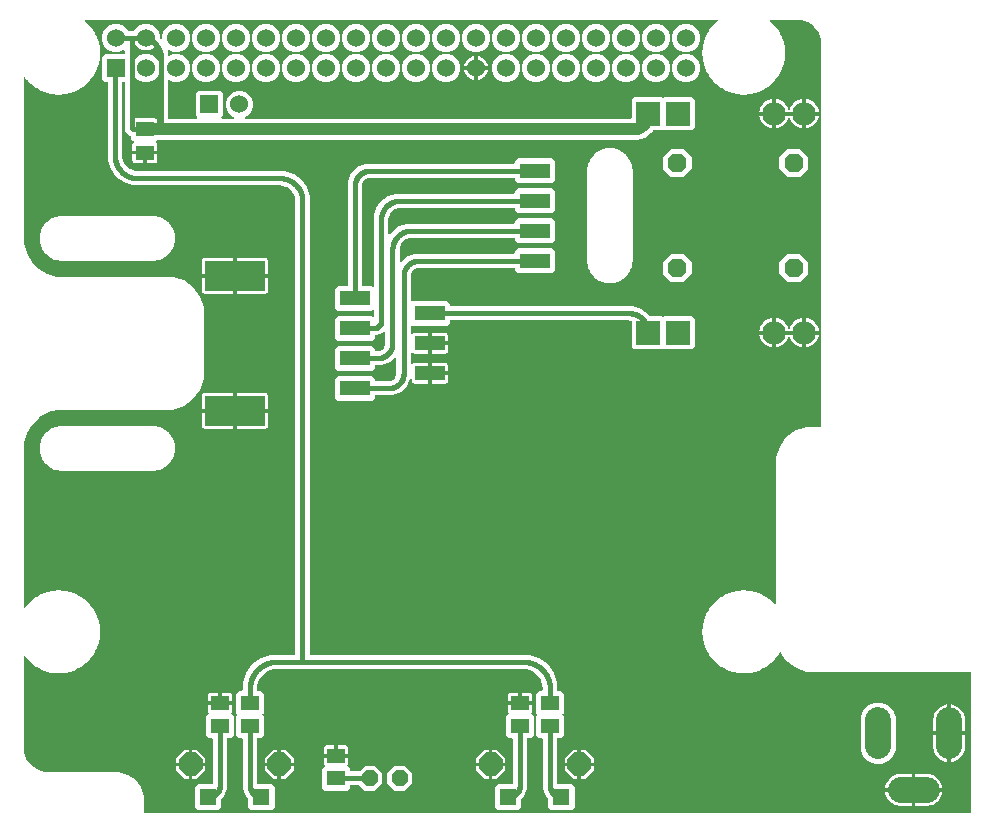
<source format=gbr>
G04 EAGLE Gerber RS-274X export*
G75*
%MOMM*%
%FSLAX34Y34*%
%LPD*%
%INTop Copper*%
%IPPOS*%
%AMOC8*
5,1,8,0,0,1.08239X$1,22.5*%
G01*
%ADD10R,1.524000X1.524000*%
%ADD11C,1.524000*%
%ADD12R,1.408000X1.408000*%
%ADD13P,2.110661X8X22.500000*%
%ADD14R,1.500000X1.300000*%
%ADD15C,2.184400*%
%ADD16P,1.429621X8X202.500000*%
%ADD17R,1.600000X1.300000*%
%ADD18C,2.000000*%
%ADD19R,2.000000X2.000000*%
%ADD20R,5.080000X2.540000*%
%ADD21R,2.540000X1.270000*%
%ADD22P,1.732040X8X22.500000*%
%ADD23C,0.406400*%
%ADD24C,0.756400*%
%ADD25C,1.016000*%

G36*
X806724Y21213D02*
X806724Y21213D01*
X806743Y21211D01*
X806845Y21233D01*
X806947Y21249D01*
X806964Y21259D01*
X806984Y21263D01*
X807073Y21316D01*
X807164Y21365D01*
X807178Y21379D01*
X807195Y21389D01*
X807262Y21468D01*
X807334Y21543D01*
X807342Y21561D01*
X807355Y21576D01*
X807394Y21672D01*
X807437Y21766D01*
X807439Y21786D01*
X807447Y21804D01*
X807465Y21971D01*
X807465Y139954D01*
X807462Y139974D01*
X807464Y139993D01*
X807442Y140095D01*
X807426Y140197D01*
X807416Y140214D01*
X807412Y140234D01*
X807359Y140323D01*
X807310Y140414D01*
X807296Y140428D01*
X807286Y140445D01*
X807207Y140512D01*
X807132Y140584D01*
X807114Y140592D01*
X807099Y140605D01*
X807003Y140644D01*
X806909Y140687D01*
X806889Y140689D01*
X806871Y140697D01*
X806704Y140715D01*
X674127Y140715D01*
X674085Y140708D01*
X674041Y140710D01*
X673897Y140677D01*
X673885Y140676D01*
X673882Y140674D01*
X673878Y140673D01*
X673846Y140662D01*
X672966Y140714D01*
X672949Y140712D01*
X672921Y140715D01*
X672039Y140715D01*
X672008Y140728D01*
X671966Y140738D01*
X671926Y140757D01*
X671780Y140782D01*
X671768Y140784D01*
X671765Y140784D01*
X671761Y140785D01*
X667669Y141026D01*
X658120Y144761D01*
X650193Y151265D01*
X646532Y156983D01*
X646474Y157047D01*
X646422Y157117D01*
X646392Y157138D01*
X646367Y157166D01*
X646292Y157208D01*
X646220Y157258D01*
X646185Y157269D01*
X646153Y157287D01*
X646068Y157303D01*
X645984Y157328D01*
X645948Y157326D01*
X645912Y157333D01*
X645825Y157321D01*
X645739Y157318D01*
X645704Y157305D01*
X645668Y157300D01*
X645590Y157261D01*
X645509Y157231D01*
X645480Y157207D01*
X645447Y157191D01*
X645386Y157130D01*
X645319Y157074D01*
X645292Y157036D01*
X645273Y157017D01*
X645259Y156990D01*
X645222Y156937D01*
X644698Y155976D01*
X644685Y155941D01*
X644665Y155909D01*
X644648Y155837D01*
X644584Y155752D01*
X644569Y155723D01*
X644525Y155660D01*
X644486Y155588D01*
X644484Y155587D01*
X644369Y155464D01*
X641731Y151940D01*
X641714Y151907D01*
X641689Y151879D01*
X641661Y151809D01*
X641587Y151735D01*
X641568Y151708D01*
X641516Y151653D01*
X641466Y151586D01*
X641463Y151585D01*
X641332Y151480D01*
X638220Y148368D01*
X638198Y148337D01*
X638170Y148313D01*
X638132Y148248D01*
X638048Y148185D01*
X638047Y148184D01*
X638046Y148184D01*
X638025Y148161D01*
X637965Y148113D01*
X637907Y148055D01*
X637904Y148054D01*
X637760Y147969D01*
X634236Y145331D01*
X634210Y145304D01*
X634179Y145284D01*
X634132Y145225D01*
X634040Y145175D01*
X634014Y145154D01*
X633948Y145116D01*
X633882Y145066D01*
X633879Y145066D01*
X633724Y145002D01*
X629860Y142893D01*
X629831Y142870D01*
X629797Y142854D01*
X629743Y142802D01*
X629644Y142765D01*
X629615Y142749D01*
X629545Y142720D01*
X629472Y142681D01*
X629470Y142681D01*
X629307Y142640D01*
X625182Y141101D01*
X625150Y141083D01*
X625114Y141072D01*
X625053Y141029D01*
X624950Y141006D01*
X624919Y140994D01*
X624846Y140976D01*
X624768Y140947D01*
X624766Y140947D01*
X624599Y140930D01*
X624594Y140929D01*
X620297Y139994D01*
X620263Y139981D01*
X620226Y139975D01*
X620159Y139941D01*
X620054Y139933D01*
X620022Y139926D01*
X619946Y139918D01*
X619865Y139900D01*
X619863Y139901D01*
X619695Y139908D01*
X615304Y139594D01*
X615268Y139585D01*
X615231Y139585D01*
X615160Y139561D01*
X615054Y139568D01*
X615022Y139565D01*
X614946Y139568D01*
X614863Y139562D01*
X614861Y139563D01*
X614696Y139594D01*
X610305Y139908D01*
X610268Y139904D01*
X610231Y139909D01*
X610157Y139895D01*
X610054Y139918D01*
X610021Y139920D01*
X609946Y139933D01*
X609864Y139939D01*
X609862Y139941D01*
X609703Y139994D01*
X606424Y140708D01*
X605401Y140930D01*
X605364Y140932D01*
X605328Y140942D01*
X605254Y140939D01*
X605154Y140976D01*
X605122Y140982D01*
X605050Y141006D01*
X604969Y141024D01*
X604967Y141026D01*
X604818Y141101D01*
X600693Y142640D01*
X600657Y142647D01*
X600623Y142662D01*
X600548Y142670D01*
X600455Y142720D01*
X600424Y142731D01*
X600356Y142765D01*
X600279Y142794D01*
X600277Y142796D01*
X600140Y142893D01*
X596276Y145002D01*
X596241Y145015D01*
X596209Y145035D01*
X596137Y145052D01*
X596052Y145116D01*
X596023Y145131D01*
X595960Y145175D01*
X595888Y145214D01*
X595887Y145216D01*
X595764Y145331D01*
X592240Y147969D01*
X592207Y147986D01*
X592179Y148011D01*
X592109Y148039D01*
X592035Y148113D01*
X592008Y148132D01*
X591952Y148185D01*
X591886Y148234D01*
X591885Y148237D01*
X591780Y148368D01*
X588668Y151480D01*
X588637Y151502D01*
X588613Y151530D01*
X588548Y151568D01*
X588485Y151652D01*
X588461Y151675D01*
X588413Y151735D01*
X588355Y151793D01*
X588354Y151796D01*
X588269Y151940D01*
X585631Y155464D01*
X585604Y155490D01*
X585584Y155521D01*
X585525Y155568D01*
X585475Y155660D01*
X585454Y155686D01*
X585416Y155752D01*
X585366Y155818D01*
X585366Y155821D01*
X585302Y155976D01*
X583193Y159840D01*
X583170Y159869D01*
X583154Y159903D01*
X583102Y159957D01*
X583065Y160056D01*
X583049Y160085D01*
X583020Y160155D01*
X582981Y160228D01*
X582981Y160230D01*
X582940Y160393D01*
X581401Y164518D01*
X581383Y164550D01*
X581372Y164586D01*
X581329Y164647D01*
X581306Y164750D01*
X581294Y164781D01*
X581276Y164854D01*
X581247Y164932D01*
X581247Y164934D01*
X581230Y165101D01*
X580294Y169403D01*
X580281Y169437D01*
X580275Y169475D01*
X580241Y169541D01*
X580233Y169646D01*
X580226Y169678D01*
X580218Y169754D01*
X580200Y169835D01*
X580201Y169837D01*
X580208Y170005D01*
X579894Y174396D01*
X579885Y174432D01*
X579885Y174469D01*
X579861Y174540D01*
X579868Y174646D01*
X579865Y174678D01*
X579868Y174754D01*
X579862Y174837D01*
X579863Y174839D01*
X579894Y175004D01*
X580208Y179395D01*
X580204Y179432D01*
X580209Y179469D01*
X580195Y179543D01*
X580218Y179646D01*
X580220Y179679D01*
X580233Y179754D01*
X580239Y179836D01*
X580241Y179838D01*
X580294Y179997D01*
X581230Y184299D01*
X581232Y184336D01*
X581242Y184372D01*
X581239Y184446D01*
X581276Y184546D01*
X581282Y184578D01*
X581306Y184650D01*
X581324Y184731D01*
X581326Y184733D01*
X581401Y184882D01*
X582940Y189007D01*
X582947Y189043D01*
X582962Y189077D01*
X582970Y189152D01*
X583020Y189245D01*
X583031Y189276D01*
X583065Y189344D01*
X583094Y189421D01*
X583096Y189423D01*
X583193Y189560D01*
X585302Y193424D01*
X585315Y193459D01*
X585335Y193491D01*
X585352Y193563D01*
X585416Y193648D01*
X585431Y193677D01*
X585475Y193740D01*
X585514Y193812D01*
X585516Y193813D01*
X585631Y193936D01*
X588269Y197460D01*
X588286Y197493D01*
X588311Y197521D01*
X588339Y197591D01*
X588413Y197665D01*
X588432Y197692D01*
X588485Y197748D01*
X588534Y197814D01*
X588537Y197815D01*
X588668Y197920D01*
X591780Y201032D01*
X591802Y201063D01*
X591830Y201087D01*
X591868Y201152D01*
X591952Y201215D01*
X591975Y201239D01*
X592035Y201287D01*
X592093Y201345D01*
X592096Y201346D01*
X592240Y201431D01*
X595764Y204069D01*
X595790Y204096D01*
X595821Y204116D01*
X595868Y204175D01*
X595960Y204225D01*
X595986Y204246D01*
X596052Y204284D01*
X596118Y204334D01*
X596121Y204334D01*
X596276Y204398D01*
X600140Y206507D01*
X600169Y206530D01*
X600203Y206546D01*
X600257Y206598D01*
X600356Y206635D01*
X600385Y206651D01*
X600455Y206680D01*
X600528Y206719D01*
X600530Y206719D01*
X600693Y206760D01*
X604818Y208299D01*
X604850Y208317D01*
X604886Y208328D01*
X604947Y208371D01*
X605050Y208394D01*
X605081Y208406D01*
X605154Y208424D01*
X605232Y208453D01*
X605234Y208453D01*
X605401Y208470D01*
X605406Y208471D01*
X609703Y209406D01*
X609737Y209419D01*
X609775Y209425D01*
X609841Y209459D01*
X609946Y209467D01*
X609978Y209474D01*
X610054Y209482D01*
X610135Y209500D01*
X610137Y209499D01*
X610305Y209492D01*
X614696Y209806D01*
X614732Y209815D01*
X614769Y209815D01*
X614840Y209839D01*
X614946Y209832D01*
X614978Y209835D01*
X615054Y209832D01*
X615137Y209838D01*
X615139Y209837D01*
X615304Y209806D01*
X619695Y209492D01*
X619732Y209496D01*
X619769Y209491D01*
X619843Y209505D01*
X619946Y209482D01*
X619979Y209480D01*
X620054Y209467D01*
X620136Y209461D01*
X620138Y209459D01*
X620297Y209406D01*
X620981Y209257D01*
X624599Y208470D01*
X624636Y208468D01*
X624672Y208458D01*
X624746Y208461D01*
X624846Y208424D01*
X624878Y208418D01*
X624950Y208394D01*
X625031Y208376D01*
X625033Y208374D01*
X625182Y208299D01*
X629307Y206760D01*
X629343Y206753D01*
X629377Y206738D01*
X629452Y206730D01*
X629545Y206680D01*
X629576Y206669D01*
X629644Y206635D01*
X629721Y206606D01*
X629723Y206604D01*
X629860Y206507D01*
X633724Y204398D01*
X633759Y204385D01*
X633791Y204365D01*
X633863Y204348D01*
X633948Y204284D01*
X633977Y204269D01*
X634040Y204225D01*
X634112Y204186D01*
X634113Y204184D01*
X634236Y204069D01*
X637760Y201431D01*
X637793Y201414D01*
X637821Y201389D01*
X637891Y201361D01*
X637965Y201287D01*
X637992Y201268D01*
X638048Y201215D01*
X638114Y201166D01*
X638115Y201163D01*
X638220Y201032D01*
X641066Y198186D01*
X641124Y198144D01*
X641176Y198095D01*
X641223Y198073D01*
X641265Y198043D01*
X641334Y198022D01*
X641399Y197991D01*
X641451Y197986D01*
X641501Y197970D01*
X641572Y197972D01*
X641643Y197964D01*
X641694Y197975D01*
X641746Y197977D01*
X641814Y198001D01*
X641884Y198017D01*
X641928Y198043D01*
X641977Y198061D01*
X642033Y198106D01*
X642095Y198143D01*
X642129Y198182D01*
X642169Y198215D01*
X642208Y198275D01*
X642255Y198330D01*
X642274Y198378D01*
X642302Y198422D01*
X642320Y198491D01*
X642347Y198558D01*
X642355Y198629D01*
X642363Y198660D01*
X642361Y198684D01*
X642365Y198725D01*
X642365Y322368D01*
X645374Y331627D01*
X651096Y339504D01*
X658973Y345226D01*
X668232Y348235D01*
X679704Y348235D01*
X679724Y348238D01*
X679743Y348236D01*
X679845Y348258D01*
X679947Y348274D01*
X679964Y348284D01*
X679984Y348288D01*
X680073Y348341D01*
X680164Y348390D01*
X680178Y348404D01*
X680195Y348414D01*
X680262Y348493D01*
X680334Y348568D01*
X680342Y348586D01*
X680355Y348601D01*
X680394Y348697D01*
X680437Y348791D01*
X680439Y348811D01*
X680447Y348829D01*
X680465Y348996D01*
X680465Y673100D01*
X680462Y673122D01*
X680463Y673160D01*
X680225Y676180D01*
X680224Y676185D01*
X680224Y676191D01*
X680190Y676355D01*
X678324Y682099D01*
X678308Y682131D01*
X678299Y682166D01*
X678216Y682311D01*
X674666Y687197D01*
X674640Y687223D01*
X674621Y687253D01*
X674497Y687366D01*
X669611Y690916D01*
X669579Y690932D01*
X669552Y690955D01*
X669399Y691024D01*
X663655Y692890D01*
X663649Y692891D01*
X663644Y692894D01*
X663480Y692925D01*
X660460Y693163D01*
X660438Y693161D01*
X660400Y693165D01*
X637730Y693165D01*
X637728Y693165D01*
X637725Y693165D01*
X637606Y693145D01*
X637487Y693126D01*
X637485Y693124D01*
X637483Y693124D01*
X637373Y693065D01*
X637270Y693010D01*
X637268Y693009D01*
X637266Y693007D01*
X637181Y692917D01*
X637101Y692832D01*
X637100Y692830D01*
X637098Y692828D01*
X637048Y692718D01*
X636997Y692609D01*
X636997Y692607D01*
X636996Y692604D01*
X636983Y692483D01*
X636970Y692365D01*
X636970Y692362D01*
X636970Y692360D01*
X636997Y692242D01*
X637022Y692124D01*
X637023Y692122D01*
X637024Y692120D01*
X637087Y692016D01*
X637148Y691913D01*
X637150Y691911D01*
X637151Y691909D01*
X637274Y691795D01*
X637760Y691431D01*
X637793Y691414D01*
X637821Y691389D01*
X637891Y691361D01*
X637965Y691287D01*
X637992Y691268D01*
X638048Y691215D01*
X638114Y691166D01*
X638115Y691163D01*
X638220Y691032D01*
X641332Y687920D01*
X641363Y687898D01*
X641387Y687870D01*
X641452Y687832D01*
X641515Y687748D01*
X641539Y687725D01*
X641587Y687665D01*
X641645Y687607D01*
X641646Y687604D01*
X641731Y687460D01*
X644369Y683936D01*
X644396Y683910D01*
X644416Y683879D01*
X644475Y683832D01*
X644525Y683740D01*
X644546Y683714D01*
X644584Y683648D01*
X644634Y683582D01*
X644634Y683579D01*
X644698Y683424D01*
X646807Y679560D01*
X646830Y679531D01*
X646846Y679497D01*
X646898Y679443D01*
X646935Y679344D01*
X646951Y679315D01*
X646980Y679245D01*
X647019Y679172D01*
X647019Y679170D01*
X647060Y679007D01*
X648599Y674883D01*
X648617Y674850D01*
X648628Y674815D01*
X648671Y674753D01*
X648694Y674650D01*
X648706Y674619D01*
X648724Y674546D01*
X648753Y674468D01*
X648753Y674466D01*
X648770Y674299D01*
X649706Y669997D01*
X649719Y669963D01*
X649725Y669926D01*
X649759Y669859D01*
X649767Y669754D01*
X649774Y669722D01*
X649782Y669646D01*
X649800Y669565D01*
X649799Y669563D01*
X649792Y669395D01*
X650106Y665004D01*
X650115Y664968D01*
X650115Y664931D01*
X650139Y664860D01*
X650132Y664754D01*
X650135Y664722D01*
X650132Y664646D01*
X650138Y664563D01*
X650137Y664561D01*
X650106Y664396D01*
X649792Y660005D01*
X649796Y659968D01*
X649791Y659931D01*
X649805Y659857D01*
X649782Y659754D01*
X649780Y659721D01*
X649767Y659646D01*
X649761Y659564D01*
X649759Y659562D01*
X649706Y659403D01*
X648770Y655101D01*
X648768Y655064D01*
X648758Y655028D01*
X648761Y654954D01*
X648724Y654854D01*
X648718Y654822D01*
X648706Y654787D01*
X648700Y654775D01*
X648699Y654768D01*
X648694Y654750D01*
X648676Y654669D01*
X648674Y654667D01*
X648599Y654518D01*
X647060Y650393D01*
X647053Y650357D01*
X647038Y650323D01*
X647030Y650248D01*
X646980Y650155D01*
X646969Y650124D01*
X646935Y650056D01*
X646906Y649979D01*
X646904Y649977D01*
X646807Y649840D01*
X644698Y645976D01*
X644685Y645941D01*
X644665Y645909D01*
X644648Y645837D01*
X644584Y645752D01*
X644569Y645723D01*
X644525Y645660D01*
X644486Y645588D01*
X644484Y645587D01*
X644369Y645464D01*
X641731Y641940D01*
X641714Y641907D01*
X641689Y641879D01*
X641661Y641809D01*
X641587Y641735D01*
X641568Y641708D01*
X641516Y641653D01*
X641466Y641586D01*
X641463Y641585D01*
X641332Y641480D01*
X638220Y638368D01*
X638198Y638337D01*
X638170Y638313D01*
X638143Y638267D01*
X638127Y638250D01*
X638123Y638241D01*
X638048Y638185D01*
X638025Y638161D01*
X637965Y638113D01*
X637907Y638055D01*
X637904Y638054D01*
X637760Y637969D01*
X634236Y635331D01*
X634210Y635304D01*
X634179Y635284D01*
X634132Y635225D01*
X634040Y635175D01*
X634014Y635154D01*
X633948Y635116D01*
X633882Y635066D01*
X633879Y635066D01*
X633724Y635002D01*
X629860Y632893D01*
X629831Y632870D01*
X629797Y632854D01*
X629743Y632802D01*
X629644Y632765D01*
X629615Y632749D01*
X629545Y632720D01*
X629472Y632681D01*
X629470Y632681D01*
X629307Y632640D01*
X625182Y631101D01*
X625150Y631083D01*
X625114Y631072D01*
X625053Y631029D01*
X624950Y631006D01*
X624919Y630994D01*
X624846Y630976D01*
X624768Y630947D01*
X624766Y630947D01*
X624599Y630930D01*
X624594Y630929D01*
X620297Y629994D01*
X620263Y629981D01*
X620226Y629975D01*
X620159Y629941D01*
X620054Y629933D01*
X620022Y629926D01*
X619946Y629918D01*
X619865Y629900D01*
X619863Y629901D01*
X619695Y629908D01*
X615304Y629594D01*
X615268Y629585D01*
X615231Y629585D01*
X615160Y629561D01*
X615054Y629568D01*
X615022Y629565D01*
X614946Y629568D01*
X614863Y629562D01*
X614861Y629563D01*
X614696Y629594D01*
X610305Y629908D01*
X610268Y629904D01*
X610231Y629909D01*
X610157Y629895D01*
X610054Y629918D01*
X610021Y629920D01*
X609946Y629933D01*
X609864Y629939D01*
X609862Y629941D01*
X609703Y629994D01*
X605401Y630930D01*
X605364Y630932D01*
X605328Y630942D01*
X605254Y630939D01*
X605154Y630976D01*
X605122Y630982D01*
X605050Y631006D01*
X604969Y631024D01*
X604967Y631026D01*
X604818Y631101D01*
X600693Y632640D01*
X600657Y632647D01*
X600623Y632662D01*
X600548Y632670D01*
X600455Y632720D01*
X600424Y632731D01*
X600356Y632765D01*
X600279Y632794D01*
X600277Y632796D01*
X600140Y632893D01*
X596276Y635002D01*
X596241Y635015D01*
X596209Y635035D01*
X596137Y635052D01*
X596052Y635116D01*
X596023Y635131D01*
X595960Y635175D01*
X595888Y635214D01*
X595887Y635216D01*
X595764Y635331D01*
X592240Y637969D01*
X592207Y637986D01*
X592179Y638011D01*
X592109Y638039D01*
X592035Y638113D01*
X592008Y638132D01*
X591952Y638185D01*
X591886Y638234D01*
X591885Y638237D01*
X591827Y638309D01*
X591825Y638313D01*
X591822Y638316D01*
X591780Y638368D01*
X588668Y641480D01*
X588637Y641502D01*
X588613Y641530D01*
X588548Y641568D01*
X588485Y641652D01*
X588461Y641675D01*
X588413Y641735D01*
X588355Y641793D01*
X588354Y641796D01*
X588269Y641940D01*
X585631Y645464D01*
X585604Y645490D01*
X585584Y645521D01*
X585525Y645568D01*
X585475Y645660D01*
X585454Y645686D01*
X585416Y645752D01*
X585366Y645818D01*
X585366Y645821D01*
X585302Y645976D01*
X583193Y649840D01*
X583170Y649869D01*
X583154Y649903D01*
X583102Y649957D01*
X583065Y650056D01*
X583049Y650085D01*
X583020Y650155D01*
X582981Y650228D01*
X582981Y650230D01*
X582940Y650393D01*
X581401Y654518D01*
X581383Y654550D01*
X581372Y654586D01*
X581329Y654647D01*
X581306Y654750D01*
X581294Y654781D01*
X581276Y654854D01*
X581247Y654932D01*
X581247Y654934D01*
X581230Y655101D01*
X580294Y659403D01*
X580281Y659437D01*
X580275Y659474D01*
X580241Y659541D01*
X580233Y659646D01*
X580226Y659678D01*
X580218Y659754D01*
X580200Y659835D01*
X580201Y659837D01*
X580208Y660005D01*
X579894Y664396D01*
X579885Y664432D01*
X579885Y664469D01*
X579861Y664540D01*
X579868Y664646D01*
X579865Y664678D01*
X579868Y664754D01*
X579862Y664837D01*
X579863Y664839D01*
X579894Y665004D01*
X580208Y669395D01*
X580204Y669432D01*
X580209Y669469D01*
X580195Y669543D01*
X580218Y669646D01*
X580220Y669679D01*
X580233Y669754D01*
X580239Y669836D01*
X580241Y669838D01*
X580294Y669997D01*
X581230Y674299D01*
X581232Y674336D01*
X581242Y674372D01*
X581239Y674446D01*
X581276Y674546D01*
X581282Y674578D01*
X581306Y674650D01*
X581324Y674731D01*
X581326Y674733D01*
X581401Y674882D01*
X582940Y679007D01*
X582947Y679043D01*
X582962Y679077D01*
X582970Y679152D01*
X583020Y679245D01*
X583031Y679276D01*
X583065Y679344D01*
X583094Y679421D01*
X583096Y679423D01*
X583193Y679560D01*
X585302Y683424D01*
X585315Y683459D01*
X585335Y683491D01*
X585352Y683563D01*
X585416Y683648D01*
X585431Y683677D01*
X585475Y683740D01*
X585514Y683812D01*
X585516Y683813D01*
X585631Y683936D01*
X588269Y687460D01*
X588286Y687493D01*
X588311Y687521D01*
X588339Y687591D01*
X588413Y687665D01*
X588432Y687692D01*
X588485Y687748D01*
X588534Y687814D01*
X588537Y687815D01*
X588668Y687920D01*
X591780Y691032D01*
X591802Y691063D01*
X591830Y691087D01*
X591868Y691152D01*
X591952Y691215D01*
X591975Y691239D01*
X592035Y691287D01*
X592093Y691345D01*
X592096Y691346D01*
X592240Y691431D01*
X592726Y691795D01*
X592728Y691796D01*
X592730Y691798D01*
X592813Y691885D01*
X592897Y691972D01*
X592898Y691974D01*
X592899Y691976D01*
X592950Y692085D01*
X593002Y692194D01*
X593002Y692197D01*
X593003Y692199D01*
X593016Y692318D01*
X593030Y692439D01*
X593030Y692441D01*
X593030Y692443D01*
X593004Y692562D01*
X592980Y692679D01*
X592978Y692681D01*
X592978Y692684D01*
X592915Y692789D01*
X592855Y692891D01*
X592853Y692893D01*
X592852Y692895D01*
X592758Y692975D01*
X592669Y693052D01*
X592667Y693053D01*
X592665Y693055D01*
X592551Y693101D01*
X592441Y693146D01*
X592439Y693146D01*
X592437Y693147D01*
X592270Y693165D01*
X57730Y693165D01*
X57728Y693165D01*
X57725Y693165D01*
X57606Y693145D01*
X57487Y693126D01*
X57485Y693124D01*
X57483Y693124D01*
X57373Y693065D01*
X57270Y693010D01*
X57268Y693009D01*
X57266Y693007D01*
X57181Y692917D01*
X57101Y692832D01*
X57100Y692830D01*
X57098Y692828D01*
X57048Y692718D01*
X56997Y692609D01*
X56997Y692607D01*
X56996Y692604D01*
X56983Y692483D01*
X56970Y692365D01*
X56970Y692362D01*
X56970Y692360D01*
X56997Y692242D01*
X57022Y692124D01*
X57023Y692122D01*
X57024Y692120D01*
X57087Y692016D01*
X57148Y691913D01*
X57150Y691911D01*
X57151Y691909D01*
X57274Y691795D01*
X57760Y691431D01*
X57793Y691414D01*
X57821Y691389D01*
X57891Y691361D01*
X57965Y691287D01*
X57992Y691268D01*
X58048Y691215D01*
X58114Y691166D01*
X58115Y691163D01*
X58220Y691032D01*
X61332Y687920D01*
X61363Y687898D01*
X61387Y687870D01*
X61452Y687832D01*
X61515Y687748D01*
X61539Y687725D01*
X61587Y687665D01*
X61645Y687607D01*
X61646Y687604D01*
X61731Y687460D01*
X64369Y683936D01*
X64396Y683910D01*
X64416Y683879D01*
X64475Y683832D01*
X64526Y683739D01*
X64546Y683714D01*
X64584Y683648D01*
X64634Y683582D01*
X64634Y683579D01*
X64698Y683424D01*
X66807Y679560D01*
X66830Y679531D01*
X66846Y679497D01*
X66898Y679443D01*
X66935Y679344D01*
X66951Y679315D01*
X66980Y679245D01*
X67019Y679172D01*
X67019Y679170D01*
X67060Y679007D01*
X68599Y674882D01*
X68617Y674850D01*
X68628Y674814D01*
X68671Y674753D01*
X68694Y674650D01*
X68706Y674619D01*
X68724Y674546D01*
X68753Y674468D01*
X68753Y674466D01*
X68770Y674299D01*
X69706Y669997D01*
X69719Y669963D01*
X69725Y669926D01*
X69759Y669859D01*
X69767Y669754D01*
X69774Y669722D01*
X69782Y669646D01*
X69800Y669565D01*
X69799Y669563D01*
X69792Y669395D01*
X70106Y665004D01*
X70115Y664968D01*
X70115Y664931D01*
X70139Y664860D01*
X70132Y664754D01*
X70135Y664722D01*
X70132Y664646D01*
X70138Y664563D01*
X70137Y664561D01*
X70106Y664396D01*
X69792Y660005D01*
X69796Y659968D01*
X69791Y659931D01*
X69805Y659857D01*
X69782Y659754D01*
X69780Y659721D01*
X69767Y659646D01*
X69761Y659564D01*
X69759Y659562D01*
X69706Y659403D01*
X68770Y655101D01*
X68768Y655064D01*
X68758Y655028D01*
X68761Y654954D01*
X68724Y654854D01*
X68718Y654822D01*
X68706Y654787D01*
X68700Y654775D01*
X68699Y654768D01*
X68694Y654750D01*
X68676Y654669D01*
X68674Y654667D01*
X68599Y654518D01*
X67060Y650393D01*
X67053Y650357D01*
X67038Y650323D01*
X67030Y650248D01*
X66980Y650155D01*
X66969Y650124D01*
X66935Y650056D01*
X66906Y649979D01*
X66904Y649977D01*
X66807Y649840D01*
X64698Y645976D01*
X64685Y645941D01*
X64665Y645909D01*
X64648Y645837D01*
X64584Y645752D01*
X64569Y645723D01*
X64525Y645660D01*
X64486Y645588D01*
X64484Y645587D01*
X64369Y645464D01*
X61731Y641940D01*
X61714Y641907D01*
X61689Y641879D01*
X61661Y641809D01*
X61587Y641735D01*
X61568Y641708D01*
X61516Y641653D01*
X61466Y641586D01*
X61463Y641585D01*
X61332Y641480D01*
X58220Y638368D01*
X58198Y638337D01*
X58170Y638313D01*
X58143Y638267D01*
X58127Y638250D01*
X58123Y638241D01*
X58048Y638185D01*
X58025Y638161D01*
X57965Y638113D01*
X57907Y638055D01*
X57904Y638054D01*
X57760Y637969D01*
X54236Y635331D01*
X54210Y635304D01*
X54179Y635284D01*
X54132Y635225D01*
X54040Y635175D01*
X54014Y635154D01*
X53948Y635116D01*
X53882Y635066D01*
X53879Y635066D01*
X53724Y635002D01*
X49860Y632893D01*
X49831Y632870D01*
X49797Y632854D01*
X49743Y632802D01*
X49644Y632765D01*
X49615Y632749D01*
X49545Y632720D01*
X49472Y632681D01*
X49470Y632681D01*
X49307Y632640D01*
X45182Y631101D01*
X45150Y631083D01*
X45114Y631072D01*
X45053Y631029D01*
X44950Y631006D01*
X44919Y630994D01*
X44846Y630976D01*
X44768Y630947D01*
X44766Y630947D01*
X44599Y630930D01*
X44594Y630929D01*
X40297Y629994D01*
X40263Y629981D01*
X40226Y629975D01*
X40159Y629941D01*
X40054Y629933D01*
X40022Y629926D01*
X39946Y629918D01*
X39865Y629900D01*
X39863Y629901D01*
X39695Y629908D01*
X35304Y629594D01*
X35268Y629585D01*
X35231Y629585D01*
X35160Y629561D01*
X35054Y629568D01*
X35022Y629565D01*
X34946Y629568D01*
X34863Y629562D01*
X34861Y629563D01*
X34696Y629594D01*
X30305Y629908D01*
X30268Y629904D01*
X30231Y629909D01*
X30157Y629895D01*
X30054Y629918D01*
X30021Y629920D01*
X29946Y629933D01*
X29864Y629939D01*
X29862Y629941D01*
X29703Y629994D01*
X28797Y630191D01*
X25401Y630930D01*
X25364Y630932D01*
X25328Y630942D01*
X25254Y630939D01*
X25154Y630976D01*
X25122Y630982D01*
X25050Y631006D01*
X24969Y631024D01*
X24967Y631026D01*
X24818Y631101D01*
X20693Y632640D01*
X20657Y632647D01*
X20623Y632662D01*
X20548Y632670D01*
X20455Y632720D01*
X20424Y632731D01*
X20356Y632765D01*
X20279Y632794D01*
X20277Y632796D01*
X20140Y632893D01*
X16276Y635002D01*
X16241Y635015D01*
X16209Y635035D01*
X16137Y635052D01*
X16052Y635116D01*
X16023Y635131D01*
X15960Y635175D01*
X15888Y635214D01*
X15887Y635216D01*
X15764Y635331D01*
X12240Y637969D01*
X12207Y637986D01*
X12179Y638011D01*
X12109Y638039D01*
X12035Y638113D01*
X12008Y638132D01*
X11952Y638185D01*
X11886Y638234D01*
X11885Y638237D01*
X11827Y638309D01*
X11825Y638313D01*
X11822Y638316D01*
X11780Y638368D01*
X8668Y641480D01*
X8637Y641502D01*
X8613Y641530D01*
X8548Y641568D01*
X8485Y641652D01*
X8461Y641675D01*
X8413Y641735D01*
X8355Y641793D01*
X8354Y641796D01*
X8269Y641940D01*
X6705Y644029D01*
X6704Y644031D01*
X6702Y644033D01*
X6615Y644116D01*
X6528Y644200D01*
X6526Y644201D01*
X6524Y644202D01*
X6415Y644253D01*
X6306Y644305D01*
X6303Y644305D01*
X6301Y644306D01*
X6182Y644319D01*
X6061Y644333D01*
X6059Y644333D01*
X6057Y644333D01*
X5938Y644307D01*
X5821Y644283D01*
X5819Y644281D01*
X5816Y644281D01*
X5712Y644219D01*
X5609Y644158D01*
X5607Y644156D01*
X5605Y644155D01*
X5526Y644062D01*
X5448Y643972D01*
X5447Y643970D01*
X5445Y643968D01*
X5399Y643854D01*
X5354Y643745D01*
X5354Y643742D01*
X5353Y643740D01*
X5335Y643573D01*
X5335Y508000D01*
X5338Y507981D01*
X5336Y507950D01*
X5610Y503773D01*
X5616Y503750D01*
X5634Y503626D01*
X7797Y495556D01*
X7803Y495541D01*
X7806Y495526D01*
X7873Y495372D01*
X12050Y488137D01*
X12060Y488124D01*
X12066Y488110D01*
X12171Y487979D01*
X18079Y482071D01*
X18092Y482062D01*
X18101Y482050D01*
X18237Y481950D01*
X25472Y477773D01*
X25487Y477767D01*
X25499Y477758D01*
X25656Y477697D01*
X33726Y475534D01*
X33749Y475532D01*
X33873Y475510D01*
X38050Y475236D01*
X38069Y475238D01*
X38100Y475235D01*
X131868Y475235D01*
X141127Y472226D01*
X149004Y466504D01*
X154726Y458627D01*
X157735Y449368D01*
X157735Y388832D01*
X154726Y379573D01*
X149004Y371696D01*
X141127Y365974D01*
X131868Y362965D01*
X38100Y362965D01*
X38082Y362962D01*
X38050Y362964D01*
X33873Y362690D01*
X33850Y362684D01*
X33726Y362666D01*
X25656Y360503D01*
X25641Y360497D01*
X25626Y360494D01*
X25472Y360427D01*
X18237Y356250D01*
X18224Y356240D01*
X18210Y356234D01*
X18079Y356129D01*
X12171Y350221D01*
X12162Y350208D01*
X12150Y350199D01*
X12050Y350063D01*
X7873Y342828D01*
X7867Y342813D01*
X7858Y342801D01*
X7797Y342644D01*
X5634Y334574D01*
X5632Y334551D01*
X5610Y334427D01*
X5336Y330250D01*
X5338Y330231D01*
X5335Y330200D01*
X5335Y195827D01*
X5335Y195825D01*
X5335Y195822D01*
X5355Y195703D01*
X5374Y195584D01*
X5376Y195582D01*
X5376Y195580D01*
X5435Y195470D01*
X5490Y195367D01*
X5491Y195365D01*
X5493Y195363D01*
X5583Y195278D01*
X5668Y195198D01*
X5670Y195196D01*
X5672Y195195D01*
X5782Y195145D01*
X5891Y195094D01*
X5893Y195094D01*
X5896Y195093D01*
X6017Y195080D01*
X6135Y195067D01*
X6138Y195067D01*
X6140Y195067D01*
X6258Y195094D01*
X6376Y195119D01*
X6378Y195120D01*
X6380Y195121D01*
X6484Y195184D01*
X6587Y195245D01*
X6589Y195247D01*
X6591Y195248D01*
X6705Y195371D01*
X8269Y197460D01*
X8286Y197493D01*
X8311Y197521D01*
X8339Y197591D01*
X8413Y197665D01*
X8432Y197692D01*
X8485Y197748D01*
X8534Y197814D01*
X8537Y197815D01*
X8668Y197920D01*
X11780Y201032D01*
X11802Y201063D01*
X11830Y201087D01*
X11868Y201152D01*
X11952Y201215D01*
X11975Y201239D01*
X12035Y201287D01*
X12093Y201345D01*
X12096Y201346D01*
X12240Y201431D01*
X15764Y204069D01*
X15790Y204096D01*
X15821Y204116D01*
X15868Y204175D01*
X15960Y204225D01*
X15986Y204246D01*
X16052Y204284D01*
X16118Y204334D01*
X16121Y204334D01*
X16276Y204398D01*
X20140Y206507D01*
X20169Y206530D01*
X20203Y206546D01*
X20257Y206598D01*
X20356Y206635D01*
X20385Y206651D01*
X20455Y206680D01*
X20528Y206719D01*
X20530Y206719D01*
X20693Y206760D01*
X24818Y208299D01*
X24850Y208317D01*
X24886Y208328D01*
X24947Y208371D01*
X25050Y208394D01*
X25081Y208406D01*
X25154Y208424D01*
X25232Y208453D01*
X25234Y208453D01*
X25401Y208470D01*
X25406Y208471D01*
X29703Y209406D01*
X29737Y209419D01*
X29775Y209425D01*
X29841Y209459D01*
X29946Y209467D01*
X29978Y209474D01*
X30054Y209482D01*
X30135Y209500D01*
X30137Y209499D01*
X30305Y209492D01*
X34696Y209806D01*
X34732Y209815D01*
X34770Y209815D01*
X34840Y209839D01*
X34946Y209832D01*
X34978Y209835D01*
X35054Y209832D01*
X35137Y209838D01*
X35139Y209837D01*
X35304Y209806D01*
X39695Y209492D01*
X39732Y209496D01*
X39769Y209491D01*
X39843Y209505D01*
X39946Y209482D01*
X39979Y209480D01*
X40054Y209467D01*
X40136Y209461D01*
X40138Y209459D01*
X40297Y209406D01*
X40981Y209257D01*
X44599Y208470D01*
X44636Y208468D01*
X44672Y208458D01*
X44746Y208461D01*
X44846Y208424D01*
X44878Y208418D01*
X44950Y208394D01*
X45031Y208376D01*
X45033Y208374D01*
X45182Y208299D01*
X49307Y206760D01*
X49343Y206753D01*
X49377Y206738D01*
X49452Y206730D01*
X49545Y206680D01*
X49576Y206669D01*
X49644Y206635D01*
X49721Y206606D01*
X49723Y206604D01*
X49860Y206507D01*
X53724Y204398D01*
X53759Y204385D01*
X53791Y204365D01*
X53863Y204348D01*
X53948Y204284D01*
X53977Y204269D01*
X54040Y204225D01*
X54112Y204186D01*
X54113Y204184D01*
X54236Y204069D01*
X57760Y201431D01*
X57793Y201414D01*
X57821Y201389D01*
X57891Y201361D01*
X57965Y201287D01*
X57992Y201268D01*
X58047Y201216D01*
X58114Y201166D01*
X58115Y201163D01*
X58220Y201032D01*
X61332Y197920D01*
X61363Y197898D01*
X61387Y197870D01*
X61452Y197832D01*
X61515Y197748D01*
X61539Y197725D01*
X61587Y197665D01*
X61645Y197607D01*
X61646Y197604D01*
X61731Y197460D01*
X64369Y193936D01*
X64396Y193910D01*
X64416Y193879D01*
X64475Y193832D01*
X64525Y193740D01*
X64546Y193714D01*
X64584Y193648D01*
X64634Y193582D01*
X64634Y193579D01*
X64698Y193424D01*
X66807Y189560D01*
X66830Y189531D01*
X66846Y189497D01*
X66898Y189443D01*
X66935Y189344D01*
X66951Y189315D01*
X66980Y189245D01*
X67019Y189172D01*
X67019Y189170D01*
X67060Y189007D01*
X68599Y184882D01*
X68617Y184850D01*
X68628Y184814D01*
X68671Y184753D01*
X68694Y184650D01*
X68706Y184619D01*
X68724Y184546D01*
X68753Y184468D01*
X68753Y184466D01*
X68770Y184299D01*
X69706Y179997D01*
X69719Y179963D01*
X69725Y179926D01*
X69759Y179859D01*
X69767Y179754D01*
X69774Y179722D01*
X69782Y179646D01*
X69800Y179565D01*
X69799Y179563D01*
X69792Y179395D01*
X70106Y175004D01*
X70115Y174968D01*
X70115Y174931D01*
X70139Y174860D01*
X70132Y174754D01*
X70135Y174722D01*
X70132Y174646D01*
X70138Y174563D01*
X70137Y174561D01*
X70106Y174396D01*
X69792Y170005D01*
X69796Y169968D01*
X69791Y169931D01*
X69805Y169857D01*
X69782Y169754D01*
X69780Y169721D01*
X69767Y169646D01*
X69761Y169564D01*
X69759Y169562D01*
X69706Y169403D01*
X68770Y165101D01*
X68768Y165064D01*
X68758Y165028D01*
X68761Y164954D01*
X68724Y164854D01*
X68718Y164822D01*
X68694Y164750D01*
X68676Y164669D01*
X68674Y164667D01*
X68599Y164518D01*
X67060Y160393D01*
X67053Y160357D01*
X67038Y160323D01*
X67030Y160248D01*
X66980Y160155D01*
X66969Y160124D01*
X66935Y160056D01*
X66906Y159979D01*
X66904Y159977D01*
X66807Y159840D01*
X64698Y155976D01*
X64685Y155941D01*
X64665Y155909D01*
X64648Y155837D01*
X64584Y155752D01*
X64569Y155723D01*
X64525Y155660D01*
X64486Y155588D01*
X64484Y155587D01*
X64369Y155464D01*
X61731Y151940D01*
X61714Y151907D01*
X61689Y151879D01*
X61661Y151809D01*
X61587Y151735D01*
X61568Y151708D01*
X61515Y151652D01*
X61466Y151586D01*
X61463Y151585D01*
X61332Y151480D01*
X58220Y148368D01*
X58198Y148337D01*
X58170Y148313D01*
X58132Y148248D01*
X58048Y148185D01*
X58047Y148184D01*
X58046Y148184D01*
X58025Y148161D01*
X57965Y148113D01*
X57907Y148055D01*
X57904Y148054D01*
X57760Y147969D01*
X54236Y145331D01*
X54210Y145304D01*
X54179Y145284D01*
X54132Y145225D01*
X54040Y145175D01*
X54014Y145154D01*
X53948Y145116D01*
X53882Y145066D01*
X53879Y145066D01*
X53724Y145002D01*
X49860Y142893D01*
X49831Y142870D01*
X49797Y142854D01*
X49743Y142802D01*
X49644Y142765D01*
X49615Y142749D01*
X49545Y142720D01*
X49472Y142681D01*
X49470Y142681D01*
X49307Y142640D01*
X45182Y141101D01*
X45150Y141083D01*
X45114Y141072D01*
X45053Y141029D01*
X44950Y141006D01*
X44919Y140994D01*
X44846Y140976D01*
X44768Y140947D01*
X44766Y140947D01*
X44599Y140930D01*
X44594Y140929D01*
X40297Y139994D01*
X40263Y139981D01*
X40225Y139975D01*
X40159Y139941D01*
X40054Y139933D01*
X40022Y139926D01*
X39946Y139918D01*
X39865Y139900D01*
X39863Y139901D01*
X39695Y139908D01*
X35304Y139594D01*
X35268Y139585D01*
X35231Y139585D01*
X35160Y139561D01*
X35054Y139568D01*
X35022Y139565D01*
X34946Y139568D01*
X34863Y139562D01*
X34861Y139563D01*
X34696Y139594D01*
X30305Y139908D01*
X30268Y139904D01*
X30231Y139909D01*
X30157Y139895D01*
X30054Y139918D01*
X30021Y139920D01*
X29946Y139933D01*
X29864Y139939D01*
X29862Y139941D01*
X29703Y139994D01*
X25401Y140930D01*
X25364Y140932D01*
X25328Y140942D01*
X25254Y140939D01*
X25154Y140976D01*
X25122Y140982D01*
X25050Y141006D01*
X24969Y141024D01*
X24967Y141026D01*
X24818Y141101D01*
X20693Y142640D01*
X20657Y142647D01*
X20623Y142662D01*
X20548Y142670D01*
X20455Y142720D01*
X20424Y142731D01*
X20356Y142765D01*
X20279Y142794D01*
X20277Y142796D01*
X20140Y142893D01*
X16276Y145002D01*
X16241Y145015D01*
X16209Y145035D01*
X16137Y145052D01*
X16052Y145116D01*
X16023Y145131D01*
X15960Y145175D01*
X15888Y145214D01*
X15887Y145216D01*
X15764Y145331D01*
X12240Y147969D01*
X12207Y147986D01*
X12179Y148011D01*
X12109Y148039D01*
X12035Y148113D01*
X12008Y148132D01*
X11952Y148185D01*
X11886Y148234D01*
X11885Y148237D01*
X11780Y148368D01*
X8668Y151480D01*
X8637Y151502D01*
X8613Y151530D01*
X8548Y151568D01*
X8485Y151652D01*
X8461Y151675D01*
X8413Y151735D01*
X8355Y151793D01*
X8354Y151796D01*
X8269Y151940D01*
X6705Y154029D01*
X6704Y154031D01*
X6702Y154033D01*
X6615Y154116D01*
X6528Y154200D01*
X6526Y154201D01*
X6524Y154202D01*
X6415Y154253D01*
X6306Y154305D01*
X6303Y154305D01*
X6301Y154306D01*
X6182Y154319D01*
X6061Y154333D01*
X6059Y154333D01*
X6057Y154333D01*
X5938Y154307D01*
X5821Y154283D01*
X5819Y154281D01*
X5816Y154281D01*
X5712Y154219D01*
X5609Y154158D01*
X5607Y154156D01*
X5605Y154155D01*
X5526Y154062D01*
X5448Y153972D01*
X5447Y153970D01*
X5445Y153968D01*
X5398Y153852D01*
X5354Y153745D01*
X5354Y153742D01*
X5353Y153740D01*
X5335Y153573D01*
X5335Y76200D01*
X5338Y76178D01*
X5337Y76140D01*
X5575Y73120D01*
X5576Y73115D01*
X5576Y73109D01*
X5610Y72945D01*
X7476Y67201D01*
X7492Y67169D01*
X7501Y67134D01*
X7584Y66989D01*
X11134Y62103D01*
X11160Y62077D01*
X11179Y62047D01*
X11303Y61934D01*
X16189Y58384D01*
X16221Y58368D01*
X16248Y58345D01*
X16401Y58276D01*
X22145Y56410D01*
X22151Y56409D01*
X22156Y56406D01*
X22320Y56375D01*
X25340Y56137D01*
X25362Y56139D01*
X25400Y56135D01*
X86412Y56135D01*
X93759Y53748D01*
X100008Y49208D01*
X104548Y42959D01*
X106935Y35612D01*
X106935Y21971D01*
X106938Y21951D01*
X106936Y21932D01*
X106958Y21830D01*
X106974Y21728D01*
X106984Y21711D01*
X106988Y21691D01*
X107041Y21602D01*
X107090Y21511D01*
X107104Y21497D01*
X107114Y21480D01*
X107193Y21413D01*
X107268Y21341D01*
X107286Y21333D01*
X107301Y21320D01*
X107397Y21281D01*
X107491Y21238D01*
X107511Y21236D01*
X107529Y21228D01*
X107696Y21210D01*
X806704Y21210D01*
X806724Y21213D01*
G37*
%LPC*%
G36*
X197926Y23820D02*
X197926Y23820D01*
X195545Y26201D01*
X195545Y33033D01*
X195531Y33123D01*
X195523Y33214D01*
X195511Y33244D01*
X195506Y33276D01*
X195463Y33356D01*
X195427Y33440D01*
X195401Y33472D01*
X195390Y33493D01*
X195367Y33515D01*
X195322Y33571D01*
X193173Y35720D01*
X190753Y41563D01*
X190753Y83949D01*
X190750Y83969D01*
X190752Y83988D01*
X190730Y84090D01*
X190714Y84192D01*
X190704Y84209D01*
X190700Y84229D01*
X190647Y84318D01*
X190598Y84409D01*
X190584Y84423D01*
X190574Y84440D01*
X190495Y84507D01*
X190420Y84579D01*
X190402Y84587D01*
X190387Y84600D01*
X190291Y84639D01*
X190197Y84682D01*
X190177Y84684D01*
X190159Y84692D01*
X189992Y84710D01*
X187666Y84710D01*
X185285Y87091D01*
X185285Y103459D01*
X186063Y104237D01*
X186075Y104253D01*
X186091Y104265D01*
X186147Y104353D01*
X186207Y104436D01*
X186213Y104455D01*
X186224Y104472D01*
X186249Y104573D01*
X186279Y104672D01*
X186279Y104691D01*
X186284Y104711D01*
X186276Y104814D01*
X186273Y104917D01*
X186266Y104936D01*
X186264Y104956D01*
X186224Y105051D01*
X186188Y105148D01*
X186176Y105164D01*
X186168Y105182D01*
X186063Y105313D01*
X185285Y106091D01*
X185285Y122459D01*
X187666Y124840D01*
X189992Y124840D01*
X190012Y124843D01*
X190031Y124841D01*
X190133Y124863D01*
X190235Y124879D01*
X190252Y124889D01*
X190272Y124893D01*
X190361Y124946D01*
X190452Y124995D01*
X190466Y125009D01*
X190483Y125019D01*
X190550Y125098D01*
X190622Y125173D01*
X190630Y125191D01*
X190643Y125206D01*
X190682Y125302D01*
X190725Y125396D01*
X190727Y125416D01*
X190735Y125434D01*
X190753Y125601D01*
X190753Y131486D01*
X193526Y140018D01*
X198799Y147276D01*
X206057Y152549D01*
X214589Y155322D01*
X234442Y155322D01*
X234462Y155325D01*
X234481Y155323D01*
X234583Y155345D01*
X234685Y155361D01*
X234702Y155371D01*
X234722Y155375D01*
X234811Y155428D01*
X234902Y155477D01*
X234916Y155491D01*
X234933Y155501D01*
X235000Y155580D01*
X235072Y155655D01*
X235080Y155673D01*
X235093Y155688D01*
X235132Y155784D01*
X235175Y155878D01*
X235177Y155898D01*
X235185Y155916D01*
X235203Y156083D01*
X235203Y539750D01*
X235200Y539772D01*
X235201Y539810D01*
X235051Y541717D01*
X235049Y541723D01*
X235050Y541728D01*
X235016Y541892D01*
X233837Y545520D01*
X233821Y545552D01*
X233812Y545587D01*
X233729Y545732D01*
X231487Y548819D01*
X231461Y548844D01*
X231443Y548874D01*
X231318Y548987D01*
X228233Y551229D01*
X228201Y551245D01*
X228173Y551268D01*
X228020Y551337D01*
X224393Y552516D01*
X224387Y552517D01*
X224382Y552519D01*
X224217Y552551D01*
X222310Y552701D01*
X222288Y552699D01*
X222250Y552703D01*
X97617Y552703D01*
X90041Y555165D01*
X83597Y559847D01*
X78915Y566291D01*
X76453Y573867D01*
X76453Y639554D01*
X76450Y639574D01*
X76452Y639593D01*
X76430Y639695D01*
X76414Y639797D01*
X76404Y639814D01*
X76400Y639834D01*
X76347Y639923D01*
X76298Y640014D01*
X76284Y640028D01*
X76274Y640045D01*
X76195Y640112D01*
X76120Y640184D01*
X76102Y640192D01*
X76087Y640205D01*
X75991Y640244D01*
X75897Y640287D01*
X75877Y640289D01*
X75859Y640297D01*
X75692Y640315D01*
X74396Y640315D01*
X72015Y642696D01*
X72015Y661304D01*
X74396Y663685D01*
X89980Y663685D01*
X89999Y663688D01*
X90019Y663686D01*
X90120Y663708D01*
X90222Y663724D01*
X90240Y663734D01*
X90259Y663738D01*
X90348Y663791D01*
X90440Y663840D01*
X90453Y663854D01*
X90470Y663864D01*
X90538Y663943D01*
X90609Y664018D01*
X90617Y664036D01*
X90630Y664051D01*
X90669Y664147D01*
X90713Y664241D01*
X90715Y664261D01*
X90722Y664279D01*
X90741Y664446D01*
X90741Y666603D01*
X90733Y666648D01*
X90735Y666694D01*
X90714Y666769D01*
X90701Y666846D01*
X90680Y666886D01*
X90667Y666931D01*
X90622Y666995D01*
X90586Y667063D01*
X90553Y667095D01*
X90527Y667133D01*
X90464Y667179D01*
X90408Y667233D01*
X90366Y667252D01*
X90329Y667279D01*
X90255Y667303D01*
X90185Y667336D01*
X90139Y667341D01*
X90095Y667356D01*
X90017Y667355D01*
X89940Y667363D01*
X89895Y667354D01*
X89849Y667353D01*
X89718Y667315D01*
X89700Y667311D01*
X89695Y667309D01*
X89688Y667306D01*
X85890Y665733D01*
X81242Y665733D01*
X76947Y667512D01*
X73660Y670799D01*
X71881Y675094D01*
X71881Y679742D01*
X73660Y684037D01*
X76947Y687324D01*
X81242Y689103D01*
X85890Y689103D01*
X90185Y687324D01*
X93472Y684037D01*
X93493Y683985D01*
X93555Y683885D01*
X93615Y683785D01*
X93620Y683781D01*
X93623Y683776D01*
X93713Y683701D01*
X93802Y683625D01*
X93808Y683623D01*
X93813Y683619D01*
X93921Y683577D01*
X94030Y683533D01*
X94038Y683532D01*
X94042Y683531D01*
X94060Y683530D01*
X94197Y683515D01*
X98335Y683515D01*
X98450Y683534D01*
X98566Y683551D01*
X98572Y683553D01*
X98578Y683554D01*
X98681Y683609D01*
X98785Y683662D01*
X98790Y683667D01*
X98795Y683670D01*
X98876Y683755D01*
X98958Y683838D01*
X98961Y683844D01*
X98965Y683848D01*
X98973Y683865D01*
X99039Y683985D01*
X99060Y684037D01*
X102347Y687324D01*
X106642Y689103D01*
X111290Y689103D01*
X115585Y687324D01*
X118872Y684037D01*
X120651Y679742D01*
X120651Y677481D01*
X120668Y677374D01*
X120682Y677267D01*
X120688Y677253D01*
X120690Y677238D01*
X120741Y677143D01*
X120788Y677045D01*
X120800Y677031D01*
X120806Y677021D01*
X120827Y677001D01*
X120899Y676919D01*
X121407Y676455D01*
X121452Y676425D01*
X121492Y676388D01*
X121555Y676359D01*
X121613Y676321D01*
X121666Y676307D01*
X121715Y676284D01*
X121784Y676276D01*
X121851Y676259D01*
X121905Y676263D01*
X121959Y676257D01*
X122027Y676272D01*
X122096Y676277D01*
X122146Y676298D01*
X122200Y676309D01*
X122259Y676345D01*
X122323Y676372D01*
X122364Y676407D01*
X122411Y676435D01*
X122456Y676488D01*
X122508Y676534D01*
X122535Y676581D01*
X122571Y676622D01*
X122597Y676687D01*
X122631Y676747D01*
X122642Y676800D01*
X122663Y676851D01*
X122675Y676959D01*
X122681Y676988D01*
X122679Y676999D01*
X122681Y677017D01*
X122681Y679742D01*
X124460Y684037D01*
X127747Y687324D01*
X132042Y689103D01*
X136690Y689103D01*
X140985Y687324D01*
X144272Y684037D01*
X146051Y679742D01*
X146051Y675094D01*
X144272Y670799D01*
X140985Y667512D01*
X136690Y665733D01*
X132042Y665733D01*
X128225Y667314D01*
X128147Y667332D01*
X128072Y667359D01*
X128028Y667360D01*
X127986Y667370D01*
X127906Y667363D01*
X127826Y667364D01*
X127784Y667351D01*
X127741Y667347D01*
X127668Y667314D01*
X127591Y667290D01*
X127556Y667265D01*
X127516Y667247D01*
X127457Y667193D01*
X127392Y667146D01*
X127367Y667110D01*
X127335Y667081D01*
X127296Y667010D01*
X127250Y666945D01*
X127238Y666903D01*
X127217Y666865D01*
X127202Y666786D01*
X127179Y666709D01*
X127178Y666652D01*
X127173Y666623D01*
X127177Y666595D01*
X127176Y666542D01*
X127421Y663855D01*
X127428Y663825D01*
X127429Y663794D01*
X127476Y663633D01*
X127540Y663476D01*
X127540Y662978D01*
X127548Y662932D01*
X127546Y662886D01*
X127568Y662812D01*
X127580Y662735D01*
X127602Y662694D01*
X127614Y662650D01*
X127659Y662586D01*
X127695Y662517D01*
X127729Y662486D01*
X127755Y662448D01*
X127817Y662402D01*
X127874Y662348D01*
X127915Y662329D01*
X127952Y662301D01*
X128026Y662277D01*
X128097Y662244D01*
X128142Y662239D01*
X128186Y662225D01*
X128264Y662226D01*
X128341Y662217D01*
X128386Y662227D01*
X128432Y662227D01*
X128563Y662266D01*
X128582Y662270D01*
X128586Y662272D01*
X128593Y662274D01*
X132042Y663703D01*
X136690Y663703D01*
X140985Y661924D01*
X144272Y658637D01*
X146051Y654342D01*
X146051Y649694D01*
X144272Y645399D01*
X140985Y642112D01*
X136690Y640333D01*
X132042Y640333D01*
X128593Y641762D01*
X128548Y641772D01*
X128507Y641792D01*
X128429Y641800D01*
X128354Y641818D01*
X128308Y641814D01*
X128262Y641819D01*
X128186Y641802D01*
X128109Y641795D01*
X128067Y641776D01*
X128022Y641766D01*
X127955Y641726D01*
X127884Y641695D01*
X127850Y641664D01*
X127811Y641640D01*
X127760Y641581D01*
X127703Y641528D01*
X127681Y641488D01*
X127651Y641453D01*
X127622Y641381D01*
X127584Y641313D01*
X127576Y641268D01*
X127559Y641225D01*
X127544Y641089D01*
X127541Y641071D01*
X127541Y641066D01*
X127540Y641058D01*
X127540Y609981D01*
X127544Y609961D01*
X127542Y609942D01*
X127564Y609840D01*
X127580Y609738D01*
X127590Y609721D01*
X127594Y609701D01*
X127647Y609612D01*
X127695Y609521D01*
X127710Y609507D01*
X127720Y609490D01*
X127799Y609423D01*
X127874Y609351D01*
X127892Y609343D01*
X127907Y609330D01*
X128003Y609291D01*
X128097Y609248D01*
X128116Y609246D01*
X128135Y609238D01*
X128302Y609220D01*
X151754Y609220D01*
X151825Y609231D01*
X151897Y609233D01*
X151945Y609251D01*
X151997Y609259D01*
X152060Y609293D01*
X152128Y609318D01*
X152168Y609350D01*
X152214Y609375D01*
X152264Y609427D01*
X152320Y609471D01*
X152348Y609515D01*
X152384Y609553D01*
X152414Y609618D01*
X152453Y609678D01*
X152465Y609729D01*
X152487Y609776D01*
X152495Y609847D01*
X152513Y609917D01*
X152509Y609969D01*
X152514Y610020D01*
X152499Y610091D01*
X152493Y610162D01*
X152473Y610210D01*
X152462Y610261D01*
X152425Y610322D01*
X152397Y610388D01*
X152352Y610444D01*
X152336Y610472D01*
X152318Y610487D01*
X152292Y610519D01*
X150865Y611946D01*
X150865Y630554D01*
X153246Y632935D01*
X171854Y632935D01*
X174235Y630554D01*
X174235Y611946D01*
X172808Y610519D01*
X172766Y610461D01*
X172716Y610409D01*
X172694Y610362D01*
X172664Y610320D01*
X172643Y610251D01*
X172613Y610186D01*
X172607Y610134D01*
X172592Y610084D01*
X172594Y610013D01*
X172586Y609942D01*
X172597Y609891D01*
X172598Y609839D01*
X172623Y609771D01*
X172638Y609701D01*
X172665Y609656D01*
X172683Y609608D01*
X172727Y609552D01*
X172764Y609490D01*
X172804Y609456D01*
X172836Y609416D01*
X172897Y609377D01*
X172951Y609330D01*
X172999Y609311D01*
X173043Y609283D01*
X173113Y609265D01*
X173179Y609238D01*
X173251Y609230D01*
X173282Y609222D01*
X173305Y609224D01*
X173346Y609220D01*
X182633Y609220D01*
X182729Y609235D01*
X182826Y609245D01*
X182850Y609255D01*
X182876Y609259D01*
X182962Y609305D01*
X183051Y609345D01*
X183070Y609362D01*
X183093Y609375D01*
X183160Y609445D01*
X183232Y609511D01*
X183244Y609534D01*
X183262Y609553D01*
X183303Y609641D01*
X183350Y609727D01*
X183355Y609752D01*
X183366Y609776D01*
X183377Y609873D01*
X183394Y609969D01*
X183390Y609995D01*
X183393Y610020D01*
X183372Y610116D01*
X183358Y610212D01*
X183346Y610235D01*
X183341Y610261D01*
X183291Y610344D01*
X183247Y610431D01*
X183228Y610450D01*
X183215Y610472D01*
X183141Y610535D01*
X183071Y610603D01*
X183043Y610619D01*
X183028Y610632D01*
X182997Y610644D01*
X182924Y610684D01*
X181331Y611344D01*
X178044Y614631D01*
X176265Y618926D01*
X176265Y623574D01*
X178044Y627869D01*
X181331Y631156D01*
X185626Y632935D01*
X190274Y632935D01*
X194569Y631156D01*
X197856Y627869D01*
X199635Y623574D01*
X199635Y618926D01*
X197856Y614631D01*
X194569Y611344D01*
X192976Y610684D01*
X192893Y610633D01*
X192807Y610587D01*
X192789Y610569D01*
X192767Y610555D01*
X192704Y610479D01*
X192638Y610409D01*
X192627Y610385D01*
X192610Y610365D01*
X192575Y610274D01*
X192534Y610186D01*
X192531Y610160D01*
X192522Y610136D01*
X192518Y610038D01*
X192507Y609942D01*
X192512Y609916D01*
X192511Y609890D01*
X192538Y609796D01*
X192559Y609701D01*
X192573Y609679D01*
X192580Y609654D01*
X192635Y609574D01*
X192685Y609490D01*
X192705Y609473D01*
X192720Y609452D01*
X192798Y609393D01*
X192872Y609330D01*
X192896Y609320D01*
X192917Y609305D01*
X193010Y609275D01*
X193100Y609238D01*
X193133Y609235D01*
X193151Y609229D01*
X193184Y609229D01*
X193267Y609220D01*
X519209Y609220D01*
X519229Y609223D01*
X519248Y609221D01*
X519350Y609243D01*
X519452Y609259D01*
X519469Y609269D01*
X519489Y609273D01*
X519578Y609326D01*
X519669Y609375D01*
X519683Y609389D01*
X519700Y609399D01*
X519767Y609478D01*
X519839Y609553D01*
X519847Y609571D01*
X519860Y609586D01*
X519899Y609682D01*
X519942Y609776D01*
X519944Y609796D01*
X519952Y609814D01*
X519970Y609981D01*
X519970Y625094D01*
X522351Y627475D01*
X545719Y627475D01*
X546197Y626997D01*
X546213Y626985D01*
X546225Y626969D01*
X546312Y626914D01*
X546396Y626853D01*
X546415Y626847D01*
X546432Y626836D01*
X546533Y626811D01*
X546632Y626781D01*
X546651Y626781D01*
X546671Y626776D01*
X546774Y626784D01*
X546877Y626787D01*
X546896Y626794D01*
X546916Y626796D01*
X547011Y626836D01*
X547108Y626872D01*
X547124Y626884D01*
X547142Y626892D01*
X547273Y626997D01*
X547751Y627475D01*
X571119Y627475D01*
X573500Y625094D01*
X573500Y601726D01*
X571119Y599345D01*
X547751Y599345D01*
X547273Y599823D01*
X547257Y599835D01*
X547245Y599851D01*
X547157Y599907D01*
X547074Y599967D01*
X547055Y599973D01*
X547038Y599984D01*
X546937Y600009D01*
X546838Y600039D01*
X546819Y600039D01*
X546799Y600044D01*
X546696Y600036D01*
X546593Y600033D01*
X546574Y600026D01*
X546554Y600024D01*
X546459Y599984D01*
X546362Y599948D01*
X546346Y599936D01*
X546328Y599928D01*
X546197Y599823D01*
X545719Y599345D01*
X538656Y599345D01*
X538628Y599341D01*
X538600Y599343D01*
X538507Y599321D01*
X538413Y599306D01*
X538388Y599293D01*
X538361Y599286D01*
X538280Y599235D01*
X538196Y599190D01*
X538176Y599170D01*
X538153Y599155D01*
X538040Y599031D01*
X536794Y597316D01*
X531033Y593131D01*
X524260Y590930D01*
X118894Y590930D01*
X118804Y590916D01*
X118713Y590908D01*
X118683Y590896D01*
X118651Y590891D01*
X118571Y590848D01*
X118487Y590812D01*
X118454Y590786D01*
X118434Y590775D01*
X118412Y590752D01*
X118356Y590707D01*
X117659Y590011D01*
X117647Y589994D01*
X117632Y589982D01*
X117576Y589895D01*
X117516Y589811D01*
X117510Y589792D01*
X117499Y589775D01*
X117474Y589675D01*
X117443Y589576D01*
X117444Y589556D01*
X117439Y589537D01*
X117447Y589434D01*
X117450Y589330D01*
X117456Y589311D01*
X117458Y589291D01*
X117498Y589197D01*
X117534Y589099D01*
X117546Y589083D01*
X117554Y589065D01*
X117659Y588934D01*
X117983Y588610D01*
X118318Y588031D01*
X118491Y587384D01*
X118491Y582073D01*
X108712Y582073D01*
X108692Y582070D01*
X108673Y582072D01*
X108571Y582050D01*
X108469Y582033D01*
X108452Y582024D01*
X108432Y582020D01*
X108343Y581967D01*
X108252Y581918D01*
X108238Y581904D01*
X108221Y581894D01*
X108154Y581815D01*
X108083Y581740D01*
X108074Y581722D01*
X108061Y581707D01*
X108022Y581611D01*
X107979Y581517D01*
X107977Y581497D01*
X107969Y581479D01*
X107951Y581312D01*
X107951Y580549D01*
X107949Y580549D01*
X107949Y581312D01*
X107946Y581332D01*
X107948Y581351D01*
X107926Y581453D01*
X107909Y581555D01*
X107900Y581572D01*
X107896Y581592D01*
X107843Y581681D01*
X107794Y581772D01*
X107780Y581786D01*
X107770Y581803D01*
X107691Y581870D01*
X107616Y581941D01*
X107598Y581950D01*
X107583Y581963D01*
X107487Y582002D01*
X107393Y582045D01*
X107373Y582047D01*
X107355Y582055D01*
X107188Y582073D01*
X97409Y582073D01*
X97409Y587384D01*
X97582Y588031D01*
X97917Y588610D01*
X98241Y588934D01*
X98253Y588950D01*
X98268Y588963D01*
X98324Y589050D01*
X98384Y589134D01*
X98390Y589153D01*
X98401Y589170D01*
X98426Y589270D01*
X98457Y589369D01*
X98456Y589389D01*
X98461Y589408D01*
X98453Y589511D01*
X98450Y589615D01*
X98444Y589634D01*
X98442Y589653D01*
X98402Y589748D01*
X98366Y589846D01*
X98354Y589861D01*
X98346Y589880D01*
X98241Y590011D01*
X95885Y592366D01*
X95885Y594291D01*
X95874Y594358D01*
X95873Y594426D01*
X95855Y594479D01*
X95846Y594534D01*
X95814Y594594D01*
X95791Y594658D01*
X95757Y594702D01*
X95730Y594751D01*
X95682Y594798D01*
X95640Y594851D01*
X95576Y594898D01*
X95552Y594921D01*
X95533Y594930D01*
X95505Y594951D01*
X94066Y595781D01*
X93959Y595822D01*
X93852Y595865D01*
X93842Y595866D01*
X93836Y595868D01*
X93814Y595869D01*
X93685Y595883D01*
X93514Y595883D01*
X93072Y596325D01*
X93059Y596335D01*
X93049Y596347D01*
X92914Y596446D01*
X92800Y596512D01*
X92734Y596627D01*
X92724Y596639D01*
X92718Y596653D01*
X92613Y596784D01*
X91058Y598339D01*
X91058Y599325D01*
X91040Y599438D01*
X91024Y599552D01*
X91020Y599561D01*
X91019Y599567D01*
X91008Y599587D01*
X90956Y599705D01*
X90741Y600078D01*
X90741Y639554D01*
X90738Y639574D01*
X90740Y639593D01*
X90718Y639695D01*
X90701Y639797D01*
X90692Y639814D01*
X90687Y639834D01*
X90634Y639923D01*
X90586Y640014D01*
X90572Y640028D01*
X90561Y640045D01*
X90483Y640112D01*
X90408Y640184D01*
X90390Y640192D01*
X90374Y640205D01*
X90278Y640244D01*
X90185Y640287D01*
X90165Y640289D01*
X90146Y640297D01*
X89980Y640315D01*
X89408Y640315D01*
X89388Y640312D01*
X89369Y640314D01*
X89267Y640292D01*
X89165Y640276D01*
X89148Y640266D01*
X89128Y640262D01*
X89039Y640209D01*
X88948Y640160D01*
X88934Y640146D01*
X88917Y640136D01*
X88850Y640057D01*
X88778Y639982D01*
X88770Y639964D01*
X88757Y639949D01*
X88718Y639853D01*
X88675Y639759D01*
X88673Y639739D01*
X88665Y639721D01*
X88647Y639554D01*
X88647Y577850D01*
X88650Y577828D01*
X88649Y577790D01*
X88799Y575883D01*
X88801Y575877D01*
X88800Y575872D01*
X88834Y575708D01*
X90013Y572080D01*
X90029Y572048D01*
X90038Y572013D01*
X90121Y571867D01*
X92363Y568781D01*
X92389Y568756D01*
X92407Y568726D01*
X92531Y568613D01*
X95617Y566371D01*
X95649Y566355D01*
X95677Y566332D01*
X95830Y566263D01*
X99457Y565084D01*
X99463Y565083D01*
X99468Y565081D01*
X99633Y565049D01*
X101540Y564899D01*
X101562Y564901D01*
X101600Y564897D01*
X226233Y564897D01*
X233809Y562435D01*
X240253Y557753D01*
X244935Y551309D01*
X247397Y543733D01*
X247397Y156083D01*
X247400Y156063D01*
X247398Y156044D01*
X247420Y155942D01*
X247436Y155840D01*
X247446Y155823D01*
X247450Y155803D01*
X247503Y155714D01*
X247552Y155623D01*
X247566Y155609D01*
X247576Y155592D01*
X247655Y155525D01*
X247730Y155453D01*
X247748Y155445D01*
X247763Y155432D01*
X247859Y155393D01*
X247953Y155350D01*
X247973Y155348D01*
X247991Y155340D01*
X248158Y155322D01*
X433111Y155322D01*
X441643Y152549D01*
X448901Y147276D01*
X454174Y140018D01*
X456947Y131486D01*
X456947Y125601D01*
X456950Y125581D01*
X456948Y125562D01*
X456970Y125460D01*
X456986Y125358D01*
X456996Y125341D01*
X457000Y125321D01*
X457053Y125232D01*
X457102Y125141D01*
X457116Y125127D01*
X457126Y125110D01*
X457205Y125043D01*
X457280Y124971D01*
X457298Y124963D01*
X457313Y124950D01*
X457409Y124911D01*
X457503Y124868D01*
X457523Y124866D01*
X457541Y124858D01*
X457708Y124840D01*
X460034Y124840D01*
X462415Y122459D01*
X462415Y106091D01*
X461637Y105313D01*
X461625Y105297D01*
X461609Y105285D01*
X461553Y105197D01*
X461493Y105114D01*
X461487Y105095D01*
X461476Y105078D01*
X461451Y104977D01*
X461421Y104878D01*
X461421Y104859D01*
X461416Y104839D01*
X461424Y104736D01*
X461427Y104633D01*
X461434Y104614D01*
X461436Y104594D01*
X461476Y104499D01*
X461512Y104402D01*
X461524Y104386D01*
X461532Y104368D01*
X461637Y104237D01*
X462415Y103459D01*
X462415Y87091D01*
X460034Y84710D01*
X457708Y84710D01*
X457688Y84707D01*
X457669Y84709D01*
X457567Y84687D01*
X457465Y84671D01*
X457448Y84661D01*
X457428Y84657D01*
X457339Y84604D01*
X457248Y84555D01*
X457234Y84541D01*
X457217Y84531D01*
X457150Y84452D01*
X457078Y84377D01*
X457070Y84359D01*
X457057Y84344D01*
X457018Y84248D01*
X456975Y84154D01*
X456973Y84134D01*
X456965Y84116D01*
X456947Y83949D01*
X456947Y46791D01*
X456950Y46771D01*
X456948Y46752D01*
X456970Y46650D01*
X456986Y46548D01*
X456996Y46531D01*
X457000Y46511D01*
X457053Y46422D01*
X457102Y46331D01*
X457116Y46317D01*
X457126Y46300D01*
X457205Y46233D01*
X457280Y46161D01*
X457298Y46153D01*
X457313Y46140D01*
X457409Y46101D01*
X457503Y46058D01*
X457523Y46056D01*
X457541Y46048D01*
X457708Y46030D01*
X469374Y46030D01*
X471755Y43649D01*
X471755Y26201D01*
X469374Y23820D01*
X451926Y23820D01*
X449545Y26201D01*
X449545Y33033D01*
X449531Y33123D01*
X449523Y33214D01*
X449511Y33244D01*
X449506Y33276D01*
X449463Y33356D01*
X449427Y33440D01*
X449401Y33473D01*
X449390Y33493D01*
X449367Y33515D01*
X449322Y33571D01*
X447173Y35720D01*
X444753Y41563D01*
X444753Y83949D01*
X444750Y83969D01*
X444752Y83988D01*
X444730Y84090D01*
X444714Y84192D01*
X444704Y84209D01*
X444700Y84229D01*
X444647Y84318D01*
X444598Y84409D01*
X444584Y84423D01*
X444574Y84440D01*
X444495Y84507D01*
X444420Y84579D01*
X444402Y84587D01*
X444387Y84600D01*
X444291Y84639D01*
X444197Y84682D01*
X444177Y84684D01*
X444159Y84692D01*
X443992Y84710D01*
X441666Y84710D01*
X439285Y87091D01*
X439285Y103459D01*
X440063Y104237D01*
X440075Y104253D01*
X440091Y104265D01*
X440147Y104353D01*
X440207Y104436D01*
X440213Y104455D01*
X440224Y104472D01*
X440249Y104573D01*
X440279Y104672D01*
X440279Y104691D01*
X440284Y104711D01*
X440276Y104814D01*
X440273Y104917D01*
X440266Y104936D01*
X440264Y104956D01*
X440224Y105051D01*
X440188Y105148D01*
X440176Y105164D01*
X440168Y105182D01*
X440063Y105313D01*
X439285Y106091D01*
X439285Y122459D01*
X441666Y124840D01*
X443992Y124840D01*
X444012Y124843D01*
X444031Y124841D01*
X444133Y124863D01*
X444235Y124879D01*
X444252Y124889D01*
X444272Y124893D01*
X444361Y124946D01*
X444452Y124995D01*
X444466Y125009D01*
X444483Y125019D01*
X444550Y125098D01*
X444622Y125173D01*
X444630Y125191D01*
X444643Y125206D01*
X444682Y125302D01*
X444725Y125396D01*
X444727Y125416D01*
X444735Y125434D01*
X444753Y125601D01*
X444753Y127000D01*
X444750Y127022D01*
X444751Y127060D01*
X444562Y129464D01*
X444560Y129469D01*
X444561Y129475D01*
X444527Y129639D01*
X443041Y134212D01*
X443025Y134244D01*
X443016Y134278D01*
X442933Y134424D01*
X440107Y138314D01*
X440082Y138339D01*
X440063Y138369D01*
X439939Y138482D01*
X436049Y141308D01*
X436017Y141324D01*
X435990Y141347D01*
X435837Y141416D01*
X431264Y142902D01*
X431259Y142903D01*
X431253Y142905D01*
X431089Y142937D01*
X428685Y143126D01*
X428663Y143124D01*
X428625Y143128D01*
X219075Y143128D01*
X219053Y143125D01*
X219015Y143126D01*
X216611Y142937D01*
X216606Y142935D01*
X216600Y142936D01*
X216436Y142902D01*
X211863Y141416D01*
X211831Y141400D01*
X211797Y141391D01*
X211651Y141308D01*
X207761Y138482D01*
X207736Y138457D01*
X207706Y138438D01*
X207593Y138314D01*
X204767Y134424D01*
X204751Y134392D01*
X204728Y134365D01*
X204659Y134212D01*
X203173Y129639D01*
X203172Y129634D01*
X203170Y129628D01*
X203138Y129464D01*
X202949Y127060D01*
X202951Y127038D01*
X202947Y127000D01*
X202947Y125601D01*
X202950Y125581D01*
X202948Y125562D01*
X202970Y125460D01*
X202986Y125358D01*
X202996Y125341D01*
X203000Y125321D01*
X203053Y125232D01*
X203102Y125141D01*
X203116Y125127D01*
X203126Y125110D01*
X203205Y125043D01*
X203280Y124971D01*
X203298Y124963D01*
X203313Y124950D01*
X203409Y124911D01*
X203503Y124868D01*
X203523Y124866D01*
X203541Y124858D01*
X203708Y124840D01*
X206034Y124840D01*
X208415Y122459D01*
X208415Y106091D01*
X207637Y105313D01*
X207625Y105297D01*
X207609Y105285D01*
X207553Y105197D01*
X207493Y105114D01*
X207487Y105095D01*
X207476Y105078D01*
X207451Y104977D01*
X207421Y104878D01*
X207421Y104859D01*
X207416Y104839D01*
X207424Y104736D01*
X207427Y104633D01*
X207434Y104614D01*
X207436Y104594D01*
X207476Y104499D01*
X207512Y104402D01*
X207524Y104386D01*
X207532Y104368D01*
X207637Y104237D01*
X208415Y103459D01*
X208415Y87091D01*
X206034Y84710D01*
X203708Y84710D01*
X203688Y84707D01*
X203669Y84709D01*
X203567Y84687D01*
X203465Y84671D01*
X203448Y84661D01*
X203428Y84657D01*
X203339Y84604D01*
X203248Y84555D01*
X203234Y84541D01*
X203217Y84531D01*
X203150Y84452D01*
X203078Y84377D01*
X203070Y84359D01*
X203057Y84344D01*
X203018Y84248D01*
X202975Y84154D01*
X202973Y84134D01*
X202965Y84116D01*
X202947Y83949D01*
X202947Y46791D01*
X202950Y46771D01*
X202948Y46752D01*
X202970Y46650D01*
X202986Y46548D01*
X202996Y46531D01*
X203000Y46511D01*
X203053Y46422D01*
X203102Y46331D01*
X203116Y46317D01*
X203126Y46300D01*
X203205Y46233D01*
X203280Y46161D01*
X203298Y46153D01*
X203313Y46140D01*
X203409Y46101D01*
X203503Y46058D01*
X203523Y46056D01*
X203541Y46048D01*
X203708Y46030D01*
X215374Y46030D01*
X217755Y43649D01*
X217755Y26201D01*
X215374Y23820D01*
X197926Y23820D01*
G37*
%LPD*%
%LPC*%
G36*
X271366Y370585D02*
X271366Y370585D01*
X268985Y372966D01*
X268985Y389034D01*
X271366Y391415D01*
X300134Y391415D01*
X302515Y389034D01*
X302515Y387858D01*
X302518Y387838D01*
X302516Y387819D01*
X302538Y387717D01*
X302554Y387615D01*
X302564Y387598D01*
X302568Y387578D01*
X302621Y387489D01*
X302670Y387398D01*
X302684Y387384D01*
X302694Y387367D01*
X302773Y387300D01*
X302848Y387228D01*
X302866Y387220D01*
X302881Y387207D01*
X302977Y387168D01*
X303071Y387125D01*
X303091Y387123D01*
X303109Y387115D01*
X303276Y387097D01*
X314325Y387097D01*
X314351Y387101D01*
X314400Y387100D01*
X315539Y387213D01*
X315567Y387220D01*
X315595Y387220D01*
X315756Y387267D01*
X317862Y388139D01*
X317918Y388174D01*
X317978Y388199D01*
X318043Y388251D01*
X318071Y388269D01*
X318083Y388284D01*
X318109Y388304D01*
X319721Y389916D01*
X319759Y389969D01*
X319805Y390016D01*
X319845Y390089D01*
X319864Y390116D01*
X319870Y390134D01*
X319886Y390163D01*
X320758Y392269D01*
X320765Y392297D01*
X320778Y392322D01*
X320812Y392486D01*
X320925Y393625D01*
X320923Y393652D01*
X320928Y393700D01*
X320928Y406808D01*
X320917Y406879D01*
X320915Y406950D01*
X320897Y406999D01*
X320889Y407051D01*
X320855Y407114D01*
X320830Y407181D01*
X320798Y407222D01*
X320773Y407268D01*
X320721Y407317D01*
X320677Y407373D01*
X320633Y407402D01*
X320595Y407437D01*
X320530Y407468D01*
X320470Y407506D01*
X320419Y407519D01*
X320372Y407541D01*
X320301Y407549D01*
X320231Y407566D01*
X320179Y407562D01*
X320128Y407568D01*
X320057Y407553D01*
X319986Y407547D01*
X319938Y407527D01*
X319887Y407516D01*
X319826Y407479D01*
X319760Y407451D01*
X319704Y407406D01*
X319676Y407390D01*
X319661Y407372D01*
X319629Y407346D01*
X315448Y403165D01*
X308539Y400303D01*
X303276Y400303D01*
X303256Y400300D01*
X303237Y400302D01*
X303135Y400280D01*
X303033Y400264D01*
X303016Y400254D01*
X302996Y400250D01*
X302907Y400197D01*
X302816Y400148D01*
X302802Y400134D01*
X302785Y400124D01*
X302718Y400045D01*
X302646Y399970D01*
X302638Y399952D01*
X302625Y399937D01*
X302586Y399841D01*
X302543Y399747D01*
X302541Y399727D01*
X302533Y399709D01*
X302515Y399542D01*
X302515Y398366D01*
X300134Y395985D01*
X271366Y395985D01*
X268985Y398366D01*
X268985Y414434D01*
X271366Y416815D01*
X300134Y416815D01*
X302515Y414434D01*
X302515Y413258D01*
X302518Y413238D01*
X302516Y413219D01*
X302538Y413117D01*
X302554Y413015D01*
X302564Y412998D01*
X302568Y412978D01*
X302621Y412889D01*
X302670Y412798D01*
X302684Y412784D01*
X302694Y412767D01*
X302773Y412700D01*
X302848Y412628D01*
X302866Y412620D01*
X302881Y412607D01*
X302977Y412568D01*
X303071Y412525D01*
X303091Y412523D01*
X303109Y412515D01*
X303276Y412497D01*
X304800Y412497D01*
X304826Y412501D01*
X304875Y412500D01*
X306014Y412613D01*
X306042Y412620D01*
X306070Y412620D01*
X306231Y412667D01*
X308337Y413539D01*
X308393Y413574D01*
X308453Y413599D01*
X308518Y413651D01*
X308546Y413669D01*
X308558Y413684D01*
X308584Y413704D01*
X310196Y415316D01*
X310234Y415369D01*
X310280Y415416D01*
X310320Y415489D01*
X310339Y415516D01*
X310345Y415534D01*
X310361Y415563D01*
X311233Y417669D01*
X311240Y417697D01*
X311253Y417722D01*
X311287Y417886D01*
X311400Y419025D01*
X311398Y419052D01*
X311403Y419100D01*
X311403Y428488D01*
X311401Y428504D01*
X311402Y428518D01*
X311391Y428568D01*
X311390Y428631D01*
X311372Y428680D01*
X311364Y428731D01*
X311351Y428755D01*
X311350Y428758D01*
X311341Y428773D01*
X311330Y428794D01*
X311305Y428862D01*
X311273Y428902D01*
X311248Y428948D01*
X311196Y428998D01*
X311152Y429054D01*
X311108Y429082D01*
X311070Y429118D01*
X311005Y429148D01*
X310945Y429187D01*
X310894Y429199D01*
X310847Y429221D01*
X310776Y429229D01*
X310706Y429247D01*
X310654Y429243D01*
X310603Y429248D01*
X310532Y429233D01*
X310461Y429228D01*
X310413Y429207D01*
X310362Y429196D01*
X310301Y429159D01*
X310235Y429131D01*
X310186Y429092D01*
X310172Y429085D01*
X310167Y429079D01*
X310151Y429070D01*
X310136Y429052D01*
X310104Y429026D01*
X308676Y427598D01*
X304101Y425703D01*
X303276Y425703D01*
X303256Y425700D01*
X303237Y425702D01*
X303135Y425680D01*
X303033Y425664D01*
X303016Y425654D01*
X302996Y425650D01*
X302907Y425597D01*
X302816Y425548D01*
X302802Y425534D01*
X302785Y425524D01*
X302718Y425445D01*
X302646Y425370D01*
X302638Y425352D01*
X302625Y425337D01*
X302586Y425241D01*
X302543Y425147D01*
X302541Y425127D01*
X302533Y425109D01*
X302515Y424942D01*
X302515Y423766D01*
X300134Y421385D01*
X271366Y421385D01*
X268985Y423766D01*
X268985Y439834D01*
X271366Y442215D01*
X300134Y442215D01*
X300579Y441770D01*
X300637Y441728D01*
X300689Y441678D01*
X300736Y441656D01*
X300778Y441626D01*
X300847Y441605D01*
X300912Y441575D01*
X300964Y441569D01*
X301014Y441554D01*
X301085Y441556D01*
X301156Y441548D01*
X301207Y441559D01*
X301259Y441560D01*
X301327Y441585D01*
X301397Y441600D01*
X301442Y441627D01*
X301490Y441645D01*
X301546Y441689D01*
X301608Y441726D01*
X301642Y441766D01*
X301682Y441798D01*
X301721Y441859D01*
X301768Y441913D01*
X301787Y441961D01*
X301815Y442005D01*
X301833Y442075D01*
X301860Y442141D01*
X301868Y442212D01*
X301876Y442244D01*
X301874Y442267D01*
X301878Y442308D01*
X301878Y446692D01*
X301867Y446763D01*
X301865Y446835D01*
X301847Y446883D01*
X301839Y446935D01*
X301805Y446998D01*
X301780Y447066D01*
X301748Y447106D01*
X301723Y447152D01*
X301672Y447202D01*
X301627Y447258D01*
X301583Y447286D01*
X301545Y447322D01*
X301480Y447352D01*
X301420Y447391D01*
X301369Y447403D01*
X301322Y447425D01*
X301251Y447433D01*
X301181Y447451D01*
X301129Y447447D01*
X301078Y447452D01*
X301007Y447437D01*
X300936Y447431D01*
X300888Y447411D01*
X300837Y447400D01*
X300776Y447363D01*
X300710Y447335D01*
X300654Y447290D01*
X300626Y447274D01*
X300611Y447256D01*
X300579Y447230D01*
X300134Y446785D01*
X271366Y446785D01*
X268985Y449166D01*
X268985Y465234D01*
X271366Y467615D01*
X278892Y467615D01*
X278912Y467618D01*
X278931Y467616D01*
X279033Y467638D01*
X279135Y467654D01*
X279152Y467664D01*
X279172Y467668D01*
X279261Y467721D01*
X279352Y467770D01*
X279366Y467784D01*
X279383Y467794D01*
X279450Y467873D01*
X279522Y467948D01*
X279530Y467966D01*
X279543Y467981D01*
X279582Y468077D01*
X279625Y468171D01*
X279627Y468191D01*
X279635Y468209D01*
X279653Y468376D01*
X279653Y556189D01*
X282515Y563098D01*
X287802Y568385D01*
X294711Y571247D01*
X420624Y571247D01*
X420644Y571250D01*
X420663Y571248D01*
X420765Y571270D01*
X420867Y571286D01*
X420884Y571296D01*
X420904Y571300D01*
X420993Y571353D01*
X421084Y571402D01*
X421098Y571416D01*
X421115Y571426D01*
X421182Y571505D01*
X421254Y571580D01*
X421262Y571598D01*
X421275Y571613D01*
X421314Y571709D01*
X421357Y571803D01*
X421359Y571823D01*
X421367Y571841D01*
X421385Y572008D01*
X421385Y573184D01*
X423766Y575565D01*
X452534Y575565D01*
X454915Y573184D01*
X454915Y557116D01*
X452534Y554735D01*
X423766Y554735D01*
X421385Y557116D01*
X421385Y558292D01*
X421382Y558312D01*
X421384Y558331D01*
X421362Y558433D01*
X421346Y558535D01*
X421336Y558552D01*
X421332Y558572D01*
X421279Y558661D01*
X421230Y558752D01*
X421216Y558766D01*
X421206Y558783D01*
X421127Y558850D01*
X421052Y558922D01*
X421034Y558930D01*
X421019Y558943D01*
X420923Y558982D01*
X420829Y559025D01*
X420809Y559027D01*
X420791Y559035D01*
X420624Y559053D01*
X298450Y559053D01*
X298424Y559049D01*
X298375Y559050D01*
X297236Y558937D01*
X297208Y558930D01*
X297180Y558930D01*
X297019Y558883D01*
X294913Y558011D01*
X294857Y557976D01*
X294797Y557951D01*
X294732Y557899D01*
X294704Y557881D01*
X294692Y557866D01*
X294666Y557846D01*
X293054Y556234D01*
X293016Y556181D01*
X292970Y556134D01*
X292930Y556061D01*
X292911Y556034D01*
X292905Y556016D01*
X292889Y555987D01*
X292017Y553881D01*
X292010Y553853D01*
X291997Y553828D01*
X291963Y553664D01*
X291850Y552525D01*
X291852Y552498D01*
X291847Y552450D01*
X291847Y468376D01*
X291850Y468356D01*
X291848Y468337D01*
X291870Y468235D01*
X291886Y468133D01*
X291896Y468116D01*
X291900Y468096D01*
X291953Y468007D01*
X292002Y467916D01*
X292016Y467902D01*
X292026Y467885D01*
X292105Y467818D01*
X292180Y467746D01*
X292198Y467738D01*
X292213Y467725D01*
X292309Y467686D01*
X292403Y467643D01*
X292423Y467641D01*
X292441Y467633D01*
X292608Y467615D01*
X300134Y467615D01*
X300579Y467170D01*
X300637Y467128D01*
X300689Y467078D01*
X300736Y467056D01*
X300778Y467026D01*
X300847Y467005D01*
X300912Y466975D01*
X300964Y466969D01*
X301014Y466954D01*
X301085Y466956D01*
X301156Y466948D01*
X301207Y466959D01*
X301259Y466960D01*
X301327Y466985D01*
X301397Y467000D01*
X301442Y467027D01*
X301490Y467045D01*
X301546Y467089D01*
X301608Y467126D01*
X301642Y467166D01*
X301682Y467198D01*
X301721Y467259D01*
X301768Y467313D01*
X301787Y467361D01*
X301815Y467405D01*
X301833Y467475D01*
X301860Y467541D01*
X301868Y467612D01*
X301876Y467644D01*
X301874Y467667D01*
X301878Y467708D01*
X301878Y527355D01*
X304029Y533974D01*
X308120Y539605D01*
X313751Y543696D01*
X320370Y545847D01*
X420624Y545847D01*
X420644Y545850D01*
X420663Y545848D01*
X420765Y545870D01*
X420867Y545886D01*
X420884Y545896D01*
X420904Y545900D01*
X420993Y545953D01*
X421084Y546002D01*
X421098Y546016D01*
X421115Y546026D01*
X421182Y546105D01*
X421254Y546180D01*
X421262Y546198D01*
X421275Y546213D01*
X421314Y546309D01*
X421357Y546403D01*
X421359Y546423D01*
X421367Y546441D01*
X421385Y546608D01*
X421385Y547784D01*
X423766Y550165D01*
X452534Y550165D01*
X454915Y547784D01*
X454915Y531716D01*
X452534Y529335D01*
X423766Y529335D01*
X421385Y531716D01*
X421385Y532892D01*
X421382Y532912D01*
X421384Y532931D01*
X421362Y533033D01*
X421346Y533135D01*
X421336Y533152D01*
X421332Y533172D01*
X421279Y533261D01*
X421230Y533352D01*
X421216Y533366D01*
X421206Y533383D01*
X421127Y533450D01*
X421052Y533522D01*
X421034Y533530D01*
X421019Y533543D01*
X420923Y533582D01*
X420829Y533625D01*
X420809Y533627D01*
X420791Y533635D01*
X420624Y533653D01*
X323850Y533653D01*
X323828Y533650D01*
X323790Y533651D01*
X322380Y533540D01*
X322374Y533539D01*
X322368Y533539D01*
X322204Y533505D01*
X319521Y532633D01*
X319489Y532617D01*
X319455Y532608D01*
X319309Y532525D01*
X317027Y530867D01*
X317001Y530841D01*
X316971Y530822D01*
X316858Y530698D01*
X315200Y528416D01*
X315184Y528384D01*
X315161Y528357D01*
X315092Y528204D01*
X314220Y525521D01*
X314219Y525515D01*
X314217Y525510D01*
X314185Y525345D01*
X314074Y523935D01*
X314076Y523913D01*
X314072Y523875D01*
X314072Y511630D01*
X314073Y511622D01*
X314072Y511614D01*
X314093Y511500D01*
X314111Y511387D01*
X314115Y511380D01*
X314117Y511372D01*
X314173Y511271D01*
X314227Y511170D01*
X314232Y511164D01*
X314236Y511157D01*
X314322Y511079D01*
X314405Y511000D01*
X314412Y510997D01*
X314418Y510992D01*
X314523Y510945D01*
X314628Y510897D01*
X314636Y510896D01*
X314643Y510893D01*
X314758Y510882D01*
X314872Y510870D01*
X314880Y510871D01*
X314888Y510870D01*
X315000Y510897D01*
X315113Y510922D01*
X315120Y510926D01*
X315127Y510928D01*
X315225Y510989D01*
X315324Y511048D01*
X315329Y511054D01*
X315336Y511058D01*
X315449Y511182D01*
X317645Y514205D01*
X323276Y518296D01*
X329895Y520447D01*
X420624Y520447D01*
X420644Y520450D01*
X420663Y520448D01*
X420765Y520470D01*
X420867Y520486D01*
X420884Y520496D01*
X420904Y520500D01*
X420993Y520553D01*
X421084Y520602D01*
X421098Y520616D01*
X421115Y520626D01*
X421182Y520705D01*
X421254Y520780D01*
X421262Y520798D01*
X421275Y520813D01*
X421314Y520909D01*
X421357Y521003D01*
X421359Y521023D01*
X421367Y521041D01*
X421385Y521208D01*
X421385Y522384D01*
X423766Y524765D01*
X452534Y524765D01*
X454915Y522384D01*
X454915Y506316D01*
X452534Y503935D01*
X423766Y503935D01*
X421385Y506316D01*
X421385Y507492D01*
X421382Y507512D01*
X421384Y507531D01*
X421362Y507633D01*
X421346Y507735D01*
X421336Y507752D01*
X421332Y507772D01*
X421279Y507861D01*
X421230Y507952D01*
X421216Y507966D01*
X421206Y507983D01*
X421127Y508050D01*
X421052Y508122D01*
X421034Y508130D01*
X421019Y508143D01*
X420923Y508182D01*
X420829Y508225D01*
X420809Y508227D01*
X420791Y508235D01*
X420624Y508253D01*
X333375Y508253D01*
X333353Y508250D01*
X333315Y508251D01*
X331905Y508140D01*
X331899Y508139D01*
X331893Y508139D01*
X331729Y508105D01*
X329046Y507233D01*
X329014Y507217D01*
X328980Y507208D01*
X328834Y507125D01*
X326552Y505467D01*
X326526Y505441D01*
X326496Y505422D01*
X326383Y505298D01*
X324725Y503016D01*
X324709Y502984D01*
X324686Y502957D01*
X324617Y502804D01*
X323745Y500121D01*
X323744Y500115D01*
X323742Y500110D01*
X323710Y499945D01*
X323599Y498535D01*
X323601Y498513D01*
X323597Y498475D01*
X323597Y488542D01*
X323608Y488471D01*
X323610Y488400D01*
X323628Y488351D01*
X323636Y488299D01*
X323670Y488236D01*
X323695Y488169D01*
X323727Y488128D01*
X323752Y488082D01*
X323804Y488033D01*
X323848Y487977D01*
X323892Y487948D01*
X323930Y487913D01*
X323995Y487882D01*
X324055Y487844D01*
X324106Y487831D01*
X324153Y487809D01*
X324224Y487801D01*
X324294Y487784D01*
X324346Y487788D01*
X324397Y487782D01*
X324468Y487797D01*
X324539Y487803D01*
X324587Y487823D01*
X324638Y487834D01*
X324699Y487871D01*
X324765Y487899D01*
X324821Y487944D01*
X324849Y487960D01*
X324864Y487978D01*
X324896Y488004D01*
X329077Y492185D01*
X335986Y495047D01*
X420624Y495047D01*
X420644Y495050D01*
X420663Y495048D01*
X420765Y495070D01*
X420867Y495086D01*
X420884Y495096D01*
X420904Y495100D01*
X420993Y495153D01*
X421084Y495202D01*
X421098Y495216D01*
X421115Y495226D01*
X421182Y495305D01*
X421254Y495380D01*
X421262Y495398D01*
X421275Y495413D01*
X421314Y495509D01*
X421357Y495603D01*
X421359Y495623D01*
X421367Y495641D01*
X421385Y495808D01*
X421385Y496984D01*
X423766Y499365D01*
X452534Y499365D01*
X454915Y496984D01*
X454915Y480916D01*
X452534Y478535D01*
X423766Y478535D01*
X421385Y480916D01*
X421385Y482092D01*
X421382Y482112D01*
X421384Y482131D01*
X421362Y482233D01*
X421346Y482335D01*
X421336Y482352D01*
X421332Y482372D01*
X421279Y482461D01*
X421230Y482552D01*
X421216Y482566D01*
X421206Y482583D01*
X421127Y482650D01*
X421052Y482722D01*
X421034Y482730D01*
X421019Y482743D01*
X420923Y482782D01*
X420829Y482825D01*
X420809Y482827D01*
X420791Y482835D01*
X420624Y482853D01*
X339725Y482853D01*
X339699Y482849D01*
X339650Y482850D01*
X338511Y482737D01*
X338483Y482730D01*
X338455Y482730D01*
X338294Y482683D01*
X336188Y481811D01*
X336132Y481776D01*
X336072Y481751D01*
X336007Y481699D01*
X335979Y481681D01*
X335967Y481666D01*
X335941Y481646D01*
X334329Y480034D01*
X334291Y479981D01*
X334245Y479934D01*
X334205Y479861D01*
X334186Y479834D01*
X334180Y479816D01*
X334164Y479787D01*
X333292Y477681D01*
X333285Y477653D01*
X333272Y477628D01*
X333238Y477464D01*
X333125Y476325D01*
X333127Y476298D01*
X333122Y476250D01*
X333122Y455008D01*
X333133Y454937D01*
X333135Y454865D01*
X333153Y454817D01*
X333161Y454765D01*
X333195Y454702D01*
X333220Y454634D01*
X333252Y454594D01*
X333277Y454548D01*
X333328Y454498D01*
X333373Y454442D01*
X333417Y454414D01*
X333455Y454378D01*
X333520Y454348D01*
X333580Y454309D01*
X333631Y454297D01*
X333678Y454275D01*
X333749Y454267D01*
X333819Y454249D01*
X333871Y454253D01*
X333922Y454248D01*
X333993Y454263D01*
X334064Y454269D01*
X334112Y454289D01*
X334163Y454300D01*
X334224Y454337D01*
X334290Y454365D01*
X334346Y454410D01*
X334374Y454426D01*
X334389Y454444D01*
X334421Y454470D01*
X334866Y454915D01*
X363634Y454915D01*
X366015Y452534D01*
X366015Y451358D01*
X366018Y451338D01*
X366016Y451319D01*
X366038Y451217D01*
X366054Y451115D01*
X366064Y451098D01*
X366068Y451078D01*
X366121Y450989D01*
X366170Y450898D01*
X366184Y450884D01*
X366194Y450867D01*
X366273Y450800D01*
X366348Y450728D01*
X366366Y450720D01*
X366381Y450707D01*
X366477Y450668D01*
X366571Y450625D01*
X366591Y450623D01*
X366609Y450615D01*
X366776Y450597D01*
X521106Y450597D01*
X527916Y448384D01*
X533710Y444175D01*
X535022Y442369D01*
X535042Y442349D01*
X535056Y442325D01*
X535129Y442263D01*
X535197Y442196D01*
X535222Y442183D01*
X535243Y442165D01*
X535332Y442129D01*
X535418Y442087D01*
X535445Y442084D01*
X535471Y442073D01*
X535638Y442055D01*
X545719Y442055D01*
X546197Y441577D01*
X546213Y441565D01*
X546225Y441549D01*
X546313Y441493D01*
X546396Y441433D01*
X546415Y441427D01*
X546432Y441416D01*
X546533Y441391D01*
X546632Y441361D01*
X546651Y441361D01*
X546671Y441356D01*
X546774Y441364D01*
X546877Y441367D01*
X546896Y441374D01*
X546916Y441376D01*
X547011Y441416D01*
X547108Y441452D01*
X547124Y441464D01*
X547142Y441472D01*
X547273Y441577D01*
X547751Y442055D01*
X571119Y442055D01*
X573500Y439674D01*
X573500Y416306D01*
X571119Y413925D01*
X547751Y413925D01*
X547273Y414403D01*
X547257Y414415D01*
X547245Y414431D01*
X547158Y414486D01*
X547074Y414547D01*
X547055Y414553D01*
X547038Y414564D01*
X546937Y414589D01*
X546838Y414619D01*
X546819Y414619D01*
X546799Y414624D01*
X546696Y414616D01*
X546593Y414613D01*
X546574Y414606D01*
X546554Y414604D01*
X546459Y414564D01*
X546362Y414528D01*
X546346Y414516D01*
X546328Y414508D01*
X546197Y414403D01*
X545719Y413925D01*
X522351Y413925D01*
X519970Y416306D01*
X519970Y437467D01*
X519966Y437490D01*
X519969Y437514D01*
X519947Y437611D01*
X519931Y437709D01*
X519919Y437730D01*
X519914Y437754D01*
X519862Y437839D01*
X519815Y437927D01*
X519798Y437943D01*
X519786Y437964D01*
X519709Y438028D01*
X519637Y438096D01*
X519615Y438106D01*
X519597Y438122D01*
X519444Y438191D01*
X519270Y438247D01*
X519265Y438248D01*
X519259Y438251D01*
X519095Y438282D01*
X517585Y438401D01*
X517563Y438399D01*
X517525Y438403D01*
X366776Y438403D01*
X366756Y438400D01*
X366737Y438402D01*
X366635Y438380D01*
X366533Y438364D01*
X366516Y438354D01*
X366496Y438350D01*
X366407Y438297D01*
X366316Y438248D01*
X366302Y438234D01*
X366285Y438224D01*
X366218Y438145D01*
X366146Y438070D01*
X366138Y438052D01*
X366125Y438037D01*
X366086Y437941D01*
X366043Y437847D01*
X366041Y437827D01*
X366033Y437809D01*
X366015Y437642D01*
X366015Y436466D01*
X363634Y434085D01*
X334866Y434085D01*
X334421Y434530D01*
X334363Y434572D01*
X334311Y434622D01*
X334264Y434644D01*
X334222Y434674D01*
X334153Y434695D01*
X334088Y434725D01*
X334036Y434731D01*
X333986Y434746D01*
X333915Y434744D01*
X333844Y434752D01*
X333793Y434741D01*
X333741Y434740D01*
X333673Y434715D01*
X333603Y434700D01*
X333558Y434673D01*
X333510Y434655D01*
X333454Y434611D01*
X333392Y434574D01*
X333358Y434534D01*
X333318Y434502D01*
X333279Y434441D01*
X333232Y434387D01*
X333213Y434339D01*
X333185Y434295D01*
X333167Y434225D01*
X333140Y434159D01*
X333132Y434088D01*
X333124Y434056D01*
X333126Y434033D01*
X333122Y433992D01*
X333122Y427435D01*
X333130Y427387D01*
X333128Y427339D01*
X333149Y427266D01*
X333161Y427192D01*
X333184Y427149D01*
X333198Y427103D01*
X333241Y427041D01*
X333277Y426974D01*
X333311Y426941D01*
X333339Y426902D01*
X333400Y426857D01*
X333455Y426805D01*
X333499Y426785D01*
X333537Y426756D01*
X333609Y426733D01*
X333678Y426701D01*
X333726Y426696D01*
X333772Y426681D01*
X333847Y426683D01*
X333922Y426674D01*
X333969Y426685D01*
X334018Y426685D01*
X334089Y426710D01*
X334163Y426727D01*
X334204Y426751D01*
X334250Y426767D01*
X334309Y426814D01*
X334374Y426853D01*
X334405Y426889D01*
X334443Y426919D01*
X334491Y426984D01*
X334990Y427483D01*
X335569Y427818D01*
X336216Y427991D01*
X347727Y427991D01*
X347727Y419862D01*
X347730Y419842D01*
X347728Y419823D01*
X347750Y419721D01*
X347767Y419619D01*
X347776Y419602D01*
X347780Y419582D01*
X347833Y419493D01*
X347882Y419402D01*
X347896Y419388D01*
X347906Y419371D01*
X347985Y419304D01*
X348060Y419233D01*
X348078Y419224D01*
X348093Y419211D01*
X348189Y419172D01*
X348283Y419129D01*
X348303Y419127D01*
X348321Y419119D01*
X348488Y419101D01*
X349251Y419101D01*
X349251Y419099D01*
X348488Y419099D01*
X348468Y419096D01*
X348449Y419098D01*
X348347Y419076D01*
X348245Y419059D01*
X348228Y419050D01*
X348208Y419046D01*
X348119Y418993D01*
X348028Y418944D01*
X348014Y418930D01*
X347997Y418920D01*
X347930Y418841D01*
X347859Y418766D01*
X347850Y418748D01*
X347837Y418733D01*
X347798Y418637D01*
X347755Y418543D01*
X347753Y418523D01*
X347745Y418505D01*
X347727Y418338D01*
X347727Y410209D01*
X336216Y410209D01*
X335569Y410382D01*
X334990Y410717D01*
X334499Y411208D01*
X334489Y411226D01*
X334435Y411278D01*
X334387Y411336D01*
X334346Y411362D01*
X334311Y411395D01*
X334242Y411427D01*
X334178Y411467D01*
X334132Y411478D01*
X334088Y411499D01*
X334013Y411507D01*
X333939Y411525D01*
X333891Y411520D01*
X333844Y411526D01*
X333770Y411510D01*
X333694Y411503D01*
X333650Y411484D01*
X333603Y411473D01*
X333538Y411435D01*
X333469Y411404D01*
X333433Y411372D01*
X333392Y411347D01*
X333343Y411290D01*
X333287Y411239D01*
X333263Y411197D01*
X333232Y411160D01*
X333204Y411090D01*
X333167Y411024D01*
X333158Y410977D01*
X333140Y410932D01*
X333126Y410805D01*
X333122Y410782D01*
X333123Y410776D01*
X333122Y410765D01*
X333122Y402035D01*
X333130Y401987D01*
X333128Y401939D01*
X333149Y401866D01*
X333161Y401792D01*
X333184Y401749D01*
X333198Y401703D01*
X333241Y401641D01*
X333277Y401574D01*
X333311Y401541D01*
X333339Y401502D01*
X333400Y401457D01*
X333455Y401405D01*
X333499Y401385D01*
X333537Y401356D01*
X333609Y401333D01*
X333678Y401301D01*
X333726Y401296D01*
X333772Y401281D01*
X333847Y401283D01*
X333922Y401274D01*
X333969Y401285D01*
X334018Y401285D01*
X334089Y401310D01*
X334163Y401327D01*
X334204Y401351D01*
X334250Y401367D01*
X334309Y401414D01*
X334374Y401453D01*
X334405Y401489D01*
X334443Y401519D01*
X334491Y401584D01*
X334990Y402083D01*
X335569Y402418D01*
X336216Y402591D01*
X347727Y402591D01*
X347727Y394462D01*
X347730Y394442D01*
X347728Y394423D01*
X347750Y394321D01*
X347767Y394219D01*
X347776Y394202D01*
X347780Y394182D01*
X347833Y394093D01*
X347882Y394002D01*
X347896Y393988D01*
X347906Y393971D01*
X347985Y393904D01*
X348060Y393833D01*
X348078Y393824D01*
X348093Y393811D01*
X348189Y393772D01*
X348283Y393729D01*
X348303Y393727D01*
X348321Y393719D01*
X348488Y393701D01*
X349251Y393701D01*
X349251Y393699D01*
X348488Y393699D01*
X348468Y393696D01*
X348449Y393698D01*
X348347Y393676D01*
X348245Y393659D01*
X348228Y393650D01*
X348208Y393646D01*
X348119Y393593D01*
X348028Y393544D01*
X348014Y393530D01*
X347997Y393520D01*
X347930Y393441D01*
X347859Y393366D01*
X347850Y393348D01*
X347837Y393333D01*
X347798Y393237D01*
X347755Y393143D01*
X347753Y393123D01*
X347745Y393105D01*
X347727Y392938D01*
X347727Y384809D01*
X336216Y384809D01*
X335569Y384982D01*
X334990Y385317D01*
X334517Y385790D01*
X334182Y386369D01*
X334009Y387016D01*
X334009Y388277D01*
X333994Y388373D01*
X333984Y388470D01*
X333974Y388494D01*
X333970Y388520D01*
X333924Y388606D01*
X333884Y388695D01*
X333867Y388714D01*
X333854Y388737D01*
X333784Y388804D01*
X333718Y388876D01*
X333695Y388888D01*
X333676Y388906D01*
X333588Y388947D01*
X333502Y388994D01*
X333477Y388999D01*
X333453Y389010D01*
X333356Y389021D01*
X333260Y389038D01*
X333234Y389034D01*
X333209Y389037D01*
X333113Y389016D01*
X333017Y389002D01*
X332994Y388990D01*
X332968Y388985D01*
X332885Y388935D01*
X332798Y388891D01*
X332779Y388872D01*
X332757Y388859D01*
X332694Y388785D01*
X332626Y388715D01*
X332610Y388686D01*
X332597Y388672D01*
X332585Y388641D01*
X332545Y388568D01*
X330260Y383053D01*
X324972Y377765D01*
X318064Y374903D01*
X303276Y374903D01*
X303256Y374900D01*
X303237Y374902D01*
X303135Y374880D01*
X303033Y374864D01*
X303016Y374854D01*
X302996Y374850D01*
X302907Y374797D01*
X302816Y374748D01*
X302802Y374734D01*
X302785Y374724D01*
X302718Y374645D01*
X302646Y374570D01*
X302638Y374552D01*
X302625Y374537D01*
X302586Y374441D01*
X302543Y374347D01*
X302541Y374327D01*
X302533Y374309D01*
X302515Y374142D01*
X302515Y372966D01*
X300134Y370585D01*
X271366Y370585D01*
G37*
%LPD*%
%LPC*%
G36*
X114048Y311014D02*
X114048Y311014D01*
X114016Y311021D01*
X113999Y311019D01*
X113972Y311022D01*
X38428Y311022D01*
X38367Y311012D01*
X38306Y311012D01*
X38289Y311007D01*
X38125Y311020D01*
X38103Y311018D01*
X38065Y311022D01*
X37900Y311022D01*
X37838Y311034D01*
X37807Y311044D01*
X37790Y311043D01*
X37763Y311048D01*
X35398Y311235D01*
X35366Y311232D01*
X35334Y311237D01*
X35248Y311222D01*
X35158Y311244D01*
X35125Y311246D01*
X35040Y311263D01*
X34971Y311268D01*
X34967Y311271D01*
X34809Y311328D01*
X32464Y311891D01*
X32432Y311893D01*
X32402Y311903D01*
X32315Y311902D01*
X32229Y311938D01*
X32197Y311945D01*
X32115Y311975D01*
X32048Y311991D01*
X32044Y311994D01*
X31898Y312075D01*
X29669Y312998D01*
X29638Y313005D01*
X29610Y313019D01*
X29524Y313032D01*
X29444Y313081D01*
X29414Y313093D01*
X29338Y313135D01*
X29274Y313162D01*
X29271Y313165D01*
X29138Y313268D01*
X27082Y314528D01*
X27053Y314540D01*
X27027Y314559D01*
X26943Y314585D01*
X26873Y314646D01*
X26845Y314663D01*
X26776Y314716D01*
X26717Y314752D01*
X26715Y314756D01*
X26600Y314879D01*
X24766Y316445D01*
X24739Y316461D01*
X24717Y316484D01*
X24638Y316523D01*
X24578Y316593D01*
X24553Y316615D01*
X24493Y316678D01*
X24441Y316723D01*
X24439Y316728D01*
X24345Y316866D01*
X22779Y318700D01*
X22754Y318721D01*
X22736Y318746D01*
X22664Y318797D01*
X22616Y318876D01*
X22594Y318901D01*
X22546Y318973D01*
X22501Y319026D01*
X22500Y319030D01*
X22428Y319182D01*
X21168Y321238D01*
X21147Y321263D01*
X21133Y321291D01*
X21071Y321352D01*
X21035Y321438D01*
X21018Y321466D01*
X20981Y321544D01*
X20945Y321604D01*
X20944Y321608D01*
X20898Y321769D01*
X19975Y323998D01*
X19958Y324025D01*
X19948Y324055D01*
X19896Y324125D01*
X19875Y324215D01*
X19862Y324246D01*
X19838Y324329D01*
X19811Y324393D01*
X19812Y324398D01*
X19791Y324564D01*
X19228Y326909D01*
X19215Y326939D01*
X19210Y326970D01*
X19170Y327048D01*
X19163Y327140D01*
X19155Y327172D01*
X19144Y327258D01*
X19128Y327326D01*
X19129Y327330D01*
X19135Y327498D01*
X18945Y329902D01*
X18938Y329933D01*
X18938Y329965D01*
X18910Y330048D01*
X18917Y330140D01*
X18914Y330173D01*
X18917Y330260D01*
X18912Y330329D01*
X18914Y330333D01*
X18945Y330498D01*
X19135Y332902D01*
X19132Y332934D01*
X19137Y332966D01*
X19122Y333052D01*
X19144Y333142D01*
X19146Y333175D01*
X19163Y333260D01*
X19168Y333329D01*
X19171Y333333D01*
X19228Y333491D01*
X19791Y335836D01*
X19793Y335868D01*
X19803Y335898D01*
X19802Y335985D01*
X19838Y336071D01*
X19845Y336103D01*
X19859Y336141D01*
X19869Y336162D01*
X19870Y336171D01*
X19875Y336185D01*
X19891Y336252D01*
X19894Y336256D01*
X19975Y336402D01*
X20898Y338631D01*
X20905Y338662D01*
X20919Y338690D01*
X20932Y338776D01*
X20981Y338856D01*
X20993Y338886D01*
X21035Y338962D01*
X21062Y339026D01*
X21065Y339029D01*
X21168Y339162D01*
X22428Y341218D01*
X22440Y341247D01*
X22459Y341273D01*
X22485Y341357D01*
X22546Y341427D01*
X22563Y341455D01*
X22616Y341524D01*
X22652Y341583D01*
X22656Y341585D01*
X22779Y341700D01*
X24345Y343534D01*
X24361Y343561D01*
X24384Y343583D01*
X24423Y343662D01*
X24493Y343722D01*
X24515Y343747D01*
X24578Y343807D01*
X24623Y343859D01*
X24628Y343861D01*
X24766Y343955D01*
X26600Y345521D01*
X26621Y345546D01*
X26646Y345564D01*
X26697Y345636D01*
X26776Y345684D01*
X26801Y345706D01*
X26873Y345754D01*
X26926Y345799D01*
X26930Y345800D01*
X27082Y345872D01*
X29138Y347132D01*
X29163Y347153D01*
X29191Y347167D01*
X29252Y347229D01*
X29338Y347265D01*
X29366Y347282D01*
X29444Y347319D01*
X29504Y347355D01*
X29508Y347356D01*
X29669Y347402D01*
X31898Y348325D01*
X31925Y348342D01*
X31955Y348352D01*
X32025Y348404D01*
X32115Y348425D01*
X32146Y348438D01*
X32229Y348462D01*
X32293Y348489D01*
X32298Y348488D01*
X32464Y348509D01*
X34809Y349072D01*
X34839Y349085D01*
X34870Y349090D01*
X34948Y349130D01*
X35040Y349137D01*
X35072Y349145D01*
X35158Y349156D01*
X35226Y349172D01*
X35230Y349171D01*
X35398Y349165D01*
X37763Y349352D01*
X37823Y349366D01*
X37885Y349371D01*
X37900Y349378D01*
X38065Y349378D01*
X38087Y349381D01*
X38125Y349380D01*
X38290Y349393D01*
X38352Y349386D01*
X38384Y349379D01*
X38401Y349381D01*
X38428Y349378D01*
X113972Y349378D01*
X114033Y349388D01*
X114094Y349388D01*
X114111Y349393D01*
X114275Y349380D01*
X114297Y349382D01*
X114335Y349378D01*
X114500Y349378D01*
X114562Y349366D01*
X114593Y349356D01*
X114610Y349357D01*
X114637Y349352D01*
X117002Y349165D01*
X117034Y349168D01*
X117066Y349163D01*
X117152Y349178D01*
X117242Y349156D01*
X117275Y349154D01*
X117360Y349137D01*
X117429Y349132D01*
X117433Y349129D01*
X117591Y349072D01*
X119936Y348509D01*
X119968Y348507D01*
X119998Y348497D01*
X120085Y348498D01*
X120171Y348462D01*
X120203Y348455D01*
X120285Y348425D01*
X120352Y348409D01*
X120356Y348406D01*
X120502Y348325D01*
X122731Y347402D01*
X122762Y347395D01*
X122790Y347381D01*
X122876Y347368D01*
X122956Y347319D01*
X122986Y347307D01*
X123062Y347265D01*
X123126Y347238D01*
X123129Y347235D01*
X123262Y347132D01*
X125318Y345872D01*
X125347Y345860D01*
X125373Y345841D01*
X125457Y345815D01*
X125527Y345754D01*
X125555Y345737D01*
X125624Y345684D01*
X125683Y345648D01*
X125685Y345644D01*
X125800Y345521D01*
X127634Y343955D01*
X127661Y343939D01*
X127683Y343916D01*
X127762Y343877D01*
X127822Y343807D01*
X127847Y343785D01*
X127907Y343722D01*
X127959Y343677D01*
X127961Y343672D01*
X128055Y343534D01*
X129621Y341700D01*
X129646Y341679D01*
X129664Y341654D01*
X129736Y341603D01*
X129784Y341524D01*
X129806Y341499D01*
X129854Y341427D01*
X129899Y341374D01*
X129900Y341370D01*
X129972Y341218D01*
X131232Y339162D01*
X131253Y339137D01*
X131267Y339109D01*
X131329Y339048D01*
X131365Y338962D01*
X131382Y338934D01*
X131419Y338856D01*
X131455Y338796D01*
X131456Y338792D01*
X131502Y338631D01*
X132425Y336402D01*
X132442Y336375D01*
X132452Y336345D01*
X132504Y336275D01*
X132525Y336185D01*
X132538Y336154D01*
X132553Y336102D01*
X132557Y336087D01*
X132559Y336084D01*
X132562Y336071D01*
X132589Y336007D01*
X132588Y336002D01*
X132609Y335836D01*
X133172Y333491D01*
X133185Y333461D01*
X133190Y333430D01*
X133230Y333352D01*
X133237Y333260D01*
X133245Y333228D01*
X133256Y333142D01*
X133272Y333074D01*
X133271Y333070D01*
X133265Y332902D01*
X133455Y330498D01*
X133462Y330467D01*
X133462Y330435D01*
X133490Y330352D01*
X133483Y330260D01*
X133486Y330227D01*
X133483Y330140D01*
X133488Y330071D01*
X133486Y330067D01*
X133455Y329902D01*
X133265Y327498D01*
X133268Y327466D01*
X133263Y327434D01*
X133278Y327348D01*
X133256Y327258D01*
X133254Y327225D01*
X133237Y327140D01*
X133232Y327071D01*
X133229Y327067D01*
X133172Y326909D01*
X132609Y324564D01*
X132607Y324532D01*
X132597Y324502D01*
X132598Y324415D01*
X132562Y324329D01*
X132555Y324297D01*
X132525Y324215D01*
X132509Y324148D01*
X132506Y324144D01*
X132425Y323998D01*
X131502Y321769D01*
X131495Y321738D01*
X131480Y321710D01*
X131468Y321623D01*
X131419Y321544D01*
X131407Y321514D01*
X131365Y321438D01*
X131338Y321374D01*
X131335Y321371D01*
X131232Y321238D01*
X129972Y319182D01*
X129960Y319153D01*
X129941Y319127D01*
X129915Y319043D01*
X129854Y318973D01*
X129837Y318945D01*
X129784Y318876D01*
X129748Y318817D01*
X129744Y318815D01*
X129621Y318700D01*
X128055Y316866D01*
X128039Y316839D01*
X128016Y316817D01*
X127977Y316738D01*
X127907Y316678D01*
X127885Y316653D01*
X127822Y316593D01*
X127777Y316541D01*
X127772Y316539D01*
X127634Y316445D01*
X125800Y314879D01*
X125779Y314854D01*
X125753Y314836D01*
X125703Y314764D01*
X125624Y314716D01*
X125599Y314694D01*
X125527Y314646D01*
X125474Y314601D01*
X125470Y314600D01*
X125318Y314528D01*
X123262Y313268D01*
X123237Y313248D01*
X123209Y313233D01*
X123148Y313171D01*
X123062Y313135D01*
X123034Y313118D01*
X122956Y313081D01*
X122896Y313045D01*
X122892Y313044D01*
X122731Y312998D01*
X120502Y312075D01*
X120475Y312058D01*
X120445Y312048D01*
X120375Y311996D01*
X120285Y311975D01*
X120254Y311962D01*
X120171Y311938D01*
X120107Y311911D01*
X120102Y311912D01*
X119936Y311891D01*
X117591Y311328D01*
X117561Y311315D01*
X117530Y311310D01*
X117452Y311270D01*
X117360Y311263D01*
X117328Y311255D01*
X117242Y311244D01*
X117174Y311228D01*
X117170Y311229D01*
X117002Y311235D01*
X114637Y311048D01*
X114577Y311034D01*
X114515Y311029D01*
X114500Y311022D01*
X114335Y311022D01*
X114313Y311019D01*
X114275Y311020D01*
X114110Y311007D01*
X114048Y311014D01*
G37*
%LPD*%
%LPC*%
G36*
X114048Y488814D02*
X114048Y488814D01*
X114016Y488821D01*
X113999Y488819D01*
X113972Y488822D01*
X38428Y488822D01*
X38367Y488812D01*
X38306Y488812D01*
X38289Y488807D01*
X38125Y488820D01*
X38103Y488818D01*
X38065Y488822D01*
X37900Y488822D01*
X37838Y488834D01*
X37807Y488844D01*
X37790Y488843D01*
X37763Y488848D01*
X35398Y489035D01*
X35366Y489032D01*
X35334Y489037D01*
X35248Y489022D01*
X35158Y489044D01*
X35125Y489046D01*
X35040Y489063D01*
X34971Y489068D01*
X34967Y489071D01*
X34809Y489128D01*
X32464Y489691D01*
X32432Y489693D01*
X32402Y489703D01*
X32315Y489702D01*
X32229Y489738D01*
X32197Y489745D01*
X32115Y489775D01*
X32048Y489791D01*
X32044Y489794D01*
X31898Y489875D01*
X29669Y490798D01*
X29638Y490805D01*
X29610Y490819D01*
X29524Y490832D01*
X29444Y490881D01*
X29414Y490893D01*
X29338Y490935D01*
X29274Y490962D01*
X29271Y490965D01*
X29138Y491068D01*
X27082Y492328D01*
X27053Y492340D01*
X27027Y492359D01*
X26943Y492385D01*
X26873Y492446D01*
X26845Y492463D01*
X26776Y492516D01*
X26717Y492552D01*
X26715Y492556D01*
X26600Y492679D01*
X24766Y494245D01*
X24739Y494261D01*
X24717Y494284D01*
X24638Y494323D01*
X24578Y494393D01*
X24553Y494415D01*
X24493Y494478D01*
X24441Y494523D01*
X24439Y494528D01*
X24345Y494666D01*
X22779Y496500D01*
X22754Y496521D01*
X22736Y496547D01*
X22664Y496597D01*
X22616Y496676D01*
X22594Y496701D01*
X22546Y496773D01*
X22501Y496826D01*
X22500Y496830D01*
X22428Y496982D01*
X21168Y499038D01*
X21147Y499063D01*
X21133Y499091D01*
X21071Y499152D01*
X21035Y499238D01*
X21018Y499266D01*
X20981Y499344D01*
X20945Y499404D01*
X20944Y499408D01*
X20898Y499569D01*
X19975Y501798D01*
X19958Y501825D01*
X19948Y501855D01*
X19896Y501925D01*
X19875Y502015D01*
X19862Y502046D01*
X19838Y502129D01*
X19811Y502193D01*
X19812Y502198D01*
X19791Y502364D01*
X19228Y504709D01*
X19215Y504739D01*
X19210Y504770D01*
X19170Y504848D01*
X19163Y504940D01*
X19155Y504972D01*
X19144Y505058D01*
X19128Y505126D01*
X19129Y505130D01*
X19135Y505298D01*
X18945Y507702D01*
X18938Y507733D01*
X18938Y507765D01*
X18910Y507848D01*
X18917Y507940D01*
X18914Y507973D01*
X18917Y508060D01*
X18912Y508129D01*
X18914Y508133D01*
X18945Y508298D01*
X19135Y510702D01*
X19132Y510734D01*
X19137Y510766D01*
X19122Y510852D01*
X19144Y510942D01*
X19146Y510975D01*
X19163Y511060D01*
X19168Y511129D01*
X19171Y511133D01*
X19228Y511291D01*
X19791Y513636D01*
X19793Y513668D01*
X19803Y513698D01*
X19802Y513785D01*
X19838Y513871D01*
X19845Y513903D01*
X19875Y513985D01*
X19891Y514052D01*
X19894Y514056D01*
X19902Y514070D01*
X19904Y514072D01*
X19907Y514079D01*
X19975Y514202D01*
X20898Y516431D01*
X20905Y516462D01*
X20919Y516490D01*
X20932Y516576D01*
X20981Y516656D01*
X20993Y516686D01*
X21035Y516762D01*
X21062Y516826D01*
X21065Y516829D01*
X21168Y516962D01*
X22428Y519018D01*
X22440Y519047D01*
X22459Y519073D01*
X22485Y519157D01*
X22546Y519227D01*
X22563Y519255D01*
X22616Y519324D01*
X22652Y519383D01*
X22656Y519385D01*
X22779Y519500D01*
X24345Y521334D01*
X24361Y521361D01*
X24384Y521383D01*
X24423Y521462D01*
X24493Y521522D01*
X24515Y521547D01*
X24578Y521607D01*
X24623Y521659D01*
X24628Y521661D01*
X24766Y521755D01*
X26600Y523321D01*
X26621Y523346D01*
X26646Y523364D01*
X26697Y523436D01*
X26776Y523484D01*
X26801Y523506D01*
X26873Y523554D01*
X26926Y523599D01*
X26930Y523600D01*
X27082Y523672D01*
X29138Y524932D01*
X29163Y524953D01*
X29191Y524967D01*
X29252Y525029D01*
X29338Y525065D01*
X29366Y525082D01*
X29444Y525119D01*
X29504Y525155D01*
X29508Y525156D01*
X29650Y525197D01*
X29652Y525197D01*
X29653Y525197D01*
X29669Y525202D01*
X31898Y526125D01*
X31925Y526142D01*
X31955Y526152D01*
X32025Y526204D01*
X32115Y526225D01*
X32146Y526238D01*
X32229Y526262D01*
X32293Y526289D01*
X32298Y526288D01*
X32464Y526309D01*
X34809Y526872D01*
X34839Y526885D01*
X34870Y526890D01*
X34948Y526930D01*
X35040Y526937D01*
X35072Y526945D01*
X35158Y526956D01*
X35226Y526972D01*
X35230Y526971D01*
X35398Y526965D01*
X37763Y527152D01*
X37823Y527166D01*
X37885Y527171D01*
X37900Y527178D01*
X38065Y527178D01*
X38087Y527181D01*
X38125Y527180D01*
X38290Y527193D01*
X38352Y527186D01*
X38384Y527179D01*
X38401Y527181D01*
X38428Y527178D01*
X113972Y527178D01*
X114033Y527188D01*
X114094Y527188D01*
X114111Y527193D01*
X114275Y527180D01*
X114297Y527182D01*
X114335Y527178D01*
X114500Y527178D01*
X114562Y527166D01*
X114593Y527156D01*
X114610Y527157D01*
X114637Y527152D01*
X117002Y526965D01*
X117034Y526968D01*
X117066Y526963D01*
X117152Y526978D01*
X117242Y526956D01*
X117275Y526954D01*
X117360Y526937D01*
X117429Y526932D01*
X117433Y526929D01*
X117591Y526872D01*
X119936Y526309D01*
X119968Y526307D01*
X119998Y526297D01*
X120085Y526298D01*
X120171Y526262D01*
X120203Y526255D01*
X120285Y526225D01*
X120352Y526209D01*
X120356Y526206D01*
X120502Y526125D01*
X122731Y525202D01*
X122762Y525195D01*
X122790Y525181D01*
X122876Y525168D01*
X122956Y525119D01*
X122986Y525107D01*
X123062Y525065D01*
X123126Y525038D01*
X123129Y525035D01*
X123262Y524932D01*
X125318Y523672D01*
X125347Y523660D01*
X125373Y523641D01*
X125457Y523615D01*
X125527Y523554D01*
X125555Y523537D01*
X125624Y523484D01*
X125683Y523448D01*
X125685Y523444D01*
X125800Y523321D01*
X127634Y521755D01*
X127661Y521739D01*
X127683Y521716D01*
X127762Y521677D01*
X127822Y521607D01*
X127847Y521585D01*
X127907Y521522D01*
X127959Y521477D01*
X127961Y521472D01*
X128055Y521334D01*
X129621Y519500D01*
X129646Y519479D01*
X129664Y519454D01*
X129736Y519403D01*
X129784Y519324D01*
X129806Y519299D01*
X129854Y519227D01*
X129899Y519174D01*
X129900Y519170D01*
X129972Y519018D01*
X131232Y516962D01*
X131253Y516937D01*
X131267Y516909D01*
X131329Y516848D01*
X131365Y516762D01*
X131382Y516734D01*
X131419Y516656D01*
X131455Y516596D01*
X131456Y516592D01*
X131502Y516431D01*
X132425Y514202D01*
X132442Y514175D01*
X132452Y514145D01*
X132504Y514075D01*
X132525Y513985D01*
X132538Y513954D01*
X132562Y513871D01*
X132589Y513807D01*
X132588Y513802D01*
X132609Y513636D01*
X133172Y511291D01*
X133185Y511261D01*
X133190Y511230D01*
X133230Y511152D01*
X133237Y511060D01*
X133245Y511028D01*
X133256Y510942D01*
X133272Y510874D01*
X133271Y510870D01*
X133265Y510702D01*
X133455Y508298D01*
X133462Y508267D01*
X133462Y508235D01*
X133490Y508152D01*
X133483Y508060D01*
X133486Y508027D01*
X133483Y507940D01*
X133488Y507871D01*
X133486Y507867D01*
X133455Y507702D01*
X133265Y505298D01*
X133268Y505266D01*
X133263Y505235D01*
X133278Y505148D01*
X133256Y505058D01*
X133254Y505025D01*
X133237Y504940D01*
X133232Y504871D01*
X133229Y504867D01*
X133172Y504709D01*
X132609Y502364D01*
X132607Y502332D01*
X132597Y502302D01*
X132598Y502215D01*
X132562Y502129D01*
X132555Y502097D01*
X132525Y502015D01*
X132509Y501948D01*
X132506Y501944D01*
X132425Y501798D01*
X131502Y499569D01*
X131495Y499538D01*
X131481Y499510D01*
X131477Y499488D01*
X131473Y499480D01*
X131467Y499422D01*
X131419Y499344D01*
X131407Y499314D01*
X131365Y499238D01*
X131338Y499174D01*
X131335Y499171D01*
X131232Y499038D01*
X129972Y496982D01*
X129960Y496953D01*
X129941Y496927D01*
X129915Y496843D01*
X129854Y496773D01*
X129837Y496745D01*
X129784Y496676D01*
X129748Y496617D01*
X129744Y496615D01*
X129621Y496500D01*
X128055Y494666D01*
X128039Y494639D01*
X128016Y494617D01*
X127977Y494538D01*
X127907Y494478D01*
X127885Y494453D01*
X127822Y494394D01*
X127777Y494341D01*
X127772Y494339D01*
X127634Y494245D01*
X125800Y492679D01*
X125779Y492654D01*
X125753Y492636D01*
X125703Y492564D01*
X125624Y492516D01*
X125599Y492494D01*
X125527Y492446D01*
X125474Y492401D01*
X125470Y492400D01*
X125318Y492328D01*
X123262Y491068D01*
X123237Y491048D01*
X123209Y491033D01*
X123148Y490971D01*
X123062Y490935D01*
X123034Y490918D01*
X122956Y490881D01*
X122896Y490845D01*
X122892Y490845D01*
X122731Y490798D01*
X120502Y489875D01*
X120475Y489858D01*
X120445Y489848D01*
X120375Y489796D01*
X120285Y489775D01*
X120254Y489762D01*
X120171Y489738D01*
X120107Y489711D01*
X120102Y489712D01*
X119936Y489691D01*
X117591Y489128D01*
X117561Y489115D01*
X117530Y489110D01*
X117452Y489070D01*
X117360Y489063D01*
X117328Y489055D01*
X117242Y489044D01*
X117174Y489028D01*
X117170Y489029D01*
X117002Y489035D01*
X114637Y488848D01*
X114577Y488834D01*
X114515Y488829D01*
X114500Y488822D01*
X114335Y488822D01*
X114313Y488819D01*
X114275Y488820D01*
X114110Y488807D01*
X114048Y488814D01*
G37*
%LPD*%
%LPC*%
G36*
X501710Y469767D02*
X501710Y469767D01*
X501677Y469764D01*
X501590Y469767D01*
X501521Y469762D01*
X501517Y469764D01*
X501352Y469795D01*
X498948Y469985D01*
X498916Y469982D01*
X498885Y469987D01*
X498798Y469972D01*
X498708Y469994D01*
X498675Y469996D01*
X498590Y470013D01*
X498521Y470018D01*
X498517Y470021D01*
X498359Y470078D01*
X496014Y470641D01*
X495982Y470643D01*
X495952Y470653D01*
X495865Y470652D01*
X495779Y470688D01*
X495747Y470695D01*
X495665Y470725D01*
X495598Y470741D01*
X495594Y470744D01*
X495448Y470825D01*
X493219Y471748D01*
X493188Y471755D01*
X493160Y471769D01*
X493074Y471782D01*
X492994Y471831D01*
X492964Y471843D01*
X492888Y471885D01*
X492824Y471912D01*
X492821Y471915D01*
X492688Y472018D01*
X490632Y473278D01*
X490603Y473290D01*
X490577Y473309D01*
X490493Y473335D01*
X490423Y473396D01*
X490395Y473413D01*
X490326Y473466D01*
X490267Y473502D01*
X490265Y473506D01*
X490150Y473629D01*
X488316Y475195D01*
X488289Y475211D01*
X488267Y475234D01*
X488188Y475273D01*
X488128Y475343D01*
X488103Y475365D01*
X488043Y475428D01*
X487991Y475473D01*
X487989Y475478D01*
X487895Y475616D01*
X486329Y477450D01*
X486304Y477471D01*
X486286Y477496D01*
X486214Y477547D01*
X486166Y477626D01*
X486144Y477651D01*
X486096Y477723D01*
X486051Y477776D01*
X486050Y477780D01*
X485978Y477932D01*
X484718Y479988D01*
X484697Y480013D01*
X484683Y480041D01*
X484621Y480102D01*
X484585Y480188D01*
X484568Y480216D01*
X484531Y480294D01*
X484495Y480354D01*
X484494Y480358D01*
X484448Y480519D01*
X483525Y482748D01*
X483508Y482775D01*
X483498Y482805D01*
X483446Y482875D01*
X483425Y482965D01*
X483412Y482995D01*
X483388Y483079D01*
X483361Y483143D01*
X483362Y483148D01*
X483341Y483314D01*
X482778Y485659D01*
X482765Y485689D01*
X482760Y485720D01*
X482720Y485798D01*
X482713Y485890D01*
X482705Y485922D01*
X482694Y486008D01*
X482678Y486076D01*
X482679Y486080D01*
X482685Y486248D01*
X482498Y488613D01*
X482484Y488673D01*
X482479Y488734D01*
X482472Y488750D01*
X482472Y488915D01*
X482469Y488937D01*
X482470Y488975D01*
X482457Y489140D01*
X482464Y489202D01*
X482471Y489234D01*
X482469Y489250D01*
X482472Y489278D01*
X482472Y564822D01*
X482462Y564883D01*
X482462Y564944D01*
X482457Y564961D01*
X482470Y565125D01*
X482468Y565147D01*
X482472Y565185D01*
X482472Y565350D01*
X482484Y565412D01*
X482494Y565443D01*
X482493Y565460D01*
X482498Y565487D01*
X482685Y567852D01*
X482682Y567884D01*
X482687Y567915D01*
X482672Y568002D01*
X482694Y568092D01*
X482696Y568125D01*
X482713Y568210D01*
X482718Y568279D01*
X482721Y568283D01*
X482778Y568441D01*
X483341Y570786D01*
X483343Y570817D01*
X483353Y570848D01*
X483352Y570935D01*
X483388Y571021D01*
X483395Y571053D01*
X483425Y571135D01*
X483441Y571202D01*
X483444Y571206D01*
X483525Y571352D01*
X484448Y573581D01*
X484455Y573612D01*
X484469Y573640D01*
X484473Y573666D01*
X484476Y573672D01*
X484482Y573725D01*
X484482Y573726D01*
X484531Y573805D01*
X484543Y573836D01*
X484585Y573912D01*
X484612Y573976D01*
X484615Y573979D01*
X484718Y574112D01*
X485978Y576168D01*
X485990Y576197D01*
X486009Y576223D01*
X486035Y576307D01*
X486096Y576377D01*
X486113Y576405D01*
X486166Y576474D01*
X486202Y576533D01*
X486206Y576535D01*
X486329Y576650D01*
X487895Y578484D01*
X487911Y578511D01*
X487934Y578533D01*
X487973Y578612D01*
X488043Y578672D01*
X488065Y578697D01*
X488128Y578757D01*
X488173Y578809D01*
X488178Y578811D01*
X488316Y578905D01*
X490150Y580471D01*
X490171Y580496D01*
X490197Y580514D01*
X490247Y580586D01*
X490326Y580634D01*
X490351Y580656D01*
X490423Y580704D01*
X490476Y580749D01*
X490480Y580750D01*
X490632Y580822D01*
X492688Y582082D01*
X492713Y582102D01*
X492741Y582117D01*
X492802Y582179D01*
X492888Y582215D01*
X492916Y582232D01*
X492994Y582269D01*
X493054Y582305D01*
X493058Y582305D01*
X493219Y582352D01*
X495448Y583275D01*
X495475Y583292D01*
X495505Y583302D01*
X495575Y583354D01*
X495665Y583375D01*
X495696Y583388D01*
X495779Y583412D01*
X495843Y583439D01*
X495848Y583438D01*
X496014Y583459D01*
X498359Y584022D01*
X498389Y584035D01*
X498420Y584040D01*
X498498Y584080D01*
X498590Y584087D01*
X498622Y584095D01*
X498708Y584106D01*
X498776Y584122D01*
X498780Y584121D01*
X498948Y584115D01*
X501352Y584305D01*
X501383Y584312D01*
X501415Y584312D01*
X501498Y584340D01*
X501590Y584333D01*
X501623Y584336D01*
X501710Y584333D01*
X501779Y584338D01*
X501783Y584336D01*
X501948Y584305D01*
X504352Y584115D01*
X504384Y584118D01*
X504416Y584113D01*
X504502Y584128D01*
X504592Y584106D01*
X504625Y584104D01*
X504710Y584087D01*
X504779Y584082D01*
X504783Y584079D01*
X504941Y584022D01*
X507286Y583459D01*
X507318Y583457D01*
X507348Y583447D01*
X507435Y583448D01*
X507521Y583412D01*
X507553Y583405D01*
X507635Y583375D01*
X507702Y583359D01*
X507706Y583356D01*
X507852Y583275D01*
X510081Y582352D01*
X510112Y582345D01*
X510140Y582331D01*
X510226Y582318D01*
X510306Y582269D01*
X510336Y582257D01*
X510412Y582215D01*
X510476Y582188D01*
X510479Y582185D01*
X510612Y582082D01*
X512668Y580822D01*
X512697Y580810D01*
X512723Y580791D01*
X512807Y580765D01*
X512877Y580704D01*
X512905Y580687D01*
X512974Y580634D01*
X513033Y580598D01*
X513035Y580594D01*
X513150Y580471D01*
X514984Y578905D01*
X515011Y578889D01*
X515033Y578866D01*
X515112Y578827D01*
X515172Y578757D01*
X515197Y578735D01*
X515257Y578672D01*
X515309Y578627D01*
X515311Y578622D01*
X515405Y578484D01*
X516971Y576650D01*
X516996Y576629D01*
X517014Y576603D01*
X517086Y576553D01*
X517134Y576474D01*
X517156Y576449D01*
X517204Y576377D01*
X517249Y576324D01*
X517250Y576320D01*
X517322Y576168D01*
X518582Y574112D01*
X518603Y574087D01*
X518617Y574059D01*
X518679Y573998D01*
X518715Y573912D01*
X518732Y573884D01*
X518769Y573806D01*
X518805Y573746D01*
X518806Y573742D01*
X518852Y573581D01*
X519775Y571352D01*
X519792Y571325D01*
X519802Y571295D01*
X519854Y571225D01*
X519875Y571135D01*
X519888Y571104D01*
X519912Y571021D01*
X519939Y570957D01*
X519938Y570952D01*
X519959Y570786D01*
X520522Y568441D01*
X520535Y568411D01*
X520540Y568380D01*
X520580Y568302D01*
X520587Y568210D01*
X520595Y568178D01*
X520606Y568092D01*
X520622Y568024D01*
X520621Y568020D01*
X520615Y567852D01*
X520802Y565487D01*
X520816Y565427D01*
X520821Y565365D01*
X520828Y565350D01*
X520828Y565185D01*
X520831Y565163D01*
X520830Y565125D01*
X520843Y564960D01*
X520836Y564898D01*
X520829Y564866D01*
X520831Y564849D01*
X520828Y564822D01*
X520828Y489278D01*
X520838Y489217D01*
X520838Y489156D01*
X520843Y489139D01*
X520830Y488975D01*
X520832Y488953D01*
X520828Y488915D01*
X520828Y488750D01*
X520816Y488688D01*
X520806Y488657D01*
X520807Y488640D01*
X520802Y488613D01*
X520615Y486248D01*
X520618Y486216D01*
X520613Y486184D01*
X520628Y486098D01*
X520606Y486008D01*
X520604Y485975D01*
X520587Y485890D01*
X520582Y485821D01*
X520579Y485817D01*
X520522Y485659D01*
X519959Y483314D01*
X519957Y483282D01*
X519947Y483252D01*
X519948Y483165D01*
X519912Y483079D01*
X519905Y483047D01*
X519875Y482965D01*
X519859Y482898D01*
X519856Y482894D01*
X519775Y482748D01*
X518852Y480519D01*
X518845Y480488D01*
X518831Y480460D01*
X518829Y480449D01*
X518829Y480448D01*
X518818Y480373D01*
X518769Y480294D01*
X518757Y480264D01*
X518715Y480188D01*
X518688Y480124D01*
X518685Y480121D01*
X518582Y479988D01*
X517322Y477932D01*
X517310Y477903D01*
X517291Y477877D01*
X517265Y477793D01*
X517204Y477723D01*
X517187Y477695D01*
X517134Y477626D01*
X517098Y477567D01*
X517094Y477565D01*
X516971Y477450D01*
X515405Y475616D01*
X515389Y475589D01*
X515366Y475567D01*
X515327Y475488D01*
X515257Y475428D01*
X515235Y475403D01*
X515172Y475343D01*
X515127Y475291D01*
X515122Y475289D01*
X514984Y475195D01*
X513150Y473629D01*
X513129Y473604D01*
X513104Y473586D01*
X513053Y473514D01*
X512974Y473466D01*
X512949Y473444D01*
X512877Y473396D01*
X512824Y473351D01*
X512820Y473350D01*
X512668Y473278D01*
X510612Y472018D01*
X510587Y471997D01*
X510559Y471983D01*
X510498Y471921D01*
X510412Y471885D01*
X510384Y471868D01*
X510306Y471831D01*
X510246Y471795D01*
X510242Y471794D01*
X510081Y471748D01*
X507852Y470825D01*
X507825Y470808D01*
X507795Y470798D01*
X507725Y470746D01*
X507635Y470725D01*
X507604Y470712D01*
X507521Y470688D01*
X507457Y470661D01*
X507452Y470662D01*
X507286Y470641D01*
X504941Y470078D01*
X504911Y470065D01*
X504880Y470060D01*
X504802Y470020D01*
X504710Y470013D01*
X504678Y470005D01*
X504592Y469994D01*
X504524Y469978D01*
X504520Y469979D01*
X504352Y469985D01*
X501948Y469795D01*
X501917Y469788D01*
X501885Y469788D01*
X501802Y469760D01*
X501710Y469767D01*
G37*
%LPD*%
%LPC*%
G36*
X152926Y23820D02*
X152926Y23820D01*
X150545Y26201D01*
X150545Y43649D01*
X152926Y46030D01*
X164592Y46030D01*
X164612Y46033D01*
X164631Y46031D01*
X164733Y46053D01*
X164835Y46069D01*
X164852Y46079D01*
X164872Y46083D01*
X164961Y46136D01*
X165052Y46185D01*
X165066Y46199D01*
X165083Y46209D01*
X165150Y46288D01*
X165222Y46363D01*
X165230Y46381D01*
X165243Y46396D01*
X165282Y46492D01*
X165325Y46586D01*
X165327Y46606D01*
X165335Y46624D01*
X165353Y46791D01*
X165353Y83949D01*
X165350Y83969D01*
X165352Y83988D01*
X165330Y84090D01*
X165314Y84192D01*
X165304Y84209D01*
X165300Y84229D01*
X165247Y84318D01*
X165198Y84409D01*
X165184Y84423D01*
X165174Y84440D01*
X165095Y84507D01*
X165020Y84579D01*
X165002Y84587D01*
X164987Y84600D01*
X164891Y84639D01*
X164797Y84682D01*
X164777Y84684D01*
X164759Y84692D01*
X164592Y84710D01*
X162266Y84710D01*
X159885Y87091D01*
X159885Y103459D01*
X161769Y105343D01*
X161795Y105378D01*
X161827Y105408D01*
X161866Y105477D01*
X161913Y105542D01*
X161926Y105584D01*
X161947Y105622D01*
X161961Y105701D01*
X161985Y105777D01*
X161984Y105821D01*
X161992Y105864D01*
X161981Y105943D01*
X161979Y106023D01*
X161964Y106064D01*
X161957Y106108D01*
X161899Y106241D01*
X161894Y106254D01*
X161892Y106257D01*
X161890Y106261D01*
X161582Y106794D01*
X161409Y107441D01*
X161409Y112752D01*
X170688Y112752D01*
X170708Y112755D01*
X170727Y112753D01*
X170829Y112775D01*
X170931Y112792D01*
X170948Y112801D01*
X170968Y112805D01*
X171057Y112858D01*
X171148Y112907D01*
X171162Y112921D01*
X171179Y112931D01*
X171246Y113010D01*
X171317Y113085D01*
X171326Y113103D01*
X171339Y113118D01*
X171378Y113214D01*
X171421Y113308D01*
X171423Y113328D01*
X171431Y113346D01*
X171449Y113513D01*
X171449Y114276D01*
X171451Y114276D01*
X171451Y113513D01*
X171454Y113493D01*
X171452Y113474D01*
X171474Y113372D01*
X171491Y113270D01*
X171500Y113253D01*
X171504Y113233D01*
X171557Y113144D01*
X171606Y113053D01*
X171620Y113039D01*
X171630Y113022D01*
X171709Y112955D01*
X171784Y112884D01*
X171802Y112875D01*
X171817Y112862D01*
X171913Y112823D01*
X172007Y112780D01*
X172027Y112778D01*
X172045Y112770D01*
X172212Y112752D01*
X181491Y112752D01*
X181491Y107441D01*
X181318Y106794D01*
X181010Y106261D01*
X180994Y106220D01*
X180971Y106184D01*
X180951Y106106D01*
X180923Y106031D01*
X180921Y105987D01*
X180911Y105945D01*
X180917Y105866D01*
X180914Y105786D01*
X180926Y105743D01*
X180930Y105700D01*
X180961Y105626D01*
X180984Y105550D01*
X181009Y105514D01*
X181026Y105473D01*
X181117Y105360D01*
X181125Y105348D01*
X181128Y105346D01*
X181131Y105343D01*
X183015Y103459D01*
X183015Y87091D01*
X180634Y84710D01*
X178308Y84710D01*
X178288Y84707D01*
X178269Y84709D01*
X178167Y84687D01*
X178065Y84671D01*
X178048Y84661D01*
X178028Y84657D01*
X177939Y84604D01*
X177848Y84555D01*
X177834Y84541D01*
X177817Y84531D01*
X177750Y84452D01*
X177678Y84377D01*
X177670Y84359D01*
X177657Y84344D01*
X177618Y84248D01*
X177575Y84154D01*
X177573Y84134D01*
X177565Y84116D01*
X177547Y83949D01*
X177547Y41563D01*
X175127Y35720D01*
X172978Y33571D01*
X172925Y33497D01*
X172865Y33428D01*
X172853Y33398D01*
X172834Y33372D01*
X172807Y33285D01*
X172773Y33200D01*
X172769Y33159D01*
X172762Y33137D01*
X172763Y33104D01*
X172755Y33033D01*
X172755Y26201D01*
X170374Y23820D01*
X152926Y23820D01*
G37*
%LPD*%
%LPC*%
G36*
X406926Y23820D02*
X406926Y23820D01*
X404545Y26201D01*
X404545Y43649D01*
X406926Y46030D01*
X418592Y46030D01*
X418612Y46033D01*
X418631Y46031D01*
X418733Y46053D01*
X418835Y46069D01*
X418852Y46079D01*
X418872Y46083D01*
X418961Y46136D01*
X419052Y46185D01*
X419066Y46199D01*
X419083Y46209D01*
X419150Y46288D01*
X419222Y46363D01*
X419230Y46381D01*
X419243Y46396D01*
X419282Y46492D01*
X419325Y46586D01*
X419327Y46606D01*
X419335Y46624D01*
X419353Y46791D01*
X419353Y83949D01*
X419350Y83969D01*
X419352Y83988D01*
X419330Y84090D01*
X419314Y84192D01*
X419304Y84209D01*
X419300Y84229D01*
X419247Y84318D01*
X419198Y84409D01*
X419184Y84423D01*
X419174Y84440D01*
X419095Y84507D01*
X419020Y84579D01*
X419002Y84587D01*
X418987Y84600D01*
X418891Y84639D01*
X418797Y84682D01*
X418777Y84684D01*
X418759Y84692D01*
X418592Y84710D01*
X416266Y84710D01*
X413885Y87091D01*
X413885Y103459D01*
X415769Y105342D01*
X415795Y105378D01*
X415827Y105408D01*
X415866Y105477D01*
X415913Y105542D01*
X415926Y105584D01*
X415947Y105622D01*
X415962Y105701D01*
X415985Y105777D01*
X415984Y105821D01*
X415992Y105864D01*
X415981Y105943D01*
X415979Y106023D01*
X415964Y106064D01*
X415957Y106108D01*
X415899Y106241D01*
X415894Y106254D01*
X415892Y106257D01*
X415890Y106261D01*
X415582Y106794D01*
X415409Y107441D01*
X415409Y112752D01*
X424688Y112752D01*
X424708Y112755D01*
X424727Y112753D01*
X424829Y112775D01*
X424931Y112792D01*
X424948Y112801D01*
X424968Y112805D01*
X425057Y112858D01*
X425148Y112907D01*
X425162Y112921D01*
X425179Y112931D01*
X425246Y113010D01*
X425317Y113085D01*
X425326Y113103D01*
X425339Y113118D01*
X425378Y113214D01*
X425421Y113308D01*
X425423Y113328D01*
X425431Y113346D01*
X425449Y113513D01*
X425449Y114276D01*
X425451Y114276D01*
X425451Y113513D01*
X425454Y113493D01*
X425452Y113474D01*
X425474Y113372D01*
X425491Y113270D01*
X425500Y113253D01*
X425504Y113233D01*
X425557Y113144D01*
X425606Y113053D01*
X425620Y113039D01*
X425630Y113022D01*
X425709Y112955D01*
X425784Y112884D01*
X425802Y112875D01*
X425817Y112862D01*
X425913Y112823D01*
X426007Y112780D01*
X426027Y112778D01*
X426045Y112770D01*
X426212Y112752D01*
X435491Y112752D01*
X435491Y107441D01*
X435318Y106794D01*
X435010Y106261D01*
X434994Y106220D01*
X434971Y106184D01*
X434951Y106106D01*
X434923Y106031D01*
X434921Y105987D01*
X434911Y105945D01*
X434917Y105866D01*
X434914Y105786D01*
X434926Y105743D01*
X434930Y105700D01*
X434961Y105626D01*
X434984Y105550D01*
X435009Y105514D01*
X435026Y105473D01*
X435117Y105360D01*
X435125Y105348D01*
X435128Y105346D01*
X435131Y105343D01*
X437015Y103459D01*
X437015Y87091D01*
X434634Y84710D01*
X432308Y84710D01*
X432288Y84707D01*
X432269Y84709D01*
X432167Y84687D01*
X432065Y84671D01*
X432048Y84661D01*
X432028Y84657D01*
X431939Y84604D01*
X431848Y84555D01*
X431834Y84541D01*
X431817Y84531D01*
X431750Y84452D01*
X431678Y84377D01*
X431670Y84359D01*
X431657Y84344D01*
X431618Y84248D01*
X431575Y84154D01*
X431573Y84134D01*
X431565Y84116D01*
X431547Y83949D01*
X431547Y41563D01*
X429127Y35720D01*
X426978Y33571D01*
X426925Y33497D01*
X426865Y33428D01*
X426853Y33398D01*
X426834Y33372D01*
X426807Y33285D01*
X426773Y33200D01*
X426769Y33159D01*
X426762Y33137D01*
X426763Y33104D01*
X426755Y33033D01*
X426755Y26201D01*
X424374Y23820D01*
X406926Y23820D01*
G37*
%LPD*%
%LPC*%
G36*
X725844Y62991D02*
X725844Y62991D01*
X720336Y65273D01*
X716120Y69489D01*
X713838Y74997D01*
X713838Y102803D01*
X716120Y108311D01*
X720336Y112527D01*
X725844Y114809D01*
X731806Y114809D01*
X737314Y112527D01*
X741530Y108311D01*
X743812Y102803D01*
X743812Y74997D01*
X741530Y69489D01*
X737314Y65273D01*
X731806Y62991D01*
X725844Y62991D01*
G37*
%LPD*%
G36*
X97285Y599950D02*
X97285Y599950D01*
X97287Y599949D01*
X97330Y599969D01*
X97374Y599987D01*
X97374Y599989D01*
X97376Y599990D01*
X97409Y600075D01*
X97409Y600297D01*
X107823Y600297D01*
X107825Y600298D01*
X107827Y600297D01*
X107870Y600317D01*
X107914Y600335D01*
X107914Y600337D01*
X107916Y600338D01*
X107949Y600423D01*
X107949Y600551D01*
X107951Y600551D01*
X107951Y600423D01*
X107952Y600421D01*
X107951Y600419D01*
X107971Y600376D01*
X107989Y600332D01*
X107991Y600332D01*
X107992Y600330D01*
X108077Y600297D01*
X118491Y600297D01*
X118491Y600075D01*
X118492Y600073D01*
X118491Y600071D01*
X118511Y600028D01*
X118529Y599984D01*
X118531Y599984D01*
X118532Y599982D01*
X118617Y599949D01*
X120650Y599949D01*
X120652Y599950D01*
X120654Y599949D01*
X120697Y599969D01*
X120741Y599987D01*
X120741Y599989D01*
X120743Y599990D01*
X120776Y600075D01*
X120776Y649362D01*
X120766Y649386D01*
X120766Y649412D01*
X120748Y649430D01*
X120738Y649453D01*
X120713Y649462D01*
X120695Y649480D01*
X120669Y649479D01*
X120646Y649488D01*
X120622Y649477D01*
X120596Y649476D01*
X120577Y649457D01*
X120557Y649447D01*
X120549Y649426D01*
X120533Y649410D01*
X118872Y645399D01*
X115585Y642112D01*
X111290Y640333D01*
X106642Y640333D01*
X102347Y642112D01*
X99060Y645399D01*
X97281Y649694D01*
X97281Y654342D01*
X99060Y658637D01*
X102347Y661924D01*
X106642Y663703D01*
X111290Y663703D01*
X115585Y661924D01*
X118872Y658637D01*
X120533Y654626D01*
X120552Y654607D01*
X120562Y654583D01*
X120586Y654574D01*
X120604Y654556D01*
X120630Y654557D01*
X120654Y654548D01*
X120677Y654558D01*
X120702Y654559D01*
X120720Y654578D01*
X120743Y654589D01*
X120753Y654614D01*
X120769Y654631D01*
X120768Y654653D01*
X120776Y654674D01*
X120776Y660400D01*
X120774Y660405D01*
X120776Y660410D01*
X120580Y662893D01*
X120576Y662902D01*
X120577Y662913D01*
X119996Y665335D01*
X119990Y665343D01*
X119990Y665354D01*
X119036Y667655D01*
X119029Y667662D01*
X119027Y667673D01*
X117726Y669797D01*
X117718Y669803D01*
X117714Y669813D01*
X116889Y670779D01*
X116882Y670782D01*
X116879Y670789D01*
X116839Y670804D01*
X116801Y670823D01*
X116794Y670821D01*
X116787Y670823D01*
X116732Y670799D01*
X116708Y670790D01*
X116707Y670788D01*
X116704Y670786D01*
X115443Y669526D01*
X113779Y668414D01*
X111930Y667648D01*
X109967Y667257D01*
X109219Y667257D01*
X109219Y675639D01*
X109205Y675674D01*
X109197Y675710D01*
X109186Y675718D01*
X109181Y675730D01*
X109154Y675740D01*
X109122Y675762D01*
X108868Y675823D01*
X108856Y675821D01*
X108844Y675825D01*
X108839Y675825D01*
X108835Y675826D01*
X108804Y675812D01*
X108771Y675807D01*
X108761Y675792D01*
X108758Y675791D01*
X108748Y675787D01*
X108748Y675786D01*
X108746Y675785D01*
X108732Y675749D01*
X108715Y675726D01*
X108718Y675713D01*
X108713Y675700D01*
X108713Y667257D01*
X107965Y667257D01*
X106002Y667648D01*
X104153Y668414D01*
X102489Y669526D01*
X101074Y670941D01*
X99962Y672605D01*
X99196Y674454D01*
X98829Y676300D01*
X98806Y676332D01*
X98790Y676368D01*
X98779Y676373D01*
X98773Y676381D01*
X98744Y676386D01*
X98705Y676401D01*
X95250Y676401D01*
X95212Y676385D01*
X95172Y676374D01*
X95167Y676366D01*
X95159Y676363D01*
X95144Y676324D01*
X95124Y676287D01*
X95127Y676279D01*
X95124Y676271D01*
X95141Y676233D01*
X95154Y676193D01*
X95162Y676189D01*
X95165Y676182D01*
X95200Y676168D01*
X95234Y676150D01*
X95628Y676098D01*
X95980Y675952D01*
X96283Y675720D01*
X96515Y675418D01*
X96660Y675065D01*
X96711Y674679D01*
X96711Y635126D01*
X95250Y635126D01*
X95248Y635125D01*
X95246Y635126D01*
X95203Y635106D01*
X95159Y635088D01*
X95159Y635086D01*
X95157Y635085D01*
X95124Y635000D01*
X95124Y600075D01*
X95125Y600073D01*
X95124Y600071D01*
X95144Y600028D01*
X95162Y599984D01*
X95164Y599984D01*
X95165Y599982D01*
X95250Y599949D01*
X97283Y599949D01*
X97285Y599950D01*
G37*
%LPC*%
G36*
X294031Y40131D02*
X294031Y40131D01*
X289682Y44480D01*
X289608Y44533D01*
X289538Y44593D01*
X289508Y44605D01*
X289482Y44624D01*
X289395Y44651D01*
X289310Y44685D01*
X289269Y44689D01*
X289247Y44696D01*
X289215Y44695D01*
X289144Y44703D01*
X282201Y44703D01*
X282181Y44700D01*
X282162Y44702D01*
X282060Y44680D01*
X281958Y44664D01*
X281941Y44654D01*
X281921Y44650D01*
X281832Y44597D01*
X281741Y44548D01*
X281727Y44534D01*
X281710Y44524D01*
X281643Y44445D01*
X281571Y44370D01*
X281563Y44352D01*
X281550Y44337D01*
X281511Y44241D01*
X281468Y44147D01*
X281466Y44127D01*
X281458Y44109D01*
X281440Y43942D01*
X281440Y42641D01*
X279059Y40260D01*
X260691Y40260D01*
X258310Y42641D01*
X258310Y59009D01*
X260194Y60893D01*
X260220Y60928D01*
X260252Y60958D01*
X260291Y61027D01*
X260338Y61092D01*
X260351Y61134D01*
X260372Y61172D01*
X260386Y61251D01*
X260410Y61327D01*
X260409Y61371D01*
X260417Y61414D01*
X260406Y61493D01*
X260404Y61573D01*
X260389Y61614D01*
X260382Y61658D01*
X260324Y61791D01*
X260319Y61804D01*
X260317Y61807D01*
X260315Y61811D01*
X260007Y62344D01*
X259834Y62991D01*
X259834Y68302D01*
X269113Y68302D01*
X269133Y68305D01*
X269152Y68303D01*
X269254Y68325D01*
X269356Y68342D01*
X269373Y68351D01*
X269393Y68355D01*
X269482Y68408D01*
X269573Y68457D01*
X269587Y68471D01*
X269604Y68481D01*
X269671Y68560D01*
X269742Y68635D01*
X269751Y68653D01*
X269764Y68668D01*
X269803Y68764D01*
X269846Y68858D01*
X269848Y68878D01*
X269856Y68896D01*
X269874Y69063D01*
X269874Y69826D01*
X269876Y69826D01*
X269876Y69063D01*
X269879Y69043D01*
X269877Y69024D01*
X269899Y68922D01*
X269916Y68820D01*
X269925Y68803D01*
X269929Y68783D01*
X269982Y68694D01*
X270031Y68603D01*
X270045Y68589D01*
X270055Y68572D01*
X270134Y68505D01*
X270209Y68434D01*
X270227Y68425D01*
X270242Y68412D01*
X270338Y68373D01*
X270432Y68330D01*
X270452Y68328D01*
X270470Y68320D01*
X270637Y68302D01*
X279916Y68302D01*
X279916Y62991D01*
X279743Y62344D01*
X279435Y61811D01*
X279419Y61770D01*
X279396Y61734D01*
X279376Y61656D01*
X279348Y61581D01*
X279346Y61537D01*
X279336Y61495D01*
X279342Y61416D01*
X279339Y61336D01*
X279351Y61293D01*
X279355Y61250D01*
X279386Y61176D01*
X279409Y61100D01*
X279434Y61064D01*
X279451Y61023D01*
X279542Y60910D01*
X279550Y60898D01*
X279553Y60896D01*
X279556Y60893D01*
X281440Y59009D01*
X281440Y57658D01*
X281443Y57638D01*
X281441Y57619D01*
X281463Y57517D01*
X281479Y57415D01*
X281489Y57398D01*
X281493Y57378D01*
X281546Y57289D01*
X281595Y57198D01*
X281609Y57184D01*
X281619Y57167D01*
X281698Y57100D01*
X281773Y57028D01*
X281791Y57020D01*
X281806Y57007D01*
X281902Y56968D01*
X281996Y56925D01*
X282016Y56923D01*
X282034Y56915D01*
X282201Y56897D01*
X289144Y56897D01*
X289234Y56911D01*
X289325Y56919D01*
X289354Y56931D01*
X289386Y56936D01*
X289467Y56979D01*
X289551Y57015D01*
X289583Y57041D01*
X289604Y57052D01*
X289626Y57075D01*
X289682Y57120D01*
X294031Y61469D01*
X302869Y61469D01*
X309119Y55219D01*
X309119Y46381D01*
X302869Y40131D01*
X294031Y40131D01*
G37*
%LPD*%
%LPC*%
G36*
X652227Y559434D02*
X652227Y559434D01*
X645159Y566502D01*
X645159Y576498D01*
X652227Y583566D01*
X662223Y583566D01*
X669291Y576498D01*
X669291Y566502D01*
X662223Y559434D01*
X652227Y559434D01*
G37*
%LPD*%
%LPC*%
G36*
X553802Y559434D02*
X553802Y559434D01*
X546734Y566502D01*
X546734Y576498D01*
X553802Y583566D01*
X563798Y583566D01*
X570866Y576498D01*
X570866Y566502D01*
X563798Y559434D01*
X553802Y559434D01*
G37*
%LPD*%
%LPC*%
G36*
X553802Y470534D02*
X553802Y470534D01*
X546734Y477602D01*
X546734Y487598D01*
X553802Y494666D01*
X563798Y494666D01*
X570866Y487598D01*
X570866Y477602D01*
X563798Y470534D01*
X553802Y470534D01*
G37*
%LPD*%
%LPC*%
G36*
X652227Y470534D02*
X652227Y470534D01*
X645159Y477602D01*
X645159Y487598D01*
X652227Y494666D01*
X662223Y494666D01*
X669291Y487598D01*
X669291Y477602D01*
X662223Y470534D01*
X652227Y470534D01*
G37*
%LPD*%
%LPC*%
G36*
X563842Y665733D02*
X563842Y665733D01*
X559547Y667512D01*
X556260Y670799D01*
X554481Y675094D01*
X554481Y679742D01*
X556260Y684037D01*
X559547Y687324D01*
X563842Y689103D01*
X568490Y689103D01*
X572785Y687324D01*
X576072Y684037D01*
X577851Y679742D01*
X577851Y675094D01*
X576072Y670799D01*
X572785Y667512D01*
X568490Y665733D01*
X563842Y665733D01*
G37*
%LPD*%
%LPC*%
G36*
X182842Y665733D02*
X182842Y665733D01*
X178547Y667512D01*
X175260Y670799D01*
X173481Y675094D01*
X173481Y679742D01*
X175260Y684037D01*
X178547Y687324D01*
X182842Y689103D01*
X187490Y689103D01*
X191785Y687324D01*
X195072Y684037D01*
X196851Y679742D01*
X196851Y675094D01*
X195072Y670799D01*
X191785Y667512D01*
X187490Y665733D01*
X182842Y665733D01*
G37*
%LPD*%
%LPC*%
G36*
X411442Y665733D02*
X411442Y665733D01*
X407147Y667512D01*
X403860Y670799D01*
X402081Y675094D01*
X402081Y679742D01*
X403860Y684037D01*
X407147Y687324D01*
X411442Y689103D01*
X416090Y689103D01*
X420385Y687324D01*
X423672Y684037D01*
X425451Y679742D01*
X425451Y675094D01*
X423672Y670799D01*
X420385Y667512D01*
X416090Y665733D01*
X411442Y665733D01*
G37*
%LPD*%
%LPC*%
G36*
X259042Y665733D02*
X259042Y665733D01*
X254747Y667512D01*
X251460Y670799D01*
X249681Y675094D01*
X249681Y679742D01*
X251460Y684037D01*
X254747Y687324D01*
X259042Y689103D01*
X263690Y689103D01*
X267985Y687324D01*
X271272Y684037D01*
X273051Y679742D01*
X273051Y675094D01*
X271272Y670799D01*
X267985Y667512D01*
X263690Y665733D01*
X259042Y665733D01*
G37*
%LPD*%
%LPC*%
G36*
X233642Y665733D02*
X233642Y665733D01*
X229347Y667512D01*
X226060Y670799D01*
X224281Y675094D01*
X224281Y679742D01*
X226060Y684037D01*
X229347Y687324D01*
X233642Y689103D01*
X238290Y689103D01*
X242585Y687324D01*
X245872Y684037D01*
X247651Y679742D01*
X247651Y675094D01*
X245872Y670799D01*
X242585Y667512D01*
X238290Y665733D01*
X233642Y665733D01*
G37*
%LPD*%
%LPC*%
G36*
X259042Y640333D02*
X259042Y640333D01*
X254747Y642112D01*
X251460Y645399D01*
X249681Y649694D01*
X249681Y654342D01*
X251460Y658637D01*
X254747Y661924D01*
X259042Y663703D01*
X263690Y663703D01*
X267985Y661924D01*
X271272Y658637D01*
X273051Y654342D01*
X273051Y649694D01*
X271272Y645399D01*
X267985Y642112D01*
X263690Y640333D01*
X259042Y640333D01*
G37*
%LPD*%
%LPC*%
G36*
X436842Y640333D02*
X436842Y640333D01*
X432547Y642112D01*
X429260Y645399D01*
X427481Y649694D01*
X427481Y654342D01*
X429260Y658637D01*
X432547Y661924D01*
X436842Y663703D01*
X441490Y663703D01*
X445785Y661924D01*
X449072Y658637D01*
X450851Y654342D01*
X450851Y649694D01*
X449072Y645399D01*
X445785Y642112D01*
X441490Y640333D01*
X436842Y640333D01*
G37*
%LPD*%
%LPC*%
G36*
X462242Y640333D02*
X462242Y640333D01*
X457947Y642112D01*
X454660Y645399D01*
X452881Y649694D01*
X452881Y654342D01*
X454660Y658637D01*
X457947Y661924D01*
X462242Y663703D01*
X466890Y663703D01*
X471185Y661924D01*
X474472Y658637D01*
X476251Y654342D01*
X476251Y649694D01*
X474472Y645399D01*
X471185Y642112D01*
X466890Y640333D01*
X462242Y640333D01*
G37*
%LPD*%
%LPC*%
G36*
X411442Y640333D02*
X411442Y640333D01*
X407147Y642112D01*
X403860Y645399D01*
X402081Y649694D01*
X402081Y654342D01*
X403860Y658637D01*
X407147Y661924D01*
X411442Y663703D01*
X416090Y663703D01*
X420385Y661924D01*
X423672Y658637D01*
X425451Y654342D01*
X425451Y649694D01*
X423672Y645399D01*
X420385Y642112D01*
X416090Y640333D01*
X411442Y640333D01*
G37*
%LPD*%
%LPC*%
G36*
X360642Y640333D02*
X360642Y640333D01*
X356347Y642112D01*
X353060Y645399D01*
X351281Y649694D01*
X351281Y654342D01*
X353060Y658637D01*
X356347Y661924D01*
X360642Y663703D01*
X365290Y663703D01*
X369585Y661924D01*
X372872Y658637D01*
X374651Y654342D01*
X374651Y649694D01*
X372872Y645399D01*
X369585Y642112D01*
X365290Y640333D01*
X360642Y640333D01*
G37*
%LPD*%
%LPC*%
G36*
X335242Y640333D02*
X335242Y640333D01*
X330947Y642112D01*
X327660Y645399D01*
X325881Y649694D01*
X325881Y654342D01*
X327660Y658637D01*
X330947Y661924D01*
X335242Y663703D01*
X339890Y663703D01*
X344185Y661924D01*
X347472Y658637D01*
X349251Y654342D01*
X349251Y649694D01*
X347472Y645399D01*
X344185Y642112D01*
X339890Y640333D01*
X335242Y640333D01*
G37*
%LPD*%
%LPC*%
G36*
X309842Y640333D02*
X309842Y640333D01*
X305547Y642112D01*
X302260Y645399D01*
X300481Y649694D01*
X300481Y654342D01*
X302260Y658637D01*
X305547Y661924D01*
X309842Y663703D01*
X314490Y663703D01*
X318785Y661924D01*
X322072Y658637D01*
X323851Y654342D01*
X323851Y649694D01*
X322072Y645399D01*
X318785Y642112D01*
X314490Y640333D01*
X309842Y640333D01*
G37*
%LPD*%
%LPC*%
G36*
X284442Y640333D02*
X284442Y640333D01*
X280147Y642112D01*
X276860Y645399D01*
X275081Y649694D01*
X275081Y654342D01*
X276860Y658637D01*
X280147Y661924D01*
X284442Y663703D01*
X289090Y663703D01*
X293385Y661924D01*
X296672Y658637D01*
X298451Y654342D01*
X298451Y649694D01*
X296672Y645399D01*
X293385Y642112D01*
X289090Y640333D01*
X284442Y640333D01*
G37*
%LPD*%
%LPC*%
G36*
X157442Y640333D02*
X157442Y640333D01*
X153147Y642112D01*
X149860Y645399D01*
X148081Y649694D01*
X148081Y654342D01*
X149860Y658637D01*
X153147Y661924D01*
X157442Y663703D01*
X162090Y663703D01*
X166385Y661924D01*
X169672Y658637D01*
X171451Y654342D01*
X171451Y649694D01*
X169672Y645399D01*
X166385Y642112D01*
X162090Y640333D01*
X157442Y640333D01*
G37*
%LPD*%
%LPC*%
G36*
X487642Y640333D02*
X487642Y640333D01*
X483347Y642112D01*
X480060Y645399D01*
X478281Y649694D01*
X478281Y654342D01*
X480060Y658637D01*
X483347Y661924D01*
X487642Y663703D01*
X492290Y663703D01*
X496585Y661924D01*
X499872Y658637D01*
X501651Y654342D01*
X501651Y649694D01*
X499872Y645399D01*
X496585Y642112D01*
X492290Y640333D01*
X487642Y640333D01*
G37*
%LPD*%
%LPC*%
G36*
X513042Y640333D02*
X513042Y640333D01*
X508747Y642112D01*
X505460Y645399D01*
X503681Y649694D01*
X503681Y654342D01*
X505460Y658637D01*
X508747Y661924D01*
X513042Y663703D01*
X517690Y663703D01*
X521985Y661924D01*
X525272Y658637D01*
X527051Y654342D01*
X527051Y649694D01*
X525272Y645399D01*
X521985Y642112D01*
X517690Y640333D01*
X513042Y640333D01*
G37*
%LPD*%
%LPC*%
G36*
X538442Y640333D02*
X538442Y640333D01*
X534147Y642112D01*
X530860Y645399D01*
X529081Y649694D01*
X529081Y654342D01*
X530860Y658637D01*
X534147Y661924D01*
X538442Y663703D01*
X543090Y663703D01*
X547385Y661924D01*
X550672Y658637D01*
X552451Y654342D01*
X552451Y649694D01*
X550672Y645399D01*
X547385Y642112D01*
X543090Y640333D01*
X538442Y640333D01*
G37*
%LPD*%
%LPC*%
G36*
X563842Y640333D02*
X563842Y640333D01*
X559547Y642112D01*
X556260Y645399D01*
X554481Y649694D01*
X554481Y654342D01*
X556260Y658637D01*
X559547Y661924D01*
X563842Y663703D01*
X568490Y663703D01*
X572785Y661924D01*
X576072Y658637D01*
X577851Y654342D01*
X577851Y649694D01*
X576072Y645399D01*
X572785Y642112D01*
X568490Y640333D01*
X563842Y640333D01*
G37*
%LPD*%
%LPC*%
G36*
X182842Y640333D02*
X182842Y640333D01*
X178547Y642112D01*
X175260Y645399D01*
X173481Y649694D01*
X173481Y654342D01*
X175260Y658637D01*
X178547Y661924D01*
X182842Y663703D01*
X187490Y663703D01*
X191785Y661924D01*
X195072Y658637D01*
X196851Y654342D01*
X196851Y649694D01*
X195072Y645399D01*
X191785Y642112D01*
X187490Y640333D01*
X182842Y640333D01*
G37*
%LPD*%
%LPC*%
G36*
X208242Y640333D02*
X208242Y640333D01*
X203947Y642112D01*
X200660Y645399D01*
X198881Y649694D01*
X198881Y654342D01*
X200660Y658637D01*
X203947Y661924D01*
X208242Y663703D01*
X212890Y663703D01*
X217185Y661924D01*
X220472Y658637D01*
X222251Y654342D01*
X222251Y649694D01*
X220472Y645399D01*
X217185Y642112D01*
X212890Y640333D01*
X208242Y640333D01*
G37*
%LPD*%
%LPC*%
G36*
X233642Y640333D02*
X233642Y640333D01*
X229347Y642112D01*
X226060Y645399D01*
X224281Y649694D01*
X224281Y654342D01*
X226060Y658637D01*
X229347Y661924D01*
X233642Y663703D01*
X238290Y663703D01*
X242585Y661924D01*
X245872Y658637D01*
X247651Y654342D01*
X247651Y649694D01*
X245872Y645399D01*
X242585Y642112D01*
X238290Y640333D01*
X233642Y640333D01*
G37*
%LPD*%
%LPC*%
G36*
X360642Y665733D02*
X360642Y665733D01*
X356347Y667512D01*
X353060Y670799D01*
X351281Y675094D01*
X351281Y679742D01*
X353060Y684037D01*
X356347Y687324D01*
X360642Y689103D01*
X365290Y689103D01*
X369585Y687324D01*
X372872Y684037D01*
X374651Y679742D01*
X374651Y675094D01*
X372872Y670799D01*
X369585Y667512D01*
X365290Y665733D01*
X360642Y665733D01*
G37*
%LPD*%
%LPC*%
G36*
X538442Y665733D02*
X538442Y665733D01*
X534147Y667512D01*
X530860Y670799D01*
X529081Y675094D01*
X529081Y679742D01*
X530860Y684037D01*
X534147Y687324D01*
X538442Y689103D01*
X543090Y689103D01*
X547385Y687324D01*
X550672Y684037D01*
X552451Y679742D01*
X552451Y675094D01*
X550672Y670799D01*
X547385Y667512D01*
X543090Y665733D01*
X538442Y665733D01*
G37*
%LPD*%
%LPC*%
G36*
X487642Y665733D02*
X487642Y665733D01*
X483347Y667512D01*
X480060Y670799D01*
X478281Y675094D01*
X478281Y679742D01*
X480060Y684037D01*
X483347Y687324D01*
X487642Y689103D01*
X492290Y689103D01*
X496585Y687324D01*
X499872Y684037D01*
X501651Y679742D01*
X501651Y675094D01*
X499872Y670799D01*
X496585Y667512D01*
X492290Y665733D01*
X487642Y665733D01*
G37*
%LPD*%
%LPC*%
G36*
X309842Y665733D02*
X309842Y665733D01*
X305547Y667512D01*
X302260Y670799D01*
X300481Y675094D01*
X300481Y679742D01*
X302260Y684037D01*
X305547Y687324D01*
X309842Y689103D01*
X314490Y689103D01*
X318785Y687324D01*
X322072Y684037D01*
X323851Y679742D01*
X323851Y675094D01*
X322072Y670799D01*
X318785Y667512D01*
X314490Y665733D01*
X309842Y665733D01*
G37*
%LPD*%
%LPC*%
G36*
X462242Y665733D02*
X462242Y665733D01*
X457947Y667512D01*
X454660Y670799D01*
X452881Y675094D01*
X452881Y679742D01*
X454660Y684037D01*
X457947Y687324D01*
X462242Y689103D01*
X466890Y689103D01*
X471185Y687324D01*
X474472Y684037D01*
X476251Y679742D01*
X476251Y675094D01*
X474472Y670799D01*
X471185Y667512D01*
X466890Y665733D01*
X462242Y665733D01*
G37*
%LPD*%
%LPC*%
G36*
X436842Y665733D02*
X436842Y665733D01*
X432547Y667512D01*
X429260Y670799D01*
X427481Y675094D01*
X427481Y679742D01*
X429260Y684037D01*
X432547Y687324D01*
X436842Y689103D01*
X441490Y689103D01*
X445785Y687324D01*
X449072Y684037D01*
X450851Y679742D01*
X450851Y675094D01*
X449072Y670799D01*
X445785Y667512D01*
X441490Y665733D01*
X436842Y665733D01*
G37*
%LPD*%
%LPC*%
G36*
X208242Y665733D02*
X208242Y665733D01*
X203947Y667512D01*
X200660Y670799D01*
X198881Y675094D01*
X198881Y679742D01*
X200660Y684037D01*
X203947Y687324D01*
X208242Y689103D01*
X212890Y689103D01*
X217185Y687324D01*
X220472Y684037D01*
X222251Y679742D01*
X222251Y675094D01*
X220472Y670799D01*
X217185Y667512D01*
X212890Y665733D01*
X208242Y665733D01*
G37*
%LPD*%
%LPC*%
G36*
X386042Y665733D02*
X386042Y665733D01*
X381747Y667512D01*
X378460Y670799D01*
X376681Y675094D01*
X376681Y679742D01*
X378460Y684037D01*
X381747Y687324D01*
X386042Y689103D01*
X390690Y689103D01*
X394985Y687324D01*
X398272Y684037D01*
X400051Y679742D01*
X400051Y675094D01*
X398272Y670799D01*
X394985Y667512D01*
X390690Y665733D01*
X386042Y665733D01*
G37*
%LPD*%
%LPC*%
G36*
X157442Y665733D02*
X157442Y665733D01*
X153147Y667512D01*
X149860Y670799D01*
X148081Y675094D01*
X148081Y679742D01*
X149860Y684037D01*
X153147Y687324D01*
X157442Y689103D01*
X162090Y689103D01*
X166385Y687324D01*
X169672Y684037D01*
X171451Y679742D01*
X171451Y675094D01*
X169672Y670799D01*
X166385Y667512D01*
X162090Y665733D01*
X157442Y665733D01*
G37*
%LPD*%
%LPC*%
G36*
X284442Y665733D02*
X284442Y665733D01*
X280147Y667512D01*
X276860Y670799D01*
X275081Y675094D01*
X275081Y679742D01*
X276860Y684037D01*
X280147Y687324D01*
X284442Y689103D01*
X289090Y689103D01*
X293385Y687324D01*
X296672Y684037D01*
X298451Y679742D01*
X298451Y675094D01*
X296672Y670799D01*
X293385Y667512D01*
X289090Y665733D01*
X284442Y665733D01*
G37*
%LPD*%
%LPC*%
G36*
X335242Y665733D02*
X335242Y665733D01*
X330947Y667512D01*
X327660Y670799D01*
X325881Y675094D01*
X325881Y679742D01*
X327660Y684037D01*
X330947Y687324D01*
X335242Y689103D01*
X339890Y689103D01*
X344185Y687324D01*
X347472Y684037D01*
X349251Y679742D01*
X349251Y675094D01*
X347472Y670799D01*
X344185Y667512D01*
X339890Y665733D01*
X335242Y665733D01*
G37*
%LPD*%
%LPC*%
G36*
X513042Y665733D02*
X513042Y665733D01*
X508747Y667512D01*
X505460Y670799D01*
X503681Y675094D01*
X503681Y679742D01*
X505460Y684037D01*
X508747Y687324D01*
X513042Y689103D01*
X517690Y689103D01*
X521985Y687324D01*
X525272Y684037D01*
X527051Y679742D01*
X527051Y675094D01*
X525272Y670799D01*
X521985Y667512D01*
X517690Y665733D01*
X513042Y665733D01*
G37*
%LPD*%
%LPC*%
G36*
X319431Y40131D02*
X319431Y40131D01*
X313181Y46381D01*
X313181Y55219D01*
X319431Y61469D01*
X328269Y61469D01*
X334519Y55219D01*
X334519Y46381D01*
X328269Y40131D01*
X319431Y40131D01*
G37*
%LPD*%
%LPC*%
G36*
X185673Y363473D02*
X185673Y363473D01*
X185673Y377191D01*
X209884Y377191D01*
X210531Y377018D01*
X211110Y376683D01*
X211583Y376210D01*
X211918Y375631D01*
X212091Y374984D01*
X212091Y363473D01*
X185673Y363473D01*
G37*
%LPD*%
%LPC*%
G36*
X185673Y477773D02*
X185673Y477773D01*
X185673Y491491D01*
X209884Y491491D01*
X210531Y491318D01*
X211110Y490983D01*
X211583Y490510D01*
X211918Y489931D01*
X212091Y489284D01*
X212091Y477773D01*
X185673Y477773D01*
G37*
%LPD*%
%LPC*%
G36*
X156209Y363473D02*
X156209Y363473D01*
X156209Y374984D01*
X156382Y375631D01*
X156717Y376210D01*
X157190Y376683D01*
X157769Y377018D01*
X158416Y377191D01*
X182627Y377191D01*
X182627Y363473D01*
X156209Y363473D01*
G37*
%LPD*%
%LPC*%
G36*
X156209Y477773D02*
X156209Y477773D01*
X156209Y489284D01*
X156382Y489931D01*
X156717Y490510D01*
X157190Y490983D01*
X157769Y491318D01*
X158416Y491491D01*
X182627Y491491D01*
X182627Y477773D01*
X156209Y477773D01*
G37*
%LPD*%
%LPC*%
G36*
X185673Y360427D02*
X185673Y360427D01*
X212091Y360427D01*
X212091Y348916D01*
X211918Y348269D01*
X211583Y347690D01*
X211110Y347217D01*
X210531Y346882D01*
X209884Y346709D01*
X185673Y346709D01*
X185673Y360427D01*
G37*
%LPD*%
%LPC*%
G36*
X185673Y461009D02*
X185673Y461009D01*
X185673Y474727D01*
X212091Y474727D01*
X212091Y463216D01*
X211918Y462569D01*
X211583Y461990D01*
X211110Y461517D01*
X210531Y461182D01*
X209884Y461009D01*
X185673Y461009D01*
G37*
%LPD*%
%LPC*%
G36*
X158416Y461009D02*
X158416Y461009D01*
X157769Y461182D01*
X157190Y461517D01*
X156717Y461990D01*
X156382Y462569D01*
X156209Y463216D01*
X156209Y474727D01*
X182627Y474727D01*
X182627Y461009D01*
X158416Y461009D01*
G37*
%LPD*%
%LPC*%
G36*
X158416Y346709D02*
X158416Y346709D01*
X157769Y346882D01*
X157190Y347217D01*
X156717Y347690D01*
X156382Y348269D01*
X156209Y348916D01*
X156209Y360427D01*
X182627Y360427D01*
X182627Y346709D01*
X158416Y346709D01*
G37*
%LPD*%
%LPC*%
G36*
X790348Y90423D02*
X790348Y90423D01*
X790348Y113211D01*
X791977Y112953D01*
X793993Y112298D01*
X795881Y111336D01*
X797595Y110091D01*
X799094Y108592D01*
X800339Y106878D01*
X801301Y104990D01*
X801956Y102974D01*
X802288Y100882D01*
X802288Y90423D01*
X790348Y90423D01*
G37*
%LPD*%
%LPC*%
G36*
X760348Y42423D02*
X760348Y42423D01*
X760348Y54363D01*
X770807Y54363D01*
X772899Y54031D01*
X774915Y53376D01*
X776803Y52414D01*
X778517Y51169D01*
X780016Y49670D01*
X781261Y47956D01*
X782223Y46068D01*
X782878Y44052D01*
X783136Y42423D01*
X760348Y42423D01*
G37*
%LPD*%
%LPC*%
G36*
X734514Y42423D02*
X734514Y42423D01*
X734772Y44052D01*
X735427Y46068D01*
X736389Y47956D01*
X737634Y49670D01*
X739133Y51169D01*
X740847Y52414D01*
X742735Y53376D01*
X744751Y54031D01*
X746843Y54363D01*
X757302Y54363D01*
X757302Y42423D01*
X734514Y42423D01*
G37*
%LPD*%
%LPC*%
G36*
X790348Y87377D02*
X790348Y87377D01*
X802288Y87377D01*
X802288Y76918D01*
X801956Y74826D01*
X801301Y72810D01*
X800339Y70922D01*
X799094Y69208D01*
X797595Y67709D01*
X795881Y66464D01*
X793993Y65502D01*
X791977Y64847D01*
X790348Y64589D01*
X790348Y87377D01*
G37*
%LPD*%
%LPC*%
G36*
X775362Y90423D02*
X775362Y90423D01*
X775362Y100882D01*
X775694Y102974D01*
X776349Y104990D01*
X777311Y106878D01*
X778556Y108592D01*
X780055Y110091D01*
X781769Y111336D01*
X783657Y112298D01*
X785673Y112953D01*
X787302Y113211D01*
X787302Y90423D01*
X775362Y90423D01*
G37*
%LPD*%
%LPC*%
G36*
X760348Y27437D02*
X760348Y27437D01*
X760348Y39377D01*
X783136Y39377D01*
X782878Y37748D01*
X782223Y35732D01*
X781261Y33844D01*
X780016Y32130D01*
X778517Y30631D01*
X776803Y29386D01*
X774915Y28424D01*
X772899Y27769D01*
X770807Y27437D01*
X760348Y27437D01*
G37*
%LPD*%
%LPC*%
G36*
X785673Y64847D02*
X785673Y64847D01*
X783657Y65502D01*
X781769Y66464D01*
X780055Y67709D01*
X778556Y69208D01*
X777311Y70922D01*
X776349Y72810D01*
X775694Y74826D01*
X775362Y76918D01*
X775362Y87377D01*
X787302Y87377D01*
X787302Y64589D01*
X785673Y64847D01*
G37*
%LPD*%
%LPC*%
G36*
X746843Y27437D02*
X746843Y27437D01*
X744751Y27769D01*
X742735Y28424D01*
X740847Y29386D01*
X739133Y30631D01*
X737634Y32130D01*
X736389Y33844D01*
X735427Y35732D01*
X734772Y37748D01*
X734514Y39377D01*
X757302Y39377D01*
X757302Y27437D01*
X746843Y27437D01*
G37*
%LPD*%
%LPC*%
G36*
X642238Y429513D02*
X642238Y429513D01*
X642238Y440446D01*
X643652Y440222D01*
X645529Y439612D01*
X647288Y438716D01*
X648885Y437556D01*
X650281Y436160D01*
X651441Y434563D01*
X652337Y432804D01*
X652691Y431714D01*
X652695Y431707D01*
X652696Y431699D01*
X652751Y431598D01*
X652804Y431496D01*
X652809Y431490D01*
X652813Y431483D01*
X652898Y431404D01*
X652980Y431325D01*
X652988Y431321D01*
X652993Y431316D01*
X653098Y431268D01*
X653202Y431219D01*
X653210Y431218D01*
X653218Y431214D01*
X653332Y431203D01*
X653447Y431189D01*
X653454Y431191D01*
X653462Y431190D01*
X653575Y431216D01*
X653687Y431239D01*
X653694Y431243D01*
X653702Y431244D01*
X653801Y431305D01*
X653900Y431363D01*
X653905Y431369D01*
X653912Y431373D01*
X653987Y431462D01*
X654062Y431548D01*
X654065Y431555D01*
X654070Y431561D01*
X654139Y431714D01*
X654493Y432804D01*
X655389Y434563D01*
X656549Y436160D01*
X657945Y437556D01*
X659542Y438716D01*
X661301Y439612D01*
X663178Y440222D01*
X664592Y440446D01*
X664592Y429513D01*
X642238Y429513D01*
G37*
%LPD*%
%LPC*%
G36*
X642238Y614933D02*
X642238Y614933D01*
X642238Y625866D01*
X643652Y625642D01*
X645529Y625032D01*
X647288Y624136D01*
X648885Y622976D01*
X650281Y621580D01*
X651441Y619983D01*
X652337Y618224D01*
X652691Y617134D01*
X652695Y617127D01*
X652696Y617119D01*
X652751Y617018D01*
X652804Y616916D01*
X652809Y616910D01*
X652813Y616903D01*
X652898Y616824D01*
X652980Y616745D01*
X652988Y616741D01*
X652993Y616736D01*
X653098Y616688D01*
X653202Y616639D01*
X653210Y616638D01*
X653218Y616634D01*
X653332Y616623D01*
X653447Y616609D01*
X653454Y616611D01*
X653462Y616610D01*
X653575Y616636D01*
X653687Y616659D01*
X653694Y616663D01*
X653702Y616664D01*
X653801Y616725D01*
X653900Y616783D01*
X653905Y616789D01*
X653912Y616793D01*
X653987Y616882D01*
X654062Y616968D01*
X654065Y616975D01*
X654070Y616981D01*
X654139Y617134D01*
X654493Y618224D01*
X655389Y619983D01*
X656549Y621580D01*
X657945Y622976D01*
X659542Y624136D01*
X661301Y625032D01*
X663178Y625642D01*
X664592Y625866D01*
X664592Y614933D01*
X642238Y614933D01*
G37*
%LPD*%
%LPC*%
G36*
X663178Y415758D02*
X663178Y415758D01*
X661301Y416368D01*
X659542Y417264D01*
X657945Y418424D01*
X656549Y419820D01*
X655389Y421417D01*
X654493Y423176D01*
X654139Y424266D01*
X654135Y424273D01*
X654134Y424281D01*
X654079Y424381D01*
X654026Y424484D01*
X654020Y424490D01*
X654017Y424497D01*
X653932Y424575D01*
X653850Y424656D01*
X653842Y424659D01*
X653836Y424664D01*
X653732Y424712D01*
X653628Y424761D01*
X653620Y424762D01*
X653612Y424766D01*
X653498Y424777D01*
X653383Y424791D01*
X653376Y424789D01*
X653368Y424790D01*
X653255Y424765D01*
X653143Y424741D01*
X653136Y424737D01*
X653128Y424735D01*
X653030Y424676D01*
X652930Y424617D01*
X652925Y424611D01*
X652918Y424607D01*
X652844Y424519D01*
X652768Y424432D01*
X652765Y424425D01*
X652760Y424419D01*
X652691Y424266D01*
X652337Y423176D01*
X651441Y421417D01*
X650281Y419820D01*
X648885Y418424D01*
X647288Y417264D01*
X645529Y416368D01*
X643652Y415758D01*
X642238Y415534D01*
X642238Y426467D01*
X664592Y426467D01*
X664592Y415534D01*
X663178Y415758D01*
G37*
%LPD*%
%LPC*%
G36*
X663178Y601178D02*
X663178Y601178D01*
X661301Y601788D01*
X659542Y602684D01*
X657945Y603844D01*
X656549Y605240D01*
X655389Y606837D01*
X654493Y608596D01*
X654139Y609686D01*
X654135Y609693D01*
X654134Y609701D01*
X654079Y609801D01*
X654026Y609904D01*
X654020Y609910D01*
X654017Y609917D01*
X653932Y609995D01*
X653850Y610076D01*
X653842Y610079D01*
X653836Y610084D01*
X653732Y610132D01*
X653628Y610181D01*
X653620Y610182D01*
X653612Y610186D01*
X653498Y610197D01*
X653383Y610211D01*
X653376Y610209D01*
X653368Y610210D01*
X653255Y610185D01*
X653143Y610161D01*
X653136Y610157D01*
X653128Y610155D01*
X653030Y610096D01*
X652930Y610037D01*
X652925Y610031D01*
X652918Y610027D01*
X652844Y609939D01*
X652768Y609852D01*
X652765Y609845D01*
X652760Y609839D01*
X652691Y609686D01*
X652337Y608596D01*
X651441Y606837D01*
X650281Y605240D01*
X648885Y603844D01*
X647288Y602684D01*
X645529Y601788D01*
X643652Y601178D01*
X642238Y600954D01*
X642238Y611887D01*
X664592Y611887D01*
X664592Y600954D01*
X663178Y601178D01*
G37*
%LPD*%
%LPC*%
G36*
X350773Y420623D02*
X350773Y420623D01*
X350773Y427991D01*
X362284Y427991D01*
X362931Y427818D01*
X363510Y427483D01*
X363983Y427010D01*
X364318Y426431D01*
X364491Y425784D01*
X364491Y420623D01*
X350773Y420623D01*
G37*
%LPD*%
%LPC*%
G36*
X350773Y395223D02*
X350773Y395223D01*
X350773Y402591D01*
X362284Y402591D01*
X362931Y402418D01*
X363510Y402083D01*
X363983Y401610D01*
X364318Y401031D01*
X364491Y400384D01*
X364491Y395223D01*
X350773Y395223D01*
G37*
%LPD*%
%LPC*%
G36*
X350773Y410209D02*
X350773Y410209D01*
X350773Y417577D01*
X364491Y417577D01*
X364491Y412416D01*
X364318Y411769D01*
X363983Y411190D01*
X363510Y410717D01*
X362931Y410382D01*
X362284Y410209D01*
X350773Y410209D01*
G37*
%LPD*%
%LPC*%
G36*
X350773Y384809D02*
X350773Y384809D01*
X350773Y392177D01*
X364491Y392177D01*
X364491Y387016D01*
X364318Y386369D01*
X363983Y385790D01*
X363510Y385317D01*
X362931Y384982D01*
X362284Y384809D01*
X350773Y384809D01*
G37*
%LPD*%
%LPC*%
G36*
X223173Y63948D02*
X223173Y63948D01*
X223173Y74716D01*
X226741Y74716D01*
X233941Y67516D01*
X233941Y63948D01*
X223173Y63948D01*
G37*
%LPD*%
%LPC*%
G36*
X477173Y63948D02*
X477173Y63948D01*
X477173Y74716D01*
X480741Y74716D01*
X487941Y67516D01*
X487941Y63948D01*
X477173Y63948D01*
G37*
%LPD*%
%LPC*%
G36*
X402173Y63948D02*
X402173Y63948D01*
X402173Y74716D01*
X405741Y74716D01*
X412941Y67516D01*
X412941Y63948D01*
X402173Y63948D01*
G37*
%LPD*%
%LPC*%
G36*
X148173Y63948D02*
X148173Y63948D01*
X148173Y74716D01*
X151741Y74716D01*
X158941Y67516D01*
X158941Y63948D01*
X148173Y63948D01*
G37*
%LPD*%
%LPC*%
G36*
X134359Y63948D02*
X134359Y63948D01*
X134359Y67516D01*
X141559Y74716D01*
X145127Y74716D01*
X145127Y63948D01*
X134359Y63948D01*
G37*
%LPD*%
%LPC*%
G36*
X209359Y63948D02*
X209359Y63948D01*
X209359Y67516D01*
X216559Y74716D01*
X220127Y74716D01*
X220127Y63948D01*
X209359Y63948D01*
G37*
%LPD*%
%LPC*%
G36*
X223173Y50134D02*
X223173Y50134D01*
X223173Y60902D01*
X233941Y60902D01*
X233941Y57334D01*
X226741Y50134D01*
X223173Y50134D01*
G37*
%LPD*%
%LPC*%
G36*
X402173Y50134D02*
X402173Y50134D01*
X402173Y60902D01*
X412941Y60902D01*
X412941Y57334D01*
X405741Y50134D01*
X402173Y50134D01*
G37*
%LPD*%
%LPC*%
G36*
X477173Y50134D02*
X477173Y50134D01*
X477173Y60902D01*
X487941Y60902D01*
X487941Y57334D01*
X480741Y50134D01*
X477173Y50134D01*
G37*
%LPD*%
%LPC*%
G36*
X148173Y50134D02*
X148173Y50134D01*
X148173Y60902D01*
X158941Y60902D01*
X158941Y57334D01*
X151741Y50134D01*
X148173Y50134D01*
G37*
%LPD*%
%LPC*%
G36*
X463359Y63948D02*
X463359Y63948D01*
X463359Y67516D01*
X470559Y74716D01*
X474127Y74716D01*
X474127Y63948D01*
X463359Y63948D01*
G37*
%LPD*%
%LPC*%
G36*
X388359Y63948D02*
X388359Y63948D01*
X388359Y67516D01*
X395559Y74716D01*
X399127Y74716D01*
X399127Y63948D01*
X388359Y63948D01*
G37*
%LPD*%
%LPC*%
G36*
X141559Y50134D02*
X141559Y50134D01*
X134359Y57334D01*
X134359Y60902D01*
X145127Y60902D01*
X145127Y50134D01*
X141559Y50134D01*
G37*
%LPD*%
%LPC*%
G36*
X395559Y50134D02*
X395559Y50134D01*
X388359Y57334D01*
X388359Y60902D01*
X399127Y60902D01*
X399127Y50134D01*
X395559Y50134D01*
G37*
%LPD*%
%LPC*%
G36*
X216559Y50134D02*
X216559Y50134D01*
X209359Y57334D01*
X209359Y60902D01*
X220127Y60902D01*
X220127Y50134D01*
X216559Y50134D01*
G37*
%LPD*%
%LPC*%
G36*
X470559Y50134D02*
X470559Y50134D01*
X463359Y57334D01*
X463359Y60902D01*
X474127Y60902D01*
X474127Y50134D01*
X470559Y50134D01*
G37*
%LPD*%
%LPC*%
G36*
X108203Y600803D02*
X108203Y600803D01*
X108203Y609591D01*
X116285Y609591D01*
X116931Y609418D01*
X117510Y609083D01*
X117983Y608610D01*
X118318Y608031D01*
X118491Y607385D01*
X118491Y600803D01*
X108203Y600803D01*
G37*
%LPD*%
%LPC*%
G36*
X97409Y600803D02*
X97409Y600803D01*
X97409Y607385D01*
X97582Y608031D01*
X97917Y608610D01*
X98390Y609083D01*
X98969Y609418D01*
X99615Y609591D01*
X107697Y609591D01*
X107697Y600803D01*
X97409Y600803D01*
G37*
%LPD*%
%LPC*%
G36*
X667638Y429513D02*
X667638Y429513D01*
X667638Y440446D01*
X669052Y440222D01*
X670929Y439612D01*
X672688Y438716D01*
X674285Y437556D01*
X675681Y436160D01*
X676841Y434563D01*
X677737Y432804D01*
X678347Y430927D01*
X678571Y429513D01*
X667638Y429513D01*
G37*
%LPD*%
%LPC*%
G36*
X667638Y614933D02*
X667638Y614933D01*
X667638Y625866D01*
X669052Y625642D01*
X670929Y625032D01*
X672688Y624136D01*
X674285Y622976D01*
X675681Y621580D01*
X676841Y619983D01*
X677737Y618224D01*
X678347Y616347D01*
X678571Y614933D01*
X667638Y614933D01*
G37*
%LPD*%
%LPC*%
G36*
X628259Y429513D02*
X628259Y429513D01*
X628483Y430927D01*
X629093Y432804D01*
X629989Y434563D01*
X631149Y436160D01*
X632545Y437556D01*
X634142Y438716D01*
X635901Y439612D01*
X637778Y440222D01*
X639192Y440446D01*
X639192Y429513D01*
X628259Y429513D01*
G37*
%LPD*%
%LPC*%
G36*
X628259Y614933D02*
X628259Y614933D01*
X628483Y616347D01*
X629093Y618224D01*
X629989Y619983D01*
X631149Y621580D01*
X632545Y622976D01*
X634142Y624136D01*
X635901Y625032D01*
X637778Y625642D01*
X639192Y625866D01*
X639192Y614933D01*
X628259Y614933D01*
G37*
%LPD*%
%LPC*%
G36*
X667638Y426467D02*
X667638Y426467D01*
X678571Y426467D01*
X678347Y425053D01*
X677737Y423176D01*
X676841Y421417D01*
X675681Y419820D01*
X674285Y418424D01*
X672688Y417264D01*
X670929Y416368D01*
X669052Y415758D01*
X667638Y415534D01*
X667638Y426467D01*
G37*
%LPD*%
%LPC*%
G36*
X667638Y611887D02*
X667638Y611887D01*
X678571Y611887D01*
X678347Y610473D01*
X677737Y608596D01*
X676841Y606837D01*
X675681Y605240D01*
X674285Y603844D01*
X672688Y602684D01*
X670929Y601788D01*
X669052Y601178D01*
X667638Y600954D01*
X667638Y611887D01*
G37*
%LPD*%
%LPC*%
G36*
X637778Y415758D02*
X637778Y415758D01*
X635901Y416368D01*
X634142Y417264D01*
X632545Y418424D01*
X631149Y419820D01*
X629989Y421417D01*
X629093Y423176D01*
X628483Y425053D01*
X628259Y426467D01*
X639192Y426467D01*
X639192Y415534D01*
X637778Y415758D01*
G37*
%LPD*%
%LPC*%
G36*
X637778Y601178D02*
X637778Y601178D01*
X635901Y601788D01*
X634142Y602684D01*
X632545Y603844D01*
X631149Y605240D01*
X629989Y606837D01*
X629093Y608596D01*
X628483Y610473D01*
X628259Y611887D01*
X639192Y611887D01*
X639192Y600954D01*
X637778Y601178D01*
G37*
%LPD*%
%LPC*%
G36*
X109473Y571509D02*
X109473Y571509D01*
X109473Y579027D01*
X118491Y579027D01*
X118491Y573716D01*
X118318Y573069D01*
X117983Y572490D01*
X117510Y572017D01*
X116931Y571682D01*
X116284Y571509D01*
X109473Y571509D01*
G37*
%LPD*%
%LPC*%
G36*
X99616Y571509D02*
X99616Y571509D01*
X98969Y571682D01*
X98390Y572017D01*
X97917Y572490D01*
X97582Y573069D01*
X97409Y573716D01*
X97409Y579027D01*
X106427Y579027D01*
X106427Y571509D01*
X99616Y571509D01*
G37*
%LPD*%
%LPC*%
G36*
X426973Y115798D02*
X426973Y115798D01*
X426973Y123316D01*
X433284Y123316D01*
X433931Y123143D01*
X434510Y122808D01*
X434983Y122335D01*
X435318Y121756D01*
X435491Y121109D01*
X435491Y115798D01*
X426973Y115798D01*
G37*
%LPD*%
%LPC*%
G36*
X172973Y115798D02*
X172973Y115798D01*
X172973Y123316D01*
X179284Y123316D01*
X179931Y123143D01*
X180510Y122808D01*
X180983Y122335D01*
X181318Y121756D01*
X181491Y121109D01*
X181491Y115798D01*
X172973Y115798D01*
G37*
%LPD*%
%LPC*%
G36*
X271398Y71348D02*
X271398Y71348D01*
X271398Y78866D01*
X277709Y78866D01*
X278356Y78693D01*
X278935Y78358D01*
X279408Y77885D01*
X279743Y77306D01*
X279916Y76659D01*
X279916Y71348D01*
X271398Y71348D01*
G37*
%LPD*%
%LPC*%
G36*
X415409Y115798D02*
X415409Y115798D01*
X415409Y121109D01*
X415582Y121756D01*
X415917Y122335D01*
X416390Y122808D01*
X416969Y123143D01*
X417616Y123316D01*
X423927Y123316D01*
X423927Y115798D01*
X415409Y115798D01*
G37*
%LPD*%
%LPC*%
G36*
X161409Y115798D02*
X161409Y115798D01*
X161409Y121109D01*
X161582Y121756D01*
X161917Y122335D01*
X162390Y122808D01*
X162969Y123143D01*
X163616Y123316D01*
X169927Y123316D01*
X169927Y115798D01*
X161409Y115798D01*
G37*
%LPD*%
%LPC*%
G36*
X259834Y71348D02*
X259834Y71348D01*
X259834Y76659D01*
X260007Y77306D01*
X260342Y77885D01*
X260815Y78358D01*
X261394Y78693D01*
X262041Y78866D01*
X268352Y78866D01*
X268352Y71348D01*
X259834Y71348D01*
G37*
%LPD*%
%LPC*%
G36*
X389889Y653541D02*
X389889Y653541D01*
X389889Y662064D01*
X390745Y661929D01*
X392266Y661434D01*
X393691Y660708D01*
X394985Y659768D01*
X396116Y658637D01*
X397056Y657343D01*
X397782Y655918D01*
X398277Y654397D01*
X398412Y653541D01*
X389889Y653541D01*
G37*
%LPD*%
%LPC*%
G36*
X389889Y650495D02*
X389889Y650495D01*
X398412Y650495D01*
X398277Y649639D01*
X397782Y648118D01*
X397056Y646693D01*
X396116Y645399D01*
X394985Y644268D01*
X393691Y643328D01*
X392266Y642602D01*
X390745Y642107D01*
X389889Y641972D01*
X389889Y650495D01*
G37*
%LPD*%
%LPC*%
G36*
X378320Y653541D02*
X378320Y653541D01*
X378455Y654397D01*
X378950Y655918D01*
X379676Y657343D01*
X380616Y658637D01*
X381747Y659768D01*
X383041Y660708D01*
X384466Y661434D01*
X385987Y661929D01*
X386843Y662064D01*
X386843Y653541D01*
X378320Y653541D01*
G37*
%LPD*%
%LPC*%
G36*
X385987Y642107D02*
X385987Y642107D01*
X384466Y642602D01*
X383041Y643328D01*
X381747Y644268D01*
X380616Y645399D01*
X379676Y646693D01*
X378950Y648118D01*
X378455Y649639D01*
X378320Y650495D01*
X386843Y650495D01*
X386843Y641972D01*
X385987Y642107D01*
G37*
%LPD*%
%LPC*%
G36*
X640714Y613409D02*
X640714Y613409D01*
X640714Y613411D01*
X640716Y613411D01*
X640716Y613409D01*
X640714Y613409D01*
G37*
%LPD*%
%LPC*%
G36*
X475649Y62424D02*
X475649Y62424D01*
X475649Y62426D01*
X475651Y62426D01*
X475651Y62424D01*
X475649Y62424D01*
G37*
%LPD*%
%LPC*%
G36*
X400649Y62424D02*
X400649Y62424D01*
X400649Y62426D01*
X400651Y62426D01*
X400651Y62424D01*
X400649Y62424D01*
G37*
%LPD*%
%LPC*%
G36*
X388365Y652017D02*
X388365Y652017D01*
X388365Y652019D01*
X388367Y652019D01*
X388367Y652017D01*
X388365Y652017D01*
G37*
%LPD*%
%LPC*%
G36*
X666114Y427989D02*
X666114Y427989D01*
X666114Y427991D01*
X666116Y427991D01*
X666116Y427989D01*
X666114Y427989D01*
G37*
%LPD*%
%LPC*%
G36*
X640714Y427989D02*
X640714Y427989D01*
X640714Y427991D01*
X640716Y427991D01*
X640716Y427989D01*
X640714Y427989D01*
G37*
%LPD*%
%LPC*%
G36*
X146649Y62424D02*
X146649Y62424D01*
X146649Y62426D01*
X146651Y62426D01*
X146651Y62424D01*
X146649Y62424D01*
G37*
%LPD*%
%LPC*%
G36*
X788824Y88899D02*
X788824Y88899D01*
X788824Y88901D01*
X788826Y88901D01*
X788826Y88899D01*
X788824Y88899D01*
G37*
%LPD*%
%LPC*%
G36*
X666114Y613409D02*
X666114Y613409D01*
X666114Y613411D01*
X666116Y613411D01*
X666116Y613409D01*
X666114Y613409D01*
G37*
%LPD*%
%LPC*%
G36*
X758824Y40899D02*
X758824Y40899D01*
X758824Y40901D01*
X758826Y40901D01*
X758826Y40899D01*
X758824Y40899D01*
G37*
%LPD*%
%LPC*%
G36*
X221649Y62424D02*
X221649Y62424D01*
X221649Y62426D01*
X221651Y62426D01*
X221651Y62424D01*
X221649Y62424D01*
G37*
%LPD*%
%LPC*%
G36*
X184149Y361949D02*
X184149Y361949D01*
X184149Y361951D01*
X184151Y361951D01*
X184151Y361949D01*
X184149Y361949D01*
G37*
%LPD*%
%LPC*%
G36*
X184149Y476249D02*
X184149Y476249D01*
X184149Y476251D01*
X184151Y476251D01*
X184151Y476249D01*
X184149Y476249D01*
G37*
%LPD*%
D10*
X83700Y652000D03*
D11*
X83566Y677418D03*
X108966Y652018D03*
X108966Y677418D03*
X134366Y652018D03*
X134366Y677418D03*
X159766Y652018D03*
X159766Y677418D03*
X185166Y652018D03*
X185166Y677418D03*
X210566Y652018D03*
X210566Y677418D03*
X235966Y652018D03*
X235966Y677418D03*
X261366Y652018D03*
X261366Y677418D03*
X286766Y652018D03*
X286766Y677418D03*
X312166Y652018D03*
X312166Y677418D03*
X337566Y652018D03*
X337566Y677418D03*
X362966Y652018D03*
X362966Y677418D03*
X388366Y652018D03*
X388366Y677418D03*
X413766Y652018D03*
X413766Y677418D03*
X439166Y652018D03*
X439166Y677418D03*
X464566Y652018D03*
X464566Y677418D03*
X489966Y652018D03*
X489966Y677418D03*
X515366Y652018D03*
X515366Y677418D03*
X540766Y652018D03*
X540766Y677418D03*
X566166Y652018D03*
X566166Y677418D03*
D12*
X415650Y34925D03*
X460650Y34925D03*
D13*
X475650Y62425D03*
X400650Y62425D03*
D12*
X161650Y34925D03*
X206650Y34925D03*
D13*
X221650Y62425D03*
X146650Y62425D03*
D10*
X162550Y621250D03*
D11*
X187950Y621250D03*
D14*
X269875Y69825D03*
X269875Y50825D03*
X171450Y114275D03*
X171450Y95275D03*
X425450Y114275D03*
X425450Y95275D03*
X196850Y95275D03*
X196850Y114275D03*
X450850Y95275D03*
X450850Y114275D03*
D15*
X747903Y40900D02*
X769747Y40900D01*
X788825Y77978D02*
X788825Y99822D01*
X728825Y99822D02*
X728825Y77978D01*
D16*
X323850Y50800D03*
X298450Y50800D03*
D17*
X107950Y600550D03*
X107950Y580550D03*
D18*
X666115Y427990D03*
D19*
X534035Y427990D03*
D18*
X666115Y613410D03*
X640715Y427990D03*
X640715Y613410D03*
D19*
X559435Y427990D03*
X534035Y613410D03*
X559435Y613410D03*
D20*
X184150Y361950D03*
X184150Y476250D03*
D21*
X285750Y381000D03*
X285750Y406400D03*
X285750Y431800D03*
X285750Y457200D03*
X349250Y393700D03*
X349250Y419100D03*
X349250Y444500D03*
X438150Y488950D03*
X438150Y514350D03*
X438150Y539750D03*
X438150Y565150D03*
D22*
X657225Y571500D03*
X657225Y482600D03*
X558800Y571500D03*
X558800Y482600D03*
D23*
X450850Y127000D02*
X450850Y114275D01*
X450850Y127000D02*
X450844Y127537D01*
X450824Y128074D01*
X450792Y128610D01*
X450746Y129145D01*
X450688Y129679D01*
X450617Y130211D01*
X450533Y130742D01*
X450436Y131270D01*
X450326Y131796D01*
X450204Y132319D01*
X450069Y132839D01*
X449922Y133355D01*
X449762Y133868D01*
X449590Y134377D01*
X449406Y134881D01*
X449209Y135381D01*
X449001Y135876D01*
X448780Y136366D01*
X448548Y136850D01*
X448304Y137328D01*
X448049Y137801D01*
X447782Y138267D01*
X447504Y138727D01*
X447216Y139180D01*
X446916Y139625D01*
X446605Y140064D01*
X446284Y140494D01*
X445953Y140917D01*
X445612Y141332D01*
X445261Y141738D01*
X444900Y142136D01*
X444529Y142524D01*
X444149Y142904D01*
X443761Y143275D01*
X443363Y143636D01*
X442957Y143987D01*
X442542Y144328D01*
X442119Y144659D01*
X441689Y144980D01*
X441250Y145291D01*
X440805Y145591D01*
X440352Y145879D01*
X439892Y146157D01*
X439426Y146424D01*
X438953Y146679D01*
X438475Y146923D01*
X437991Y147155D01*
X437501Y147376D01*
X437006Y147584D01*
X436506Y147781D01*
X436002Y147965D01*
X435493Y148137D01*
X434980Y148297D01*
X434464Y148444D01*
X433944Y148579D01*
X433421Y148701D01*
X432895Y148811D01*
X432367Y148908D01*
X431836Y148992D01*
X431304Y149063D01*
X430770Y149121D01*
X430235Y149167D01*
X429699Y149199D01*
X429162Y149219D01*
X428625Y149225D01*
X241300Y149225D01*
X219075Y149225D01*
X218538Y149219D01*
X218001Y149199D01*
X217465Y149167D01*
X216930Y149121D01*
X216396Y149063D01*
X215864Y148992D01*
X215333Y148908D01*
X214805Y148811D01*
X214279Y148701D01*
X213756Y148579D01*
X213236Y148444D01*
X212720Y148297D01*
X212207Y148137D01*
X211698Y147965D01*
X211194Y147781D01*
X210694Y147584D01*
X210199Y147376D01*
X209709Y147155D01*
X209225Y146923D01*
X208747Y146679D01*
X208274Y146424D01*
X207808Y146157D01*
X207348Y145879D01*
X206895Y145591D01*
X206450Y145291D01*
X206011Y144980D01*
X205581Y144659D01*
X205158Y144328D01*
X204743Y143987D01*
X204337Y143636D01*
X203939Y143275D01*
X203551Y142904D01*
X203171Y142524D01*
X202800Y142136D01*
X202439Y141738D01*
X202088Y141332D01*
X201747Y140917D01*
X201416Y140494D01*
X201095Y140064D01*
X200784Y139625D01*
X200484Y139180D01*
X200196Y138727D01*
X199918Y138267D01*
X199651Y137801D01*
X199396Y137328D01*
X199152Y136850D01*
X198920Y136366D01*
X198699Y135876D01*
X198491Y135381D01*
X198294Y134881D01*
X198110Y134377D01*
X197938Y133868D01*
X197778Y133355D01*
X197631Y132839D01*
X197496Y132319D01*
X197374Y131796D01*
X197264Y131270D01*
X197167Y130742D01*
X197083Y130211D01*
X197012Y129679D01*
X196954Y129145D01*
X196908Y128610D01*
X196876Y128074D01*
X196856Y127537D01*
X196850Y127000D01*
X196850Y114275D01*
X241300Y149225D02*
X241300Y539750D01*
X241294Y540210D01*
X241278Y540670D01*
X241250Y541130D01*
X241211Y541589D01*
X241161Y542046D01*
X241100Y542503D01*
X241028Y542957D01*
X240945Y543410D01*
X240851Y543861D01*
X240746Y544309D01*
X240631Y544755D01*
X240505Y545197D01*
X240368Y545637D01*
X240220Y546073D01*
X240062Y546505D01*
X239894Y546934D01*
X239715Y547358D01*
X239526Y547778D01*
X239327Y548193D01*
X239118Y548603D01*
X238899Y549008D01*
X238671Y549408D01*
X238432Y549802D01*
X238185Y550190D01*
X237928Y550572D01*
X237662Y550947D01*
X237387Y551316D01*
X237103Y551679D01*
X236810Y552034D01*
X236509Y552382D01*
X236200Y552723D01*
X235882Y553057D01*
X235557Y553382D01*
X235223Y553700D01*
X234882Y554009D01*
X234534Y554310D01*
X234179Y554603D01*
X233816Y554887D01*
X233447Y555162D01*
X233072Y555428D01*
X232690Y555685D01*
X232302Y555932D01*
X231908Y556171D01*
X231508Y556399D01*
X231103Y556618D01*
X230693Y556827D01*
X230278Y557026D01*
X229858Y557215D01*
X229434Y557394D01*
X229005Y557562D01*
X228573Y557720D01*
X228137Y557868D01*
X227697Y558005D01*
X227255Y558131D01*
X226809Y558246D01*
X226361Y558351D01*
X225910Y558445D01*
X225457Y558528D01*
X225003Y558600D01*
X224546Y558661D01*
X224089Y558711D01*
X223630Y558750D01*
X223170Y558778D01*
X222710Y558794D01*
X222250Y558800D01*
X101600Y558800D01*
X101140Y558806D01*
X100680Y558822D01*
X100220Y558850D01*
X99761Y558889D01*
X99304Y558939D01*
X98847Y559000D01*
X98393Y559072D01*
X97940Y559155D01*
X97489Y559249D01*
X97041Y559354D01*
X96595Y559469D01*
X96153Y559595D01*
X95713Y559732D01*
X95277Y559880D01*
X94845Y560038D01*
X94416Y560206D01*
X93992Y560385D01*
X93572Y560574D01*
X93157Y560773D01*
X92747Y560982D01*
X92342Y561201D01*
X91942Y561429D01*
X91548Y561668D01*
X91160Y561915D01*
X90778Y562172D01*
X90403Y562438D01*
X90034Y562713D01*
X89671Y562997D01*
X89316Y563290D01*
X88968Y563591D01*
X88627Y563900D01*
X88293Y564218D01*
X87968Y564543D01*
X87650Y564877D01*
X87341Y565218D01*
X87040Y565566D01*
X86747Y565921D01*
X86463Y566284D01*
X86188Y566653D01*
X85922Y567028D01*
X85665Y567410D01*
X85418Y567798D01*
X85179Y568192D01*
X84951Y568592D01*
X84732Y568997D01*
X84523Y569407D01*
X84324Y569822D01*
X84135Y570242D01*
X83956Y570666D01*
X83788Y571095D01*
X83630Y571527D01*
X83482Y571963D01*
X83345Y572403D01*
X83219Y572845D01*
X83104Y573291D01*
X82999Y573739D01*
X82905Y574190D01*
X82822Y574643D01*
X82750Y575097D01*
X82689Y575554D01*
X82639Y576011D01*
X82600Y576470D01*
X82572Y576930D01*
X82556Y577390D01*
X82550Y577850D01*
X82550Y650850D01*
X82552Y650917D01*
X82558Y650984D01*
X82567Y651050D01*
X82581Y651115D01*
X82598Y651180D01*
X82619Y651243D01*
X82644Y651305D01*
X82672Y651366D01*
X82704Y651425D01*
X82739Y651482D01*
X82778Y651537D01*
X82819Y651589D01*
X82864Y651639D01*
X82911Y651686D01*
X82961Y651731D01*
X83013Y651772D01*
X83068Y651811D01*
X83125Y651846D01*
X83184Y651878D01*
X83245Y651906D01*
X83307Y651931D01*
X83370Y651952D01*
X83435Y651969D01*
X83500Y651983D01*
X83566Y651992D01*
X83633Y651998D01*
X83700Y652000D01*
D24*
X692150Y38100D03*
X527050Y82550D03*
X368300Y120650D03*
X298450Y82550D03*
X88900Y107950D03*
X44450Y260350D03*
X203200Y323850D03*
X203200Y209550D03*
X393700Y323850D03*
X615950Y266700D03*
X539750Y527050D03*
X660400Y660400D03*
X400050Y628650D03*
X196850Y419100D03*
X44450Y577850D03*
X146050Y577850D03*
X209550Y577850D03*
D23*
X269900Y50800D02*
X298450Y50800D01*
X269900Y50800D02*
X269892Y50801D01*
X269885Y50805D01*
X269880Y50810D01*
X269876Y50817D01*
X269875Y50825D01*
X206650Y34925D02*
X206413Y34928D01*
X206177Y34936D01*
X205940Y34951D01*
X205704Y34971D01*
X205469Y34996D01*
X205234Y35028D01*
X205000Y35065D01*
X204767Y35108D01*
X204535Y35156D01*
X204305Y35210D01*
X204075Y35269D01*
X203848Y35334D01*
X203622Y35405D01*
X203397Y35481D01*
X203175Y35562D01*
X202954Y35648D01*
X202736Y35740D01*
X202520Y35838D01*
X202307Y35940D01*
X202096Y36048D01*
X201887Y36160D01*
X201682Y36278D01*
X201479Y36400D01*
X201279Y36528D01*
X201083Y36660D01*
X200890Y36797D01*
X200700Y36938D01*
X200513Y37084D01*
X200331Y37235D01*
X200151Y37390D01*
X199976Y37549D01*
X199805Y37712D01*
X199637Y37880D01*
X199474Y38051D01*
X199315Y38226D01*
X199160Y38406D01*
X199009Y38588D01*
X198863Y38775D01*
X198722Y38965D01*
X198585Y39158D01*
X198453Y39354D01*
X198325Y39554D01*
X198203Y39757D01*
X198085Y39962D01*
X197973Y40171D01*
X197865Y40382D01*
X197763Y40595D01*
X197665Y40811D01*
X197573Y41029D01*
X197487Y41250D01*
X197406Y41472D01*
X197330Y41697D01*
X197259Y41923D01*
X197194Y42150D01*
X197135Y42380D01*
X197081Y42610D01*
X197033Y42842D01*
X196990Y43075D01*
X196953Y43309D01*
X196921Y43544D01*
X196896Y43779D01*
X196876Y44015D01*
X196861Y44252D01*
X196853Y44488D01*
X196850Y44725D01*
X196850Y95275D01*
X450850Y44725D02*
X450853Y44488D01*
X450861Y44252D01*
X450876Y44015D01*
X450896Y43779D01*
X450921Y43544D01*
X450953Y43309D01*
X450990Y43075D01*
X451033Y42842D01*
X451081Y42610D01*
X451135Y42380D01*
X451194Y42150D01*
X451259Y41923D01*
X451330Y41697D01*
X451406Y41472D01*
X451487Y41250D01*
X451573Y41029D01*
X451665Y40811D01*
X451763Y40595D01*
X451865Y40382D01*
X451973Y40171D01*
X452085Y39962D01*
X452203Y39757D01*
X452325Y39554D01*
X452453Y39354D01*
X452585Y39158D01*
X452722Y38965D01*
X452863Y38775D01*
X453009Y38588D01*
X453160Y38406D01*
X453315Y38226D01*
X453474Y38051D01*
X453637Y37880D01*
X453805Y37712D01*
X453976Y37549D01*
X454151Y37390D01*
X454331Y37235D01*
X454513Y37084D01*
X454700Y36938D01*
X454890Y36797D01*
X455083Y36660D01*
X455279Y36528D01*
X455479Y36400D01*
X455682Y36278D01*
X455887Y36160D01*
X456096Y36048D01*
X456307Y35940D01*
X456520Y35838D01*
X456736Y35740D01*
X456954Y35648D01*
X457175Y35562D01*
X457397Y35481D01*
X457622Y35405D01*
X457848Y35334D01*
X458075Y35269D01*
X458305Y35210D01*
X458535Y35156D01*
X458767Y35108D01*
X459000Y35065D01*
X459234Y35028D01*
X459469Y34996D01*
X459704Y34971D01*
X459940Y34951D01*
X460177Y34936D01*
X460413Y34928D01*
X460650Y34925D01*
X450850Y44725D02*
X450850Y95275D01*
X171450Y44725D02*
X171447Y44488D01*
X171439Y44252D01*
X171424Y44015D01*
X171404Y43779D01*
X171379Y43544D01*
X171347Y43309D01*
X171310Y43075D01*
X171267Y42842D01*
X171219Y42610D01*
X171165Y42380D01*
X171106Y42150D01*
X171041Y41923D01*
X170970Y41697D01*
X170894Y41472D01*
X170813Y41250D01*
X170727Y41029D01*
X170635Y40811D01*
X170537Y40595D01*
X170435Y40382D01*
X170327Y40171D01*
X170215Y39962D01*
X170097Y39757D01*
X169975Y39554D01*
X169847Y39354D01*
X169715Y39158D01*
X169578Y38965D01*
X169437Y38775D01*
X169291Y38588D01*
X169140Y38406D01*
X168985Y38226D01*
X168826Y38051D01*
X168663Y37880D01*
X168495Y37712D01*
X168324Y37549D01*
X168149Y37390D01*
X167969Y37235D01*
X167787Y37084D01*
X167600Y36938D01*
X167410Y36797D01*
X167217Y36660D01*
X167021Y36528D01*
X166821Y36400D01*
X166618Y36278D01*
X166413Y36160D01*
X166204Y36048D01*
X165993Y35940D01*
X165780Y35838D01*
X165564Y35740D01*
X165346Y35648D01*
X165125Y35562D01*
X164903Y35481D01*
X164678Y35405D01*
X164452Y35334D01*
X164225Y35269D01*
X163995Y35210D01*
X163765Y35156D01*
X163533Y35108D01*
X163300Y35065D01*
X163066Y35028D01*
X162831Y34996D01*
X162596Y34971D01*
X162360Y34951D01*
X162123Y34936D01*
X161887Y34928D01*
X161650Y34925D01*
X171450Y44725D02*
X171450Y95275D01*
X415650Y34925D02*
X415887Y34928D01*
X416123Y34936D01*
X416360Y34951D01*
X416596Y34971D01*
X416831Y34996D01*
X417066Y35028D01*
X417300Y35065D01*
X417533Y35108D01*
X417765Y35156D01*
X417995Y35210D01*
X418225Y35269D01*
X418452Y35334D01*
X418678Y35405D01*
X418903Y35481D01*
X419125Y35562D01*
X419346Y35648D01*
X419564Y35740D01*
X419780Y35838D01*
X419993Y35940D01*
X420204Y36048D01*
X420413Y36160D01*
X420618Y36278D01*
X420821Y36400D01*
X421021Y36528D01*
X421217Y36660D01*
X421410Y36797D01*
X421600Y36938D01*
X421787Y37084D01*
X421969Y37235D01*
X422149Y37390D01*
X422324Y37549D01*
X422495Y37712D01*
X422663Y37880D01*
X422826Y38051D01*
X422985Y38226D01*
X423140Y38406D01*
X423291Y38588D01*
X423437Y38775D01*
X423578Y38965D01*
X423715Y39158D01*
X423847Y39354D01*
X423975Y39554D01*
X424097Y39757D01*
X424215Y39962D01*
X424327Y40171D01*
X424435Y40382D01*
X424537Y40595D01*
X424635Y40811D01*
X424727Y41029D01*
X424813Y41250D01*
X424894Y41472D01*
X424970Y41697D01*
X425041Y41923D01*
X425106Y42150D01*
X425165Y42380D01*
X425219Y42610D01*
X425267Y42842D01*
X425310Y43075D01*
X425347Y43309D01*
X425379Y43544D01*
X425404Y43779D01*
X425424Y44015D01*
X425439Y44252D01*
X425447Y44488D01*
X425450Y44725D01*
X425450Y95275D01*
X349250Y444500D02*
X517525Y444500D01*
X517924Y444495D01*
X518323Y444481D01*
X518721Y444457D01*
X519118Y444423D01*
X519515Y444380D01*
X519911Y444327D01*
X520305Y444264D01*
X520697Y444192D01*
X521088Y444111D01*
X521476Y444020D01*
X521862Y443920D01*
X522246Y443811D01*
X522627Y443692D01*
X523005Y443564D01*
X523380Y443427D01*
X523751Y443281D01*
X524119Y443126D01*
X524482Y442962D01*
X524842Y442790D01*
X525198Y442609D01*
X525549Y442419D01*
X525895Y442221D01*
X526236Y442015D01*
X526573Y441800D01*
X526904Y441577D01*
X527229Y441347D01*
X527549Y441108D01*
X527863Y440862D01*
X528171Y440609D01*
X528473Y440348D01*
X528769Y440080D01*
X529057Y439805D01*
X529340Y439522D01*
X529615Y439234D01*
X529883Y438938D01*
X530144Y438636D01*
X530397Y438328D01*
X530643Y438014D01*
X530882Y437694D01*
X531112Y437369D01*
X531335Y437038D01*
X531550Y436701D01*
X531756Y436360D01*
X531954Y436014D01*
X532144Y435663D01*
X532325Y435307D01*
X532497Y434947D01*
X532661Y434584D01*
X532816Y434216D01*
X532962Y433845D01*
X533099Y433470D01*
X533227Y433092D01*
X533346Y432711D01*
X533455Y432327D01*
X533555Y431941D01*
X533646Y431553D01*
X533727Y431162D01*
X533799Y430770D01*
X533862Y430376D01*
X533915Y429980D01*
X533958Y429583D01*
X533992Y429186D01*
X534016Y428788D01*
X534030Y428389D01*
X534035Y427990D01*
X95250Y677418D02*
X83566Y677418D01*
X95250Y677418D02*
X104846Y677418D01*
X105250Y677413D01*
X105654Y677398D01*
X106058Y677374D01*
X106461Y677340D01*
X106863Y677296D01*
X107263Y677242D01*
X107663Y677178D01*
X108060Y677105D01*
X108456Y677022D01*
X108850Y676930D01*
X109241Y676828D01*
X109630Y676717D01*
X110016Y676596D01*
X110399Y676466D01*
X110778Y676327D01*
X111154Y676178D01*
X111527Y676020D01*
X111895Y675854D01*
X112259Y675678D01*
X112619Y675494D01*
X112975Y675301D01*
X113325Y675100D01*
X113671Y674890D01*
X114011Y674672D01*
X114346Y674445D01*
X114675Y674211D01*
X114999Y673968D01*
X115317Y673718D01*
X115628Y673460D01*
X115933Y673195D01*
X116232Y672922D01*
X116524Y672643D01*
X116809Y672356D01*
X117087Y672062D01*
X117358Y671762D01*
X117621Y671455D01*
X117877Y671142D01*
X118125Y670823D01*
X118365Y670498D01*
X118598Y670167D01*
X118822Y669831D01*
X119038Y669489D01*
X119246Y669142D01*
X119445Y668790D01*
X119636Y668434D01*
X119818Y668073D01*
X119991Y667707D01*
X120156Y667338D01*
X120311Y666964D01*
X120457Y666587D01*
X120594Y666207D01*
X120722Y665823D01*
X120840Y665437D01*
X120949Y665047D01*
X121048Y664655D01*
X121138Y664261D01*
X121219Y663865D01*
X121289Y663467D01*
X121350Y663067D01*
X121402Y662666D01*
X121443Y662264D01*
X96838Y675831D02*
X96836Y675909D01*
X96830Y675987D01*
X96821Y676064D01*
X96807Y676141D01*
X96790Y676217D01*
X96770Y676292D01*
X96745Y676366D01*
X96717Y676439D01*
X96686Y676510D01*
X96650Y676580D01*
X96612Y676647D01*
X96570Y676713D01*
X96525Y676777D01*
X96478Y676838D01*
X96427Y676897D01*
X96373Y676954D01*
X96316Y677008D01*
X96257Y677059D01*
X96196Y677106D01*
X96132Y677151D01*
X96066Y677193D01*
X95999Y677231D01*
X95929Y677267D01*
X95858Y677298D01*
X95785Y677326D01*
X95711Y677351D01*
X95636Y677371D01*
X95560Y677388D01*
X95483Y677402D01*
X95406Y677411D01*
X95328Y677417D01*
X95250Y677419D01*
X96838Y675831D02*
X96838Y602138D01*
X121444Y600869D02*
X121444Y662264D01*
D25*
X520700Y600075D02*
X521022Y600079D01*
X521344Y600091D01*
X521666Y600110D01*
X521987Y600137D01*
X522307Y600172D01*
X522627Y600215D01*
X522945Y600265D01*
X523262Y600323D01*
X523577Y600389D01*
X523891Y600462D01*
X524203Y600543D01*
X524513Y600632D01*
X524821Y600728D01*
X525126Y600831D01*
X525429Y600942D01*
X525729Y601059D01*
X526026Y601185D01*
X526319Y601317D01*
X526610Y601456D01*
X526897Y601602D01*
X527181Y601756D01*
X527460Y601916D01*
X527736Y602082D01*
X528008Y602256D01*
X528275Y602436D01*
X528538Y602622D01*
X528797Y602814D01*
X529050Y603013D01*
X529299Y603218D01*
X529543Y603429D01*
X529781Y603645D01*
X530015Y603867D01*
X530243Y604095D01*
X530465Y604329D01*
X530681Y604567D01*
X530892Y604811D01*
X531097Y605060D01*
X531296Y605313D01*
X531488Y605572D01*
X531674Y605835D01*
X531854Y606102D01*
X532028Y606374D01*
X532194Y606650D01*
X532354Y606929D01*
X532508Y607213D01*
X532654Y607500D01*
X532793Y607791D01*
X532925Y608084D01*
X533051Y608381D01*
X533168Y608681D01*
X533279Y608984D01*
X533382Y609289D01*
X533478Y609597D01*
X533567Y609907D01*
X533648Y610219D01*
X533721Y610533D01*
X533787Y610848D01*
X533845Y611165D01*
X533895Y611483D01*
X533938Y611803D01*
X533973Y612123D01*
X534000Y612444D01*
X534019Y612766D01*
X534031Y613088D01*
X534035Y613410D01*
X520700Y600075D02*
X117475Y600075D01*
D23*
X98425Y600550D02*
X98347Y600552D01*
X98269Y600558D01*
X98192Y600567D01*
X98115Y600581D01*
X98039Y600598D01*
X97964Y600618D01*
X97890Y600643D01*
X97817Y600671D01*
X97746Y600702D01*
X97676Y600738D01*
X97609Y600776D01*
X97543Y600818D01*
X97479Y600863D01*
X97418Y600910D01*
X97359Y600961D01*
X97302Y601015D01*
X97248Y601072D01*
X97197Y601131D01*
X97150Y601192D01*
X97105Y601256D01*
X97063Y601322D01*
X97025Y601389D01*
X96989Y601459D01*
X96958Y601530D01*
X96930Y601603D01*
X96905Y601677D01*
X96885Y601752D01*
X96868Y601828D01*
X96854Y601905D01*
X96845Y601982D01*
X96839Y602060D01*
X96837Y602138D01*
X98425Y600550D02*
X107950Y600550D01*
X285750Y381000D02*
X314325Y381000D01*
X314632Y381004D01*
X314939Y381015D01*
X315245Y381033D01*
X315551Y381059D01*
X315856Y381093D01*
X316160Y381133D01*
X316463Y381181D01*
X316765Y381237D01*
X317065Y381299D01*
X317364Y381369D01*
X317661Y381446D01*
X317957Y381530D01*
X318250Y381622D01*
X318540Y381720D01*
X318828Y381825D01*
X319114Y381938D01*
X319397Y382057D01*
X319677Y382183D01*
X319954Y382315D01*
X320227Y382455D01*
X320497Y382601D01*
X320763Y382753D01*
X321026Y382912D01*
X321285Y383077D01*
X321539Y383248D01*
X321790Y383425D01*
X322036Y383609D01*
X322278Y383798D01*
X322514Y383993D01*
X322747Y384194D01*
X322974Y384400D01*
X323196Y384612D01*
X323413Y384829D01*
X323625Y385051D01*
X323831Y385278D01*
X324032Y385511D01*
X324227Y385747D01*
X324416Y385989D01*
X324600Y386235D01*
X324777Y386486D01*
X324948Y386740D01*
X325113Y386999D01*
X325272Y387262D01*
X325424Y387528D01*
X325570Y387798D01*
X325710Y388071D01*
X325842Y388348D01*
X325968Y388628D01*
X326087Y388911D01*
X326200Y389197D01*
X326305Y389485D01*
X326403Y389775D01*
X326495Y390068D01*
X326579Y390364D01*
X326656Y390661D01*
X326726Y390960D01*
X326788Y391260D01*
X326844Y391562D01*
X326892Y391865D01*
X326932Y392169D01*
X326966Y392474D01*
X326992Y392780D01*
X327010Y393086D01*
X327021Y393393D01*
X327025Y393700D01*
X327025Y476250D01*
X327029Y476557D01*
X327040Y476864D01*
X327058Y477170D01*
X327084Y477476D01*
X327118Y477781D01*
X327158Y478085D01*
X327206Y478388D01*
X327262Y478690D01*
X327324Y478990D01*
X327394Y479289D01*
X327471Y479586D01*
X327555Y479882D01*
X327647Y480175D01*
X327745Y480465D01*
X327850Y480753D01*
X327963Y481039D01*
X328082Y481322D01*
X328208Y481602D01*
X328340Y481879D01*
X328480Y482152D01*
X328626Y482422D01*
X328778Y482688D01*
X328937Y482951D01*
X329102Y483210D01*
X329273Y483464D01*
X329450Y483715D01*
X329634Y483961D01*
X329823Y484203D01*
X330018Y484439D01*
X330219Y484672D01*
X330425Y484899D01*
X330637Y485121D01*
X330854Y485338D01*
X331076Y485550D01*
X331303Y485756D01*
X331536Y485957D01*
X331772Y486152D01*
X332014Y486341D01*
X332260Y486525D01*
X332511Y486702D01*
X332765Y486873D01*
X333024Y487038D01*
X333287Y487197D01*
X333553Y487349D01*
X333823Y487495D01*
X334096Y487635D01*
X334373Y487767D01*
X334653Y487893D01*
X334936Y488012D01*
X335222Y488125D01*
X335510Y488230D01*
X335800Y488328D01*
X336093Y488420D01*
X336389Y488504D01*
X336686Y488581D01*
X336985Y488651D01*
X337285Y488713D01*
X337587Y488769D01*
X337890Y488817D01*
X338194Y488857D01*
X338499Y488891D01*
X338805Y488917D01*
X339111Y488935D01*
X339418Y488946D01*
X339725Y488950D01*
X438150Y488950D01*
X304800Y406400D02*
X285750Y406400D01*
X304800Y406400D02*
X305107Y406404D01*
X305414Y406415D01*
X305720Y406433D01*
X306026Y406459D01*
X306331Y406493D01*
X306635Y406533D01*
X306938Y406581D01*
X307240Y406637D01*
X307540Y406699D01*
X307839Y406769D01*
X308136Y406846D01*
X308432Y406930D01*
X308725Y407022D01*
X309015Y407120D01*
X309303Y407225D01*
X309589Y407338D01*
X309872Y407457D01*
X310152Y407583D01*
X310429Y407715D01*
X310702Y407855D01*
X310972Y408001D01*
X311238Y408153D01*
X311501Y408312D01*
X311760Y408477D01*
X312014Y408648D01*
X312265Y408825D01*
X312511Y409009D01*
X312753Y409198D01*
X312989Y409393D01*
X313222Y409594D01*
X313449Y409800D01*
X313671Y410012D01*
X313888Y410229D01*
X314100Y410451D01*
X314306Y410678D01*
X314507Y410911D01*
X314702Y411147D01*
X314891Y411389D01*
X315075Y411635D01*
X315252Y411886D01*
X315423Y412140D01*
X315588Y412399D01*
X315747Y412662D01*
X315899Y412928D01*
X316045Y413198D01*
X316185Y413471D01*
X316317Y413748D01*
X316443Y414028D01*
X316562Y414311D01*
X316675Y414597D01*
X316780Y414885D01*
X316878Y415175D01*
X316970Y415468D01*
X317054Y415764D01*
X317131Y416061D01*
X317201Y416360D01*
X317263Y416660D01*
X317319Y416962D01*
X317367Y417265D01*
X317407Y417569D01*
X317441Y417874D01*
X317467Y418180D01*
X317485Y418486D01*
X317496Y418793D01*
X317500Y419100D01*
X317500Y498475D01*
X317505Y498859D01*
X317519Y499242D01*
X317542Y499625D01*
X317574Y500007D01*
X317616Y500389D01*
X317667Y500769D01*
X317727Y501148D01*
X317796Y501525D01*
X317874Y501901D01*
X317961Y502274D01*
X318058Y502645D01*
X318163Y503014D01*
X318277Y503381D01*
X318400Y503744D01*
X318532Y504104D01*
X318672Y504461D01*
X318821Y504815D01*
X318978Y505165D01*
X319144Y505511D01*
X319318Y505852D01*
X319501Y506190D01*
X319691Y506523D01*
X319890Y506851D01*
X320096Y507175D01*
X320310Y507493D01*
X320532Y507806D01*
X320761Y508114D01*
X320998Y508416D01*
X321241Y508712D01*
X321492Y509002D01*
X321750Y509286D01*
X322015Y509564D01*
X322286Y509835D01*
X322564Y510100D01*
X322848Y510358D01*
X323138Y510609D01*
X323434Y510852D01*
X323736Y511089D01*
X324044Y511318D01*
X324357Y511540D01*
X324675Y511754D01*
X324999Y511960D01*
X325327Y512159D01*
X325660Y512349D01*
X325998Y512532D01*
X326339Y512706D01*
X326685Y512872D01*
X327035Y513029D01*
X327389Y513178D01*
X327746Y513318D01*
X328106Y513450D01*
X328469Y513573D01*
X328836Y513687D01*
X329205Y513792D01*
X329576Y513889D01*
X329949Y513976D01*
X330325Y514054D01*
X330702Y514123D01*
X331081Y514183D01*
X331461Y514234D01*
X331843Y514276D01*
X332225Y514308D01*
X332608Y514331D01*
X332991Y514345D01*
X333375Y514350D01*
X438150Y514350D01*
X323850Y539750D02*
X323466Y539745D01*
X323083Y539731D01*
X322700Y539708D01*
X322318Y539676D01*
X321936Y539634D01*
X321556Y539583D01*
X321177Y539523D01*
X320800Y539454D01*
X320424Y539376D01*
X320051Y539289D01*
X319680Y539192D01*
X319311Y539087D01*
X318944Y538973D01*
X318581Y538850D01*
X318221Y538718D01*
X317864Y538578D01*
X317510Y538429D01*
X317160Y538272D01*
X316814Y538106D01*
X316473Y537932D01*
X316135Y537749D01*
X315802Y537559D01*
X315474Y537360D01*
X315150Y537154D01*
X314832Y536940D01*
X314519Y536718D01*
X314211Y536489D01*
X313909Y536252D01*
X313613Y536009D01*
X313323Y535758D01*
X313039Y535500D01*
X312761Y535235D01*
X312490Y534964D01*
X312225Y534686D01*
X311967Y534402D01*
X311716Y534112D01*
X311473Y533816D01*
X311236Y533514D01*
X311007Y533206D01*
X310785Y532893D01*
X310571Y532575D01*
X310365Y532251D01*
X310166Y531923D01*
X309976Y531590D01*
X309793Y531252D01*
X309619Y530911D01*
X309453Y530565D01*
X309296Y530215D01*
X309147Y529861D01*
X309007Y529504D01*
X308875Y529144D01*
X308752Y528781D01*
X308638Y528414D01*
X308533Y528045D01*
X308436Y527674D01*
X308349Y527301D01*
X308271Y526925D01*
X308202Y526548D01*
X308142Y526169D01*
X308091Y525789D01*
X308049Y525407D01*
X308017Y525025D01*
X307994Y524642D01*
X307980Y524259D01*
X307975Y523875D01*
X323850Y539750D02*
X438150Y539750D01*
X307975Y438150D02*
X307973Y437992D01*
X307967Y437833D01*
X307957Y437675D01*
X307943Y437518D01*
X307926Y437360D01*
X307904Y437204D01*
X307879Y437047D01*
X307849Y436892D01*
X307816Y436737D01*
X307779Y436583D01*
X307738Y436430D01*
X307693Y436278D01*
X307644Y436128D01*
X307592Y435978D01*
X307536Y435830D01*
X307476Y435683D01*
X307413Y435538D01*
X307346Y435395D01*
X307276Y435253D01*
X307202Y435113D01*
X307124Y434975D01*
X307043Y434839D01*
X306959Y434705D01*
X306872Y434573D01*
X306781Y434443D01*
X306687Y434316D01*
X306590Y434191D01*
X306489Y434068D01*
X306386Y433948D01*
X306280Y433831D01*
X306171Y433716D01*
X306059Y433604D01*
X305944Y433495D01*
X305827Y433389D01*
X305707Y433286D01*
X305584Y433185D01*
X305459Y433088D01*
X305332Y432994D01*
X305202Y432903D01*
X305070Y432816D01*
X304936Y432732D01*
X304800Y432651D01*
X304662Y432573D01*
X304522Y432499D01*
X304380Y432429D01*
X304237Y432362D01*
X304092Y432299D01*
X303945Y432239D01*
X303797Y432183D01*
X303647Y432131D01*
X303497Y432082D01*
X303345Y432037D01*
X303192Y431996D01*
X303038Y431959D01*
X302883Y431926D01*
X302728Y431896D01*
X302571Y431871D01*
X302415Y431849D01*
X302257Y431832D01*
X302100Y431818D01*
X301942Y431808D01*
X301783Y431802D01*
X301625Y431800D01*
X285750Y431800D01*
X307975Y438150D02*
X307975Y523875D01*
X285750Y552450D02*
X285750Y457200D01*
X285750Y552450D02*
X285754Y552757D01*
X285765Y553064D01*
X285783Y553370D01*
X285809Y553676D01*
X285843Y553981D01*
X285883Y554285D01*
X285931Y554588D01*
X285987Y554890D01*
X286049Y555190D01*
X286119Y555489D01*
X286196Y555786D01*
X286280Y556082D01*
X286372Y556375D01*
X286470Y556665D01*
X286575Y556953D01*
X286688Y557239D01*
X286807Y557522D01*
X286933Y557802D01*
X287065Y558079D01*
X287205Y558352D01*
X287351Y558622D01*
X287503Y558888D01*
X287662Y559151D01*
X287827Y559410D01*
X287998Y559664D01*
X288175Y559915D01*
X288359Y560161D01*
X288548Y560403D01*
X288743Y560639D01*
X288944Y560872D01*
X289150Y561099D01*
X289362Y561321D01*
X289579Y561538D01*
X289801Y561750D01*
X290028Y561956D01*
X290261Y562157D01*
X290497Y562352D01*
X290739Y562541D01*
X290985Y562725D01*
X291236Y562902D01*
X291490Y563073D01*
X291749Y563238D01*
X292012Y563397D01*
X292278Y563549D01*
X292548Y563695D01*
X292821Y563835D01*
X293098Y563967D01*
X293378Y564093D01*
X293661Y564212D01*
X293947Y564325D01*
X294235Y564430D01*
X294525Y564528D01*
X294818Y564620D01*
X295114Y564704D01*
X295411Y564781D01*
X295710Y564851D01*
X296010Y564913D01*
X296312Y564969D01*
X296615Y565017D01*
X296919Y565057D01*
X297224Y565091D01*
X297530Y565117D01*
X297836Y565135D01*
X298143Y565146D01*
X298450Y565150D01*
X438150Y565150D01*
M02*

</source>
